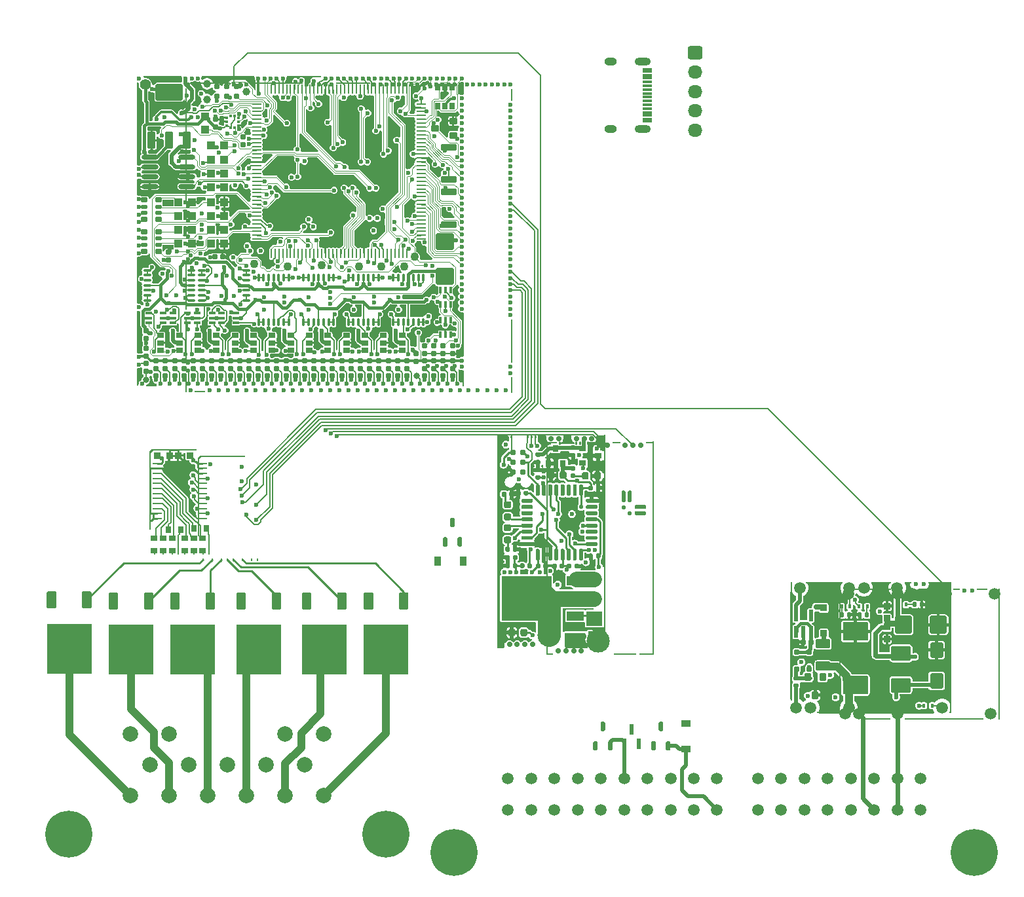
<source format=gtl>
G75*
G70*
%OFA0B0*%
%FSLAX25Y25*%
%IPPOS*%
%LPD*%
%AMOC8*
5,1,8,0,0,1.08239X$1,22.5*
%
%AMM1*
21,1,0.035430,0.030320,0.000000,0.000000,90.000000*
21,1,0.028350,0.037400,0.000000,0.000000,90.000000*
1,1,0.007090,0.015160,0.014170*
1,1,0.007090,0.015160,-0.014170*
1,1,0.007090,-0.015160,-0.014170*
1,1,0.007090,-0.015160,0.014170*
%
%AMM10*
21,1,0.025590,0.026380,0.000000,0.000000,90.000000*
21,1,0.020470,0.031500,0.000000,0.000000,90.000000*
1,1,0.005120,0.013190,0.010240*
1,1,0.005120,0.013190,-0.010240*
1,1,0.005120,-0.013190,-0.010240*
1,1,0.005120,-0.013190,0.010240*
%
%AMM100*
21,1,0.021650,0.052760,-0.000000,0.000000,0.000000*
21,1,0.017320,0.057090,-0.000000,0.000000,0.000000*
1,1,0.004330,0.008660,-0.026380*
1,1,0.004330,-0.008660,-0.026380*
1,1,0.004330,-0.008660,0.026380*
1,1,0.004330,0.008660,0.026380*
%
%AMM101*
21,1,0.035830,0.026770,-0.000000,0.000000,90.000000*
21,1,0.029130,0.033470,-0.000000,0.000000,90.000000*
1,1,0.006690,0.013390,0.014570*
1,1,0.006690,0.013390,-0.014570*
1,1,0.006690,-0.013390,-0.014570*
1,1,0.006690,-0.013390,0.014570*
%
%AMM102*
21,1,0.070870,0.036220,-0.000000,0.000000,180.000000*
21,1,0.061810,0.045280,-0.000000,0.000000,180.000000*
1,1,0.009060,-0.030910,0.018110*
1,1,0.009060,0.030910,0.018110*
1,1,0.009060,0.030910,-0.018110*
1,1,0.009060,-0.030910,-0.018110*
%
%AMM103*
21,1,0.033470,0.026770,-0.000000,0.000000,90.000000*
21,1,0.026770,0.033470,-0.000000,0.000000,90.000000*
1,1,0.006690,0.013390,0.013390*
1,1,0.006690,0.013390,-0.013390*
1,1,0.006690,-0.013390,-0.013390*
1,1,0.006690,-0.013390,0.013390*
%
%AMM104*
21,1,0.015750,0.016540,-0.000000,0.000000,0.000000*
21,1,0.012600,0.019680,-0.000000,0.000000,0.000000*
1,1,0.003150,0.006300,-0.008270*
1,1,0.003150,-0.006300,-0.008270*
1,1,0.003150,-0.006300,0.008270*
1,1,0.003150,0.006300,0.008270*
%
%AMM105*
21,1,0.023620,0.018900,-0.000000,0.000000,180.000000*
21,1,0.018900,0.023620,-0.000000,0.000000,180.000000*
1,1,0.004720,-0.009450,0.009450*
1,1,0.004720,0.009450,0.009450*
1,1,0.004720,0.009450,-0.009450*
1,1,0.004720,-0.009450,-0.009450*
%
%AMM106*
21,1,0.019680,0.019680,-0.000000,0.000000,90.000000*
21,1,0.015750,0.023620,-0.000000,0.000000,90.000000*
1,1,0.003940,0.009840,0.007870*
1,1,0.003940,0.009840,-0.007870*
1,1,0.003940,-0.009840,-0.007870*
1,1,0.003940,-0.009840,0.007870*
%
%AMM107*
21,1,0.019680,0.019680,-0.000000,0.000000,0.000000*
21,1,0.015750,0.023620,-0.000000,0.000000,0.000000*
1,1,0.003940,0.007870,-0.009840*
1,1,0.003940,-0.007870,-0.009840*
1,1,0.003940,-0.007870,0.009840*
1,1,0.003940,0.007870,0.009840*
%
%AMM11*
21,1,0.017720,0.027950,0.000000,0.000000,90.000000*
21,1,0.014170,0.031500,0.000000,0.000000,90.000000*
1,1,0.003540,0.013980,0.007090*
1,1,0.003540,0.013980,-0.007090*
1,1,0.003540,-0.013980,-0.007090*
1,1,0.003540,-0.013980,0.007090*
%
%AMM12*
21,1,0.031500,0.072440,0.000000,0.000000,90.000000*
21,1,0.025200,0.078740,0.000000,0.000000,90.000000*
1,1,0.006300,0.036220,0.012600*
1,1,0.006300,0.036220,-0.012600*
1,1,0.006300,-0.036220,-0.012600*
1,1,0.006300,-0.036220,0.012600*
%
%AMM13*
21,1,0.012600,0.028980,0.000000,0.000000,90.000000*
21,1,0.010080,0.031500,0.000000,0.000000,90.000000*
1,1,0.002520,0.014490,0.005040*
1,1,0.002520,0.014490,-0.005040*
1,1,0.002520,-0.014490,-0.005040*
1,1,0.002520,-0.014490,0.005040*
%
%AMM14*
21,1,0.012600,0.028980,0.000000,0.000000,180.000000*
21,1,0.010080,0.031500,0.000000,0.000000,180.000000*
1,1,0.002520,-0.005040,0.014490*
1,1,0.002520,0.005040,0.014490*
1,1,0.002520,0.005040,-0.014490*
1,1,0.002520,-0.005040,-0.014490*
%
%AMM15*
21,1,0.039370,0.035430,0.000000,0.000000,270.000000*
21,1,0.031500,0.043310,0.000000,0.000000,270.000000*
1,1,0.007870,-0.017720,-0.015750*
1,1,0.007870,-0.017720,0.015750*
1,1,0.007870,0.017720,0.015750*
1,1,0.007870,0.017720,-0.015750*
%
%AMM16*
21,1,0.027560,0.018900,0.000000,0.000000,90.000000*
21,1,0.022840,0.023620,0.000000,0.000000,90.000000*
1,1,0.004720,0.009450,0.011420*
1,1,0.004720,0.009450,-0.011420*
1,1,0.004720,-0.009450,-0.011420*
1,1,0.004720,-0.009450,0.011420*
%
%AMM2*
21,1,0.043310,0.075980,0.000000,0.000000,0.000000*
21,1,0.034650,0.084650,0.000000,0.000000,0.000000*
1,1,0.008660,0.017320,-0.037990*
1,1,0.008660,-0.017320,-0.037990*
1,1,0.008660,-0.017320,0.037990*
1,1,0.008660,0.017320,0.037990*
%
%AMM3*
21,1,0.043310,0.075990,0.000000,0.000000,0.000000*
21,1,0.034650,0.084650,0.000000,0.000000,0.000000*
1,1,0.008660,0.017320,-0.037990*
1,1,0.008660,-0.017320,-0.037990*
1,1,0.008660,-0.017320,0.037990*
1,1,0.008660,0.017320,0.037990*
%
%AMM4*
21,1,0.137800,0.067720,0.000000,0.000000,0.000000*
21,1,0.120870,0.084650,0.000000,0.000000,0.000000*
1,1,0.016930,0.060430,-0.033860*
1,1,0.016930,-0.060430,-0.033860*
1,1,0.016930,-0.060430,0.033860*
1,1,0.016930,0.060430,0.033860*
%
%AMM43*
21,1,0.027560,0.030710,0.000000,0.000000,0.000000*
21,1,0.022050,0.036220,0.000000,0.000000,0.000000*
1,1,0.005510,0.011020,-0.015350*
1,1,0.005510,-0.011020,-0.015350*
1,1,0.005510,-0.011020,0.015350*
1,1,0.005510,0.011020,0.015350*
%
%AMM5*
21,1,0.039370,0.035430,0.000000,0.000000,0.000000*
21,1,0.031500,0.043310,0.000000,0.000000,0.000000*
1,1,0.007870,0.015750,-0.017720*
1,1,0.007870,-0.015750,-0.017720*
1,1,0.007870,-0.015750,0.017720*
1,1,0.007870,0.015750,0.017720*
%
%AMM6*
21,1,0.023620,0.030710,0.000000,0.000000,180.000000*
21,1,0.018900,0.035430,0.000000,0.000000,180.000000*
1,1,0.004720,-0.009450,0.015350*
1,1,0.004720,0.009450,0.015350*
1,1,0.004720,0.009450,-0.015350*
1,1,0.004720,-0.009450,-0.015350*
%
%AMM64*
21,1,0.033470,0.026770,0.000000,0.000000,0.000000*
21,1,0.026770,0.033470,0.000000,0.000000,0.000000*
1,1,0.006690,0.013390,-0.013390*
1,1,0.006690,-0.013390,-0.013390*
1,1,0.006690,-0.013390,0.013390*
1,1,0.006690,0.013390,0.013390*
%
%AMM7*
21,1,0.027560,0.018900,0.000000,0.000000,180.000000*
21,1,0.022840,0.023620,0.000000,0.000000,180.000000*
1,1,0.004720,-0.011420,0.009450*
1,1,0.004720,0.011420,0.009450*
1,1,0.004720,0.011420,-0.009450*
1,1,0.004720,-0.011420,-0.009450*
%
%AMM8*
21,1,0.023620,0.030710,0.000000,0.000000,270.000000*
21,1,0.018900,0.035430,0.000000,0.000000,270.000000*
1,1,0.004720,-0.015350,-0.009450*
1,1,0.004720,-0.015350,0.009450*
1,1,0.004720,0.015350,0.009450*
1,1,0.004720,0.015350,-0.009450*
%
%AMM9*
21,1,0.086610,0.073230,0.000000,0.000000,90.000000*
21,1,0.069290,0.090550,0.000000,0.000000,90.000000*
1,1,0.017320,0.036610,0.034650*
1,1,0.017320,0.036610,-0.034650*
1,1,0.017320,-0.036610,-0.034650*
1,1,0.017320,-0.036610,0.034650*
%
%AMM91*
21,1,0.027560,0.030710,0.000000,0.000000,270.000000*
21,1,0.022050,0.036220,0.000000,0.000000,270.000000*
1,1,0.005510,-0.015350,-0.011020*
1,1,0.005510,-0.015350,0.011020*
1,1,0.005510,0.015350,0.011020*
1,1,0.005510,0.015350,-0.011020*
%
%AMM92*
21,1,0.015750,0.009840,0.000000,0.000000,45.000000*
1,1,0.009840,-0.005570,-0.005570*
1,1,0.009840,0.005570,0.005570*
%
%AMM95*
21,1,0.086610,0.073230,-0.000000,0.000000,0.000000*
21,1,0.069290,0.090550,-0.000000,0.000000,0.000000*
1,1,0.017320,0.034650,-0.036610*
1,1,0.017320,-0.034650,-0.036610*
1,1,0.017320,-0.034650,0.036610*
1,1,0.017320,0.034650,0.036610*
%
%AMM96*
21,1,0.094490,0.111020,-0.000000,0.000000,90.000000*
21,1,0.075590,0.129920,-0.000000,0.000000,90.000000*
1,1,0.018900,0.055510,0.037800*
1,1,0.018900,0.055510,-0.037800*
1,1,0.018900,-0.055510,-0.037800*
1,1,0.018900,-0.055510,0.037800*
%
%AMM97*
21,1,0.074800,0.083460,-0.000000,0.000000,90.000000*
21,1,0.059840,0.098430,-0.000000,0.000000,90.000000*
1,1,0.014960,0.041730,0.029920*
1,1,0.014960,0.041730,-0.029920*
1,1,0.014960,-0.041730,-0.029920*
1,1,0.014960,-0.041730,0.029920*
%
%AMM98*
21,1,0.078740,0.053540,-0.000000,0.000000,270.000000*
21,1,0.065350,0.066930,-0.000000,0.000000,270.000000*
1,1,0.013390,-0.026770,-0.032680*
1,1,0.013390,-0.026770,0.032680*
1,1,0.013390,0.026770,0.032680*
1,1,0.013390,0.026770,-0.032680*
%
%AMM99*
21,1,0.035430,0.030320,-0.000000,0.000000,180.000000*
21,1,0.028350,0.037400,-0.000000,0.000000,180.000000*
1,1,0.007090,-0.014170,0.015160*
1,1,0.007090,0.014170,0.015160*
1,1,0.007090,0.014170,-0.015160*
1,1,0.007090,-0.014170,-0.015160*
%
%ADD10R,0.22835X0.25197*%
%ADD100C,0.03900*%
%ADD101C,0.04331*%
%ADD102C,0.05512*%
%ADD11O,0.07283X0.06693*%
%ADD12R,0.04800X0.03600*%
%ADD13C,0.02362*%
%ADD14R,0.00787X0.09055*%
%ADD145M43*%
%ADD148O,0.04961X0.00984*%
%ADD15R,0.00787X0.42126*%
%ADD16R,0.00787X0.08268*%
%ADD17R,0.00787X0.23622*%
%ADD170C,0.00800*%
%ADD176M64*%
%ADD18R,0.00787X0.21260*%
%ADD19R,0.05512X0.00787*%
%ADD20R,0.19685X0.00787*%
%ADD21R,0.26772X0.00787*%
%ADD216R,0.03543X0.03150*%
%ADD218C,0.05118*%
%ADD219R,0.03150X0.03543*%
%ADD22R,0.17717X0.00787*%
%ADD23R,0.00787X0.06299*%
%ADD234M91*%
%ADD235M92*%
%ADD236O,0.00984X0.40158*%
%ADD24R,0.00787X0.22441*%
%ADD241M95*%
%ADD242M96*%
%ADD243M97*%
%ADD244M98*%
%ADD245M99*%
%ADD246M100*%
%ADD247M101*%
%ADD248M102*%
%ADD249M103*%
%ADD25R,0.00787X0.07874*%
%ADD250M104*%
%ADD251M105*%
%ADD252M106*%
%ADD253M107*%
%ADD254O,0.40158X0.00787*%
%ADD26C,0.02756*%
%ADD27C,0.11811*%
%ADD28R,0.11811X0.00984*%
%ADD280R,0.08661X0.04724*%
%ADD281R,0.25197X0.22835*%
%ADD282R,0.07874X0.07500*%
%ADD283O,0.07874X0.07500*%
%ADD29R,0.04331X0.00984*%
%ADD30R,0.03858X0.00984*%
%ADD31R,0.05709X0.00984*%
%ADD32R,0.00984X1.08661*%
%ADD33R,0.07677X0.00984*%
%ADD34R,0.03740X0.00984*%
%ADD35R,0.04528X0.01181*%
%ADD36O,0.08268X0.03937*%
%ADD37O,0.06299X0.03937*%
%ADD38R,0.02200X0.05200*%
%ADD39O,0.00984X0.40157*%
%ADD40O,0.22835X0.00984*%
%ADD41O,0.00787X0.01575*%
%ADD42C,0.05906*%
%ADD43O,0.12992X0.00787*%
%ADD44O,0.40157X0.00787*%
%ADD45O,0.01181X0.00787*%
%ADD46O,0.00787X0.66929*%
%ADD47O,0.00787X0.60630*%
%ADD48O,0.18898X0.00787*%
%ADD49O,0.10236X0.00787*%
%ADD50O,0.03937X0.00787*%
%ADD51O,0.05906X0.00787*%
%ADD52C,0.07874*%
%ADD53C,0.23917*%
%ADD54R,0.03600X0.04800*%
%ADD55C,0.00787*%
%ADD56C,0.03937*%
%ADD57C,0.00984*%
%ADD58C,0.01969*%
%ADD71C,0.01968*%
%ADD72O,0.00866X0.05118*%
%ADD73O,0.05118X0.00866*%
%ADD74M1*%
%ADD75M2*%
%ADD76M3*%
%ADD77M4*%
%ADD78M5*%
%ADD79M6*%
%ADD80M7*%
%ADD81M8*%
%ADD82M9*%
%ADD83C,0.03150*%
%ADD84M10*%
%ADD85M11*%
%ADD86M12*%
%ADD87O,0.01181X0.04331*%
%ADD88O,0.04331X0.01181*%
%ADD89M13*%
%ADD90O,0.08661X0.02362*%
%ADD91M14*%
%ADD92R,0.01476X0.01378*%
%ADD93R,0.01378X0.01476*%
%ADD94M15*%
%ADD95M16*%
%ADD96C,0.03100*%
%ADD97C,0.00492*%
%ADD98C,0.01181*%
%ADD99C,0.01575*%
X0000000Y0000000D02*
%LPD*%
G01*
G36*
G01*
X0204882Y0160964D02*
X0208662Y0160964D01*
G75*
G02*
X0209134Y0160492I0000000J-000472D01*
G01*
X0209134Y0152775D01*
G75*
G02*
X0208662Y0152303I-000472J0000000D01*
G01*
X0204882Y0152303D01*
G75*
G02*
X0204410Y0152775I0000000J0000472D01*
G01*
X0204410Y0160492D01*
G75*
G02*
X0204882Y0160964I0000472J0000000D01*
G01*
G37*
D10*
X0197796Y0131830D03*
G36*
G01*
X0186929Y0160964D02*
X0190709Y0160964D01*
G75*
G02*
X0191181Y0160492I0000000J-000472D01*
G01*
X0191181Y0152775D01*
G75*
G02*
X0190709Y0152303I-000472J0000000D01*
G01*
X0186929Y0152303D01*
G75*
G02*
X0186457Y0152775I0000000J0000472D01*
G01*
X0186457Y0160492D01*
G75*
G02*
X0186929Y0160964I0000472J0000000D01*
G01*
G37*
G36*
G01*
X0434695Y0080511D02*
X0433534Y0080511D01*
G75*
G02*
X0432953Y0081092I0000000J0000581D01*
G01*
X0432953Y0084695D01*
G75*
G02*
X0433534Y0085275I0000581J0000000D01*
G01*
X0434695Y0085275D01*
G75*
G02*
X0435276Y0084695I0000000J-000581D01*
G01*
X0435276Y0081092D01*
G75*
G02*
X0434695Y0080511I-000581J0000000D01*
G01*
G37*
G36*
G01*
X0442175Y0080511D02*
X0441014Y0080511D01*
G75*
G02*
X0440433Y0081092I0000000J0000581D01*
G01*
X0440433Y0084695D01*
G75*
G02*
X0441014Y0085275I0000581J0000000D01*
G01*
X0442175Y0085275D01*
G75*
G02*
X0442756Y0084695I0000000J-000581D01*
G01*
X0442756Y0081092D01*
G75*
G02*
X0442175Y0080511I-000581J0000000D01*
G01*
G37*
G36*
G01*
X0438435Y0090393D02*
X0437274Y0090393D01*
G75*
G02*
X0436693Y0090974I0000000J0000581D01*
G01*
X0436693Y0094576D01*
G75*
G02*
X0437274Y0095157I0000581J0000000D01*
G01*
X0438435Y0095157D01*
G75*
G02*
X0439016Y0094576I0000000J-000581D01*
G01*
X0439016Y0090974D01*
G75*
G02*
X0438435Y0090393I-000581J0000000D01*
G01*
G37*
G36*
G01*
X0482146Y0439114D02*
X0487461Y0439114D01*
G75*
G02*
X0488445Y0438130I0000000J-000984D01*
G01*
X0488445Y0433405D01*
G75*
G02*
X0487461Y0432421I-000984J0000000D01*
G01*
X0482146Y0432421D01*
G75*
G02*
X0481162Y0433405I0000000J0000984D01*
G01*
X0481162Y0438130D01*
G75*
G02*
X0482146Y0439114I0000984J0000000D01*
G01*
G37*
D11*
X0484803Y0425925D03*
X0484803Y0416082D03*
X0484803Y0406240D03*
X0484803Y0396397D03*
D12*
X0480177Y0081384D03*
X0480177Y0094284D03*
D13*
X0390807Y0409291D03*
X0390807Y0406141D03*
X0390807Y0402992D03*
X0390807Y0399842D03*
X0390807Y0396693D03*
X0390807Y0393543D03*
X0390807Y0390393D03*
X0390807Y0387244D03*
X0390807Y0384094D03*
X0390807Y0380945D03*
X0390807Y0377795D03*
X0390807Y0374645D03*
X0390807Y0371496D03*
X0390807Y0368346D03*
X0390807Y0365196D03*
X0390807Y0362047D03*
X0390807Y0358897D03*
X0390807Y0355748D03*
X0390807Y0352598D03*
X0390807Y0349448D03*
X0390807Y0346299D03*
X0390807Y0343149D03*
X0390807Y0340000D03*
X0390807Y0336850D03*
X0390807Y0333700D03*
X0390807Y0330551D03*
X0390807Y0327401D03*
X0390807Y0324252D03*
X0390807Y0321102D03*
X0390807Y0317952D03*
X0390807Y0314803D03*
X0390807Y0311653D03*
X0390807Y0308504D03*
X0390807Y0305354D03*
X0390807Y0302204D03*
X0390807Y0275826D03*
X0390807Y0272677D03*
D14*
X0225847Y0267362D03*
D15*
X0225847Y0396496D03*
D16*
X0225847Y0364212D03*
D17*
X0225847Y0316771D03*
D18*
X0225847Y0290393D03*
D19*
X0232933Y0263228D03*
D20*
X0238445Y0420315D03*
D21*
X0271910Y0420315D03*
D22*
X0310689Y0420315D03*
D23*
X0391595Y0414409D03*
D24*
X0391595Y0289015D03*
D25*
X0391595Y0266771D03*
D13*
X0390807Y0419527D03*
X0387658Y0419527D03*
X0384508Y0419527D03*
X0381358Y0419527D03*
X0378209Y0419527D03*
X0375059Y0419527D03*
X0371910Y0419527D03*
X0368760Y0419527D03*
X0365610Y0419527D03*
X0362461Y0419527D03*
X0359311Y0419527D03*
X0356162Y0419527D03*
X0353012Y0419527D03*
X0349862Y0419527D03*
X0346713Y0419527D03*
X0343563Y0419527D03*
X0340414Y0419527D03*
X0337264Y0419527D03*
X0334114Y0419527D03*
X0330965Y0419527D03*
X0327815Y0419527D03*
X0324666Y0419527D03*
X0321516Y0419527D03*
X0299862Y0419527D03*
X0296713Y0419527D03*
X0293563Y0419527D03*
X0290414Y0419527D03*
X0287264Y0419527D03*
X0256555Y0419527D03*
X0253406Y0419527D03*
X0250256Y0419527D03*
X0226634Y0419527D03*
X0388445Y0264015D03*
X0383721Y0264015D03*
X0378996Y0264015D03*
X0374272Y0264015D03*
X0369547Y0264015D03*
X0365217Y0264015D03*
X0360492Y0264015D03*
X0355768Y0264015D03*
X0351044Y0264015D03*
X0346319Y0264015D03*
X0341595Y0264015D03*
X0336870Y0264015D03*
X0332146Y0264015D03*
X0327422Y0264015D03*
X0322697Y0264015D03*
X0317973Y0264015D03*
X0313248Y0264015D03*
X0308524Y0264015D03*
X0303799Y0264015D03*
X0299075Y0264015D03*
X0294351Y0264015D03*
X0289626Y0264015D03*
X0284902Y0264015D03*
X0280177Y0264015D03*
X0275453Y0264015D03*
X0270729Y0264015D03*
X0266004Y0264015D03*
X0261280Y0264015D03*
X0256555Y0264015D03*
X0251831Y0264015D03*
X0247107Y0264015D03*
X0242382Y0264015D03*
X0237658Y0264015D03*
X0228209Y0264015D03*
X0226634Y0273858D03*
X0226634Y0277795D03*
X0226634Y0302992D03*
X0226634Y0330551D03*
X0226634Y0334488D03*
X0226634Y0338425D03*
X0226634Y0342362D03*
X0226634Y0346299D03*
X0226634Y0350236D03*
X0226634Y0354173D03*
X0226634Y0358110D03*
X0226634Y0370315D03*
X0226634Y0373464D03*
D26*
X0415118Y0131240D03*
X0426929Y0131240D03*
X0422992Y0131240D03*
X0419055Y0131240D03*
D27*
X0435394Y0136161D03*
D28*
X0449173Y0129763D03*
D29*
X0461772Y0237441D03*
D30*
X0444685Y0237441D03*
X0431693Y0237441D03*
D31*
X0411673Y0237441D03*
D32*
X0463445Y0183602D03*
X0409311Y0183602D03*
D33*
X0460099Y0129763D03*
D34*
X0410689Y0129763D03*
G36*
G01*
X0459410Y0200334D02*
X0454488Y0200334D01*
G75*
G02*
X0453996Y0200826I0000000J0000492D01*
G01*
X0453996Y0201811D01*
G75*
G02*
X0454488Y0202303I0000492J0000000D01*
G01*
X0459410Y0202303D01*
G75*
G02*
X0459902Y0201811I0000000J-000492D01*
G01*
X0459902Y0200826D01*
G75*
G02*
X0459410Y0200334I-000492J0000000D01*
G01*
G37*
G36*
G01*
X0448878Y0206929D02*
X0447894Y0206929D01*
G75*
G02*
X0447402Y0207421I0000000J0000492D01*
G01*
X0447402Y0212342D01*
G75*
G02*
X0447894Y0212834I0000492J0000000D01*
G01*
X0448878Y0212834D01*
G75*
G02*
X0449370Y0212342I0000000J-000492D01*
G01*
X0449370Y0207421D01*
G75*
G02*
X0448878Y0206929I-000492J0000000D01*
G01*
G37*
G36*
G01*
X0459410Y0203484D02*
X0454488Y0203484D01*
G75*
G02*
X0453996Y0203976I0000000J0000492D01*
G01*
X0453996Y0204960D01*
G75*
G02*
X0454488Y0205452I0000492J0000000D01*
G01*
X0459410Y0205452D01*
G75*
G02*
X0459902Y0204960I0000000J-000492D01*
G01*
X0459902Y0203976D01*
G75*
G02*
X0459410Y0203484I-000492J0000000D01*
G01*
G37*
G36*
G01*
X0449370Y0204763D02*
X0449370Y0203779D01*
G75*
G02*
X0448878Y0203287I-000492J0000000D01*
G01*
X0447894Y0203287D01*
G75*
G02*
X0447402Y0203779I0000000J0000492D01*
G01*
X0447402Y0204763D01*
G75*
G02*
X0447894Y0205256I0000492J0000000D01*
G01*
X0448878Y0205256D01*
G75*
G02*
X0449370Y0204763I0000000J-000492D01*
G01*
G37*
G36*
G01*
X0452028Y0200334D02*
X0451044Y0200334D01*
G75*
G02*
X0450551Y0200826I0000000J0000492D01*
G01*
X0450551Y0201811D01*
G75*
G02*
X0451044Y0202303I0000492J0000000D01*
G01*
X0452028Y0202303D01*
G75*
G02*
X0452520Y0201811I0000000J-000492D01*
G01*
X0452520Y0200826D01*
G75*
G02*
X0452028Y0200334I-000492J0000000D01*
G01*
G37*
G36*
G01*
X0452028Y0206929D02*
X0451044Y0206929D01*
G75*
G02*
X0450551Y0207421I0000000J0000492D01*
G01*
X0450551Y0212342D01*
G75*
G02*
X0451044Y0212834I0000492J0000000D01*
G01*
X0452028Y0212834D01*
G75*
G02*
X0452520Y0212342I0000000J-000492D01*
G01*
X0452520Y0207421D01*
G75*
G02*
X0452028Y0206929I-000492J0000000D01*
G01*
G37*
D26*
X0453110Y0235930D03*
X0449173Y0235930D03*
X0436197Y0235930D03*
X0440197Y0235930D03*
G36*
G01*
X0428307Y0237933D02*
X0428307Y0237933D01*
G75*
G02*
X0428799Y0237441I0000000J-000492D01*
G01*
X0428799Y0236456D01*
G75*
G02*
X0428307Y0235964I-000492J0000000D01*
G01*
X0428307Y0235964D01*
G75*
G02*
X0427815Y0236456I0000000J0000492D01*
G01*
X0427815Y0237441D01*
G75*
G02*
X0428307Y0237933I0000492J0000000D01*
G01*
G37*
G36*
G01*
X0426339Y0237933D02*
X0426339Y0237933D01*
G75*
G02*
X0426831Y0237441I0000000J-000492D01*
G01*
X0426831Y0236456D01*
G75*
G02*
X0426339Y0235964I-000492J0000000D01*
G01*
X0426339Y0235964D01*
G75*
G02*
X0425847Y0236456I0000000J0000492D01*
G01*
X0425847Y0237441D01*
G75*
G02*
X0426339Y0237933I0000492J0000000D01*
G01*
G37*
G36*
G01*
X0424370Y0237933D02*
X0424370Y0237933D01*
G75*
G02*
X0424862Y0237441I0000000J-000492D01*
G01*
X0424862Y0236456D01*
G75*
G02*
X0424370Y0235964I-000492J0000000D01*
G01*
X0424370Y0235964D01*
G75*
G02*
X0423878Y0236456I0000000J0000492D01*
G01*
X0423878Y0237441D01*
G75*
G02*
X0424370Y0237933I0000492J0000000D01*
G01*
G37*
G36*
G01*
X0416103Y0237933D02*
X0416103Y0237933D01*
G75*
G02*
X0416595Y0237441I0000000J-000492D01*
G01*
X0416595Y0236456D01*
G75*
G02*
X0416103Y0235964I-000492J0000000D01*
G01*
X0416103Y0235964D01*
G75*
G02*
X0415610Y0236456I0000000J0000492D01*
G01*
X0415610Y0237441D01*
G75*
G02*
X0416103Y0237933I0000492J0000000D01*
G01*
G37*
X0457047Y0235930D03*
G36*
G01*
X0173386Y0161555D02*
X0177166Y0161555D01*
G75*
G02*
X0177638Y0161082I0000000J-000472D01*
G01*
X0177638Y0153366D01*
G75*
G02*
X0177166Y0152893I-000472J0000000D01*
G01*
X0173386Y0152893D01*
G75*
G02*
X0172914Y0153366I0000000J0000472D01*
G01*
X0172914Y0161082D01*
G75*
G02*
X0173386Y0161555I0000472J0000000D01*
G01*
G37*
D10*
X0166299Y0132421D03*
G36*
G01*
X0155433Y0161555D02*
X0159213Y0161555D01*
G75*
G02*
X0159685Y0161082I0000000J-000472D01*
G01*
X0159685Y0153366D01*
G75*
G02*
X0159213Y0152893I-000472J0000000D01*
G01*
X0155433Y0152893D01*
G75*
G02*
X0154961Y0153366I0000000J0000472D01*
G01*
X0154961Y0161082D01*
G75*
G02*
X0155433Y0161555I0000472J0000000D01*
G01*
G37*
D35*
X0460473Y0427303D03*
X0460473Y0424153D03*
X0460473Y0419035D03*
X0460473Y0415098D03*
X0460473Y0413130D03*
X0460473Y0409193D03*
X0460473Y0404074D03*
X0460473Y0400925D03*
X0460473Y0402106D03*
X0460473Y0405256D03*
X0460473Y0407224D03*
X0460473Y0411161D03*
X0460473Y0417067D03*
X0460473Y0421004D03*
X0460473Y0422972D03*
X0460473Y0426122D03*
D36*
X0458248Y0431122D03*
D37*
X0441792Y0431122D03*
D36*
X0458248Y0397106D03*
D37*
X0441792Y0397106D03*
D38*
X0448681Y0083897D03*
X0456201Y0083897D03*
X0452441Y0091297D03*
D39*
X0232165Y0209736D03*
G36*
G01*
X0231851Y0228910D02*
X0231851Y0228910D01*
G75*
G02*
X0231851Y0229606I0000348J0000348D01*
G01*
X0232964Y0230720D01*
G75*
G02*
X0233660Y0230720I0000348J-000348D01*
G01*
X0233660Y0230720D01*
G75*
G02*
X0233660Y0230024I-000348J-000348D01*
G01*
X0232547Y0228910D01*
G75*
G02*
X0231851Y0228910I-000348J0000348D01*
G01*
G37*
D40*
X0244419Y0230406D03*
D41*
X0262185Y0177750D03*
X0259193Y0177750D03*
X0254567Y0177750D03*
X0249941Y0177750D03*
X0246634Y0177750D03*
X0243681Y0177750D03*
X0239055Y0177750D03*
X0234429Y0177750D03*
D13*
X0254271Y0217512D03*
X0261496Y0215839D03*
X0253425Y0213673D03*
X0254271Y0210229D03*
X0254567Y0206882D03*
X0261496Y0205603D03*
X0256338Y0200485D03*
X0261496Y0197925D03*
X0238169Y0226173D03*
X0254212Y0224992D03*
G36*
G01*
X0303110Y0160964D02*
X0306890Y0160964D01*
G75*
G02*
X0307362Y0160492I0000000J-000472D01*
G01*
X0307362Y0152775D01*
G75*
G02*
X0306890Y0152303I-000472J0000000D01*
G01*
X0303110Y0152303D01*
G75*
G02*
X0302638Y0152775I0000000J0000472D01*
G01*
X0302638Y0160492D01*
G75*
G02*
X0303110Y0160964I0000472J0000000D01*
G01*
G37*
D10*
X0296024Y0131830D03*
G36*
G01*
X0285158Y0160964D02*
X0288937Y0160964D01*
G75*
G02*
X0289410Y0160492I0000000J-000472D01*
G01*
X0289410Y0152775D01*
G75*
G02*
X0288937Y0152303I-000472J0000000D01*
G01*
X0285158Y0152303D01*
G75*
G02*
X0284685Y0152775I0000000J0000472D01*
G01*
X0284685Y0160492D01*
G75*
G02*
X0285158Y0160964I0000472J0000000D01*
G01*
G37*
G36*
G01*
X0334705Y0160964D02*
X0338484Y0160964D01*
G75*
G02*
X0338957Y0160492I0000000J-000472D01*
G01*
X0338957Y0152775D01*
G75*
G02*
X0338484Y0152303I-000472J0000000D01*
G01*
X0334705Y0152303D01*
G75*
G02*
X0334233Y0152775I0000000J0000472D01*
G01*
X0334233Y0160492D01*
G75*
G02*
X0334705Y0160964I0000472J0000000D01*
G01*
G37*
X0327618Y0131830D03*
G36*
G01*
X0316752Y0160964D02*
X0320532Y0160964D01*
G75*
G02*
X0321004Y0160492I0000000J-000472D01*
G01*
X0321004Y0152775D01*
G75*
G02*
X0320532Y0152303I-000472J0000000D01*
G01*
X0316752Y0152303D01*
G75*
G02*
X0316280Y0152775I0000000J0000472D01*
G01*
X0316280Y0160492D01*
G75*
G02*
X0316752Y0160964I0000472J0000000D01*
G01*
G37*
G36*
G01*
X0269843Y0160964D02*
X0273622Y0160964D01*
G75*
G02*
X0274095Y0160492I0000000J-000472D01*
G01*
X0274095Y0152775D01*
G75*
G02*
X0273622Y0152303I-000472J0000000D01*
G01*
X0269843Y0152303D01*
G75*
G02*
X0269370Y0152775I0000000J0000472D01*
G01*
X0269370Y0160492D01*
G75*
G02*
X0269843Y0160964I0000472J0000000D01*
G01*
G37*
X0262756Y0131830D03*
G36*
G01*
X0251890Y0160964D02*
X0255670Y0160964D01*
G75*
G02*
X0256142Y0160492I0000000J-000472D01*
G01*
X0256142Y0152775D01*
G75*
G02*
X0255670Y0152303I-000472J0000000D01*
G01*
X0251890Y0152303D01*
G75*
G02*
X0251418Y0152775I0000000J0000472D01*
G01*
X0251418Y0160492D01*
G75*
G02*
X0251890Y0160964I0000472J0000000D01*
G01*
G37*
D42*
X0562756Y0160177D03*
X0587953Y0160177D03*
X0595433Y0160177D03*
X0612362Y0160177D03*
D13*
X0621811Y0161948D03*
X0625748Y0161948D03*
D43*
X0577914Y0096594D03*
D44*
X0611378Y0096594D03*
D45*
X0639331Y0096594D03*
D46*
X0639528Y0129665D03*
D47*
X0558425Y0132815D03*
D42*
X0636969Y0160177D03*
D45*
X0558622Y0162736D03*
D48*
X0575158Y0162736D03*
D49*
X0604095Y0162736D03*
D50*
X0617874Y0162736D03*
D51*
X0630866Y0162736D03*
D42*
X0560984Y0099153D03*
X0568268Y0099153D03*
X0587756Y0099153D03*
X0635197Y0099153D03*
G36*
G01*
X0236280Y0160964D02*
X0240059Y0160964D01*
G75*
G02*
X0240532Y0160492I0000000J-000472D01*
G01*
X0240532Y0152775D01*
G75*
G02*
X0240059Y0152303I-000472J0000000D01*
G01*
X0236280Y0152303D01*
G75*
G02*
X0235807Y0152775I0000000J0000472D01*
G01*
X0235807Y0160492D01*
G75*
G02*
X0236280Y0160964I0000472J0000000D01*
G01*
G37*
D10*
X0229193Y0131830D03*
G36*
G01*
X0218327Y0160964D02*
X0222107Y0160964D01*
G75*
G02*
X0222579Y0160492I0000000J-000472D01*
G01*
X0222579Y0152775D01*
G75*
G02*
X0222107Y0152303I-000472J0000000D01*
G01*
X0218327Y0152303D01*
G75*
G02*
X0217855Y0152775I0000000J0000472D01*
G01*
X0217855Y0160492D01*
G75*
G02*
X0218327Y0160964I0000472J0000000D01*
G01*
G37*
G36*
G01*
X0358219Y0184350D02*
X0357057Y0184350D01*
G75*
G02*
X0356477Y0184931I0000000J0000581D01*
G01*
X0356477Y0188533D01*
G75*
G02*
X0357057Y0189114I0000581J0000000D01*
G01*
X0358219Y0189114D01*
G75*
G02*
X0358799Y0188533I0000000J-000581D01*
G01*
X0358799Y0184931D01*
G75*
G02*
X0358219Y0184350I-000581J0000000D01*
G01*
G37*
G36*
G01*
X0365699Y0184350D02*
X0364538Y0184350D01*
G75*
G02*
X0363957Y0184931I0000000J0000581D01*
G01*
X0363957Y0188533D01*
G75*
G02*
X0364538Y0189114I0000581J0000000D01*
G01*
X0365699Y0189114D01*
G75*
G02*
X0366280Y0188533I0000000J-000581D01*
G01*
X0366280Y0184931D01*
G75*
G02*
X0365699Y0184350I-000581J0000000D01*
G01*
G37*
G36*
G01*
X0361959Y0194232D02*
X0360797Y0194232D01*
G75*
G02*
X0360217Y0194813I0000000J0000581D01*
G01*
X0360217Y0198415D01*
G75*
G02*
X0360797Y0198996I0000581J0000000D01*
G01*
X0361959Y0198996D01*
G75*
G02*
X0362540Y0198415I0000000J-000581D01*
G01*
X0362540Y0194813D01*
G75*
G02*
X0361959Y0194232I-000581J0000000D01*
G01*
G37*
D42*
X0389626Y0066179D03*
X0401437Y0066179D03*
X0413248Y0066179D03*
X0425061Y0066179D03*
X0436870Y0066179D03*
X0448681Y0066179D03*
X0460492Y0066179D03*
X0472305Y0066179D03*
X0484116Y0066179D03*
X0495927Y0066179D03*
X0389626Y0050431D03*
X0401437Y0050431D03*
X0413248Y0050431D03*
X0425061Y0050431D03*
X0436870Y0050431D03*
X0448681Y0050431D03*
X0460492Y0050431D03*
X0472305Y0050431D03*
X0484116Y0050431D03*
X0495927Y0050431D03*
X0516792Y0066179D03*
X0528605Y0066179D03*
X0540414Y0066179D03*
X0552225Y0066179D03*
X0564038Y0066179D03*
X0575849Y0066179D03*
X0587660Y0066179D03*
X0599471Y0066179D03*
X0516792Y0050431D03*
X0528605Y0050431D03*
X0540414Y0050431D03*
X0575849Y0050431D03*
X0587660Y0050431D03*
X0599471Y0050431D03*
D52*
X0197500Y0057519D03*
X0217185Y0057519D03*
X0236870Y0057519D03*
X0256555Y0057519D03*
X0276240Y0057519D03*
X0295925Y0057519D03*
X0207343Y0073267D03*
X0227028Y0073267D03*
X0246713Y0073267D03*
X0197500Y0089015D03*
X0217185Y0089015D03*
X0276240Y0089015D03*
X0295925Y0089015D03*
X0266398Y0073267D03*
X0286083Y0073267D03*
D42*
X0552227Y0050431D03*
X0564038Y0050431D03*
D53*
X0166004Y0037834D03*
X0327421Y0037834D03*
X0362264Y0028779D03*
X0626831Y0028779D03*
D54*
X0353944Y0176909D03*
X0366844Y0176909D03*
G36*
G01*
X0464223Y0080511D02*
X0463061Y0080511D01*
G75*
G02*
X0462481Y0081092I0000000J0000581D01*
G01*
X0462481Y0084695D01*
G75*
G02*
X0463061Y0085275I0000581J0000000D01*
G01*
X0464223Y0085275D01*
G75*
G02*
X0464803Y0084695I0000000J-000581D01*
G01*
X0464803Y0081092D01*
G75*
G02*
X0464223Y0080511I-000581J0000000D01*
G01*
G37*
G36*
G01*
X0471703Y0080511D02*
X0470542Y0080511D01*
G75*
G02*
X0469961Y0081092I0000000J0000581D01*
G01*
X0469961Y0084695D01*
G75*
G02*
X0470542Y0085275I0000581J0000000D01*
G01*
X0471703Y0085275D01*
G75*
G02*
X0472284Y0084695I0000000J-000581D01*
G01*
X0472284Y0081092D01*
G75*
G02*
X0471703Y0080511I-000581J0000000D01*
G01*
G37*
G36*
G01*
X0467963Y0090393D02*
X0466801Y0090393D01*
G75*
G02*
X0466221Y0090974I0000000J0000581D01*
G01*
X0466221Y0094576D01*
G75*
G02*
X0466801Y0095157I0000581J0000000D01*
G01*
X0467963Y0095157D01*
G75*
G02*
X0468544Y0094576I0000000J-000581D01*
G01*
X0468544Y0090974D01*
G75*
G02*
X0467963Y0090393I-000581J0000000D01*
G01*
G37*
D13*
X0296793Y0243641D03*
X0299388Y0241857D03*
X0302378Y0240492D03*
D55*
X0444611Y0244429D02*
X0453110Y0235930D01*
X0297580Y0244429D02*
X0444611Y0244429D01*
X0296793Y0243641D02*
X0297580Y0244429D01*
X0250256Y0428976D02*
X0257047Y0435767D01*
X0521656Y0254665D02*
X0612461Y0163861D01*
X0406260Y0424350D02*
X0406260Y0257027D01*
X0406260Y0257027D02*
X0408622Y0254665D01*
X0250256Y0419527D02*
X0250256Y0428976D01*
X0408622Y0254665D02*
X0521656Y0254665D01*
X0257047Y0435767D02*
X0394843Y0435767D01*
X0612461Y0163861D02*
X0612461Y0159685D01*
X0394843Y0435767D02*
X0406260Y0424350D01*
D56*
X0166299Y0132421D02*
X0166299Y0088720D01*
X0166299Y0088720D02*
X0197500Y0057519D01*
D57*
X0232604Y0175925D02*
X0234429Y0177750D01*
X0193977Y0175925D02*
X0232604Y0175925D01*
X0175276Y0157224D02*
X0193977Y0175925D01*
X0206772Y0156634D02*
X0205670Y0156634D01*
X0233588Y0172283D02*
X0239055Y0177750D01*
X0206772Y0156634D02*
X0222421Y0172283D01*
X0222421Y0172283D02*
X0233588Y0172283D01*
D56*
X0217185Y0074252D02*
X0217185Y0057519D01*
X0209508Y0089803D02*
X0209508Y0081929D01*
X0197796Y0101515D02*
X0209508Y0089803D01*
X0209508Y0081929D02*
X0217185Y0074252D01*
X0197796Y0131830D02*
X0197796Y0101515D01*
D57*
X0238170Y0172238D02*
X0238170Y0156634D01*
D55*
X0238170Y0156634D02*
X0239331Y0157795D01*
D57*
X0243681Y0177750D02*
X0238170Y0172238D01*
X0229193Y0131830D02*
X0236870Y0124153D01*
D56*
X0236870Y0124153D02*
X0236870Y0057519D01*
D57*
X0262756Y0131830D02*
X0256555Y0125630D01*
D56*
X0256555Y0125630D02*
X0256555Y0057519D01*
D57*
X0252396Y0171988D02*
X0246634Y0177750D01*
X0271733Y0156634D02*
X0271733Y0159271D01*
X0271733Y0159271D02*
X0259016Y0171988D01*
X0259016Y0171988D02*
X0252396Y0171988D01*
X0305000Y0156634D02*
X0287677Y0173956D01*
X0253734Y0173956D02*
X0249941Y0177750D01*
X0287677Y0173956D02*
X0253734Y0173956D01*
D56*
X0276240Y0073858D02*
X0276240Y0057519D01*
X0284311Y0081929D02*
X0276240Y0073858D01*
X0284311Y0089311D02*
X0284311Y0081929D01*
X0294154Y0099153D02*
X0284311Y0089311D01*
X0294154Y0129960D02*
X0294154Y0099153D01*
X0296024Y0131830D02*
X0294154Y0129960D01*
D57*
X0336595Y0156634D02*
X0336595Y0161338D01*
X0336595Y0161338D02*
X0322152Y0175781D01*
X0256535Y0175781D02*
X0254567Y0177750D01*
X0322152Y0175781D02*
X0256535Y0175781D01*
D56*
X0327618Y0131830D02*
X0327618Y0089212D01*
X0327618Y0089212D02*
X0295925Y0057519D01*
D58*
X0447697Y0085866D02*
X0442776Y0085866D01*
X0442776Y0085866D02*
X0441595Y0084685D01*
X0448681Y0083897D02*
X0448681Y0066179D01*
X0448681Y0084882D02*
X0447697Y0085866D01*
X0448681Y0083897D02*
X0448681Y0084882D01*
X0441595Y0084685D02*
X0441595Y0082893D01*
X0475276Y0082893D02*
X0471122Y0082893D01*
X0480177Y0081384D02*
X0476785Y0081384D01*
X0478209Y0060275D02*
X0481162Y0057323D01*
X0481162Y0057323D02*
X0489036Y0057323D01*
X0476785Y0081384D02*
X0475276Y0082893D01*
X0489036Y0057323D02*
X0495927Y0050431D01*
X0478209Y0071102D02*
X0478209Y0060275D01*
X0480177Y0073071D02*
X0480177Y0081384D01*
X0478209Y0071102D02*
X0480177Y0073071D01*
D55*
X0401536Y0315677D02*
X0397686Y0319527D01*
X0396166Y0319527D02*
X0391441Y0324252D01*
X0293650Y0249153D02*
X0392075Y0249153D01*
X0266755Y0210862D02*
X0266755Y0222258D01*
X0397686Y0319527D02*
X0396166Y0319527D01*
X0392075Y0249153D02*
X0401536Y0258614D01*
X0391441Y0324252D02*
X0390807Y0324252D01*
X0401536Y0258614D02*
X0401536Y0315677D01*
X0266755Y0222258D02*
X0293650Y0249153D01*
X0261496Y0205603D02*
X0266755Y0210862D01*
X0391035Y0252567D02*
X0398386Y0259918D01*
X0398386Y0259918D02*
X0398386Y0314372D01*
X0292610Y0252567D02*
X0391035Y0252567D01*
X0394117Y0316378D02*
X0392542Y0317952D01*
X0397464Y0315295D02*
X0396381Y0316378D01*
X0398386Y0314372D02*
X0397464Y0315295D01*
X0396381Y0316378D02*
X0394117Y0316378D01*
X0392542Y0317952D02*
X0390807Y0317952D01*
X0258208Y0218166D02*
X0292610Y0252567D01*
X0254271Y0210229D02*
X0258208Y0214166D01*
X0258208Y0214166D02*
X0258208Y0218166D01*
X0392478Y0355748D02*
X0390807Y0355748D01*
X0294302Y0247578D02*
X0392728Y0247578D01*
X0392728Y0247578D02*
X0403110Y0257961D01*
X0268330Y0221606D02*
X0294302Y0247578D01*
X0261496Y0197925D02*
X0268330Y0204759D01*
X0268330Y0204759D02*
X0268330Y0221606D01*
X0403110Y0345115D02*
X0392478Y0355748D01*
X0403110Y0257961D02*
X0403110Y0345115D01*
X0265180Y0215825D02*
X0265180Y0222910D01*
X0391423Y0250728D02*
X0399961Y0259266D01*
X0399961Y0259266D02*
X0399961Y0315025D01*
X0254567Y0206882D02*
X0256237Y0206882D01*
X0394769Y0317952D02*
X0391620Y0321102D01*
X0399961Y0315025D02*
X0399038Y0315947D01*
X0397033Y0317952D02*
X0394769Y0317952D01*
X0292998Y0250728D02*
X0391423Y0250728D01*
X0399038Y0315947D02*
X0397033Y0317952D01*
X0391620Y0321102D02*
X0390807Y0321102D01*
X0256237Y0206882D02*
X0265180Y0215825D01*
X0265180Y0222910D02*
X0292998Y0250728D01*
X0294955Y0246004D02*
X0393380Y0246004D01*
X0263858Y0196947D02*
X0263858Y0198061D01*
X0263858Y0198061D02*
X0269904Y0204107D01*
X0391555Y0358897D02*
X0390807Y0358897D01*
X0269904Y0220953D02*
X0294955Y0246004D01*
X0256338Y0200485D02*
X0256338Y0199742D01*
X0393380Y0246004D02*
X0404685Y0257309D01*
X0269904Y0204107D02*
X0269904Y0220953D01*
X0404685Y0345767D02*
X0391555Y0358897D01*
X0404685Y0257309D02*
X0404685Y0345767D01*
X0256338Y0199742D02*
X0260517Y0195563D01*
X0262474Y0195563D02*
X0263858Y0196947D01*
X0260517Y0195563D02*
X0262474Y0195563D01*
X0253425Y0213673D02*
X0253773Y0213673D01*
X0396811Y0260571D02*
X0396811Y0313720D01*
X0291958Y0254142D02*
X0390383Y0254142D01*
X0253773Y0213673D02*
X0256634Y0216534D01*
X0396811Y0313720D02*
X0395729Y0314803D01*
X0256634Y0218818D02*
X0291958Y0254142D01*
X0390383Y0254142D02*
X0396811Y0260571D01*
X0395729Y0314803D02*
X0390807Y0314803D01*
X0256634Y0216534D02*
X0256634Y0218818D01*
D13*
X0570040Y0097382D02*
X0568268Y0099153D01*
X0575849Y0050431D02*
X0570040Y0056240D01*
X0570040Y0056240D02*
X0570040Y0097382D01*
X0587660Y0066179D02*
X0587660Y0050431D01*
X0587756Y0066275D02*
X0587660Y0066179D01*
X0587756Y0099153D02*
X0587756Y0066275D01*
D55*
X0440197Y0235947D02*
X0440197Y0235930D01*
X0299388Y0241857D02*
X0300385Y0242854D01*
X0433290Y0242854D02*
X0440197Y0235947D01*
X0300385Y0242854D02*
X0433290Y0242854D01*
X0302378Y0240492D02*
X0303166Y0241279D01*
X0303166Y0241279D02*
X0432638Y0241279D01*
X0436197Y0237720D02*
X0436197Y0235930D01*
X0432638Y0241279D02*
X0436197Y0237720D01*
X0200689Y0266043D02*
G01*
G75*
G36*
X0283882Y0423130D02*
X0283469Y0422958D01*
X0282970Y0422460D01*
X0282714Y0422409D01*
X0282589Y0422534D01*
X0281937Y0422804D01*
X0281233Y0422804D01*
X0280582Y0422534D01*
X0280083Y0422036D01*
X0279813Y0421384D01*
X0279813Y0420844D01*
X0279650Y0420629D01*
X0279442Y0420447D01*
X0279137Y0420256D01*
X0278937Y0420295D01*
X0278538Y0420216D01*
X0278199Y0419990D01*
X0277706Y0419990D01*
X0277368Y0420216D01*
X0276968Y0420295D01*
X0276943Y0420290D01*
X0276298Y0420798D01*
X0276228Y0421360D01*
X0276600Y0421732D01*
X0276870Y0422384D01*
X0276870Y0423088D01*
X0276853Y0423130D01*
X0277379Y0423917D01*
X0283726Y0423917D01*
X0283882Y0423130D01*
D02*
G37*
G36*
X0349235Y0421291D02*
X0349292Y0421234D01*
X0349397Y0421191D01*
X0349397Y0420310D01*
X0349201Y0420229D01*
X0348702Y0419731D01*
X0348687Y0419694D01*
X0348057Y0419224D01*
X0347753Y0419341D01*
X0347399Y0419488D01*
X0346694Y0419488D01*
X0346042Y0419218D01*
X0345544Y0418720D01*
X0345274Y0418069D01*
X0345274Y0417428D01*
X0343334Y0415488D01*
X0343184Y0415550D01*
X0342479Y0415550D01*
X0341828Y0415281D01*
X0341329Y0414782D01*
X0341060Y0414131D01*
X0341060Y0413426D01*
X0341329Y0412775D01*
X0341828Y0412277D01*
X0342479Y0412007D01*
X0343184Y0412007D01*
X0343717Y0412142D01*
X0344062Y0411438D01*
X0343697Y0410787D01*
X0343248Y0410787D01*
X0342849Y0410708D01*
X0342510Y0410482D01*
X0342284Y0410143D01*
X0342204Y0409744D01*
X0342284Y0409344D01*
X0342510Y0409006D01*
X0342510Y0408513D01*
X0342346Y0408267D01*
X0345374Y0408267D01*
X0345374Y0407283D01*
X0342346Y0407283D01*
X0342510Y0407037D01*
X0342510Y0406545D01*
X0342284Y0406206D01*
X0342204Y0405807D01*
X0342270Y0405479D01*
X0342252Y0405359D01*
X0341815Y0404691D01*
X0339689Y0404691D01*
X0339362Y0405479D01*
X0339745Y0405862D01*
X0339930Y0406138D01*
X0339995Y0406465D01*
X0339995Y0414408D01*
X0340016Y0414514D01*
X0340016Y0418979D01*
X0343807Y0418979D01*
X0344133Y0419044D01*
X0344410Y0419229D01*
X0346335Y0421154D01*
X0346793Y0420964D01*
X0347498Y0420964D01*
X0348149Y0421234D01*
X0348206Y0421291D01*
X0348720Y0421678D01*
X0349235Y0421291D01*
D02*
G37*
G36*
X0290442Y0423133D02*
X0289791Y0422863D01*
X0289292Y0422365D01*
X0289023Y0421714D01*
X0289023Y0421050D01*
X0289011Y0420976D01*
X0289000Y0420943D01*
X0288490Y0420238D01*
X0288380Y0420216D01*
X0288042Y0419990D01*
X0287549Y0419990D01*
X0287210Y0420216D01*
X0286811Y0420295D01*
X0286757Y0420285D01*
X0286172Y0420931D01*
X0286244Y0421104D01*
X0286244Y0421809D01*
X0285974Y0422460D01*
X0285476Y0422958D01*
X0285062Y0423130D01*
X0285219Y0423917D01*
X0290434Y0423917D01*
X0290442Y0423133D01*
D02*
G37*
G36*
X0223738Y0423130D02*
X0223720Y0423088D01*
X0223720Y0422384D01*
X0223962Y0421801D01*
X0223962Y0421165D01*
X0223268Y0420500D01*
X0211181Y0420500D01*
X0210621Y0420389D01*
X0210145Y0420071D01*
X0209827Y0419596D01*
X0209154Y0419278D01*
X0208366Y0419624D01*
X0208366Y0420027D01*
X0208138Y0420878D01*
X0207698Y0421641D01*
X0207074Y0422264D01*
X0206311Y0422705D01*
X0205460Y0422933D01*
X0204579Y0422933D01*
X0204429Y0422893D01*
X0204415Y0422896D01*
X0204325Y0423130D01*
X0204865Y0423917D01*
X0223212Y0423917D01*
X0223738Y0423130D01*
D02*
G37*
G36*
X0260746Y0423130D02*
X0260728Y0423088D01*
X0260728Y0422384D01*
X0260998Y0421732D01*
X0261296Y0421435D01*
X0261296Y0416657D01*
X0261264Y0416583D01*
X0261258Y0416579D01*
X0260470Y0417008D01*
X0260470Y0417301D01*
X0260405Y0417628D01*
X0260221Y0417904D01*
X0256410Y0421715D01*
X0256133Y0421900D01*
X0255807Y0421965D01*
X0249065Y0421965D01*
X0248739Y0421900D01*
X0248462Y0421715D01*
X0247222Y0420476D01*
X0246863Y0420624D01*
X0246011Y0420624D01*
X0245225Y0420299D01*
X0244622Y0419697D01*
X0244331Y0418992D01*
X0243937Y0418949D01*
X0243543Y0418992D01*
X0243252Y0419697D01*
X0242650Y0420299D01*
X0241929Y0420597D01*
X0241929Y0418484D01*
X0240945Y0418484D01*
X0240945Y0420597D01*
X0240225Y0420299D01*
X0240159Y0420233D01*
X0239774Y0420300D01*
X0239331Y0420519D01*
X0239171Y0421116D01*
X0238785Y0421786D01*
X0238239Y0422332D01*
X0237570Y0422718D01*
X0236823Y0422918D01*
X0236051Y0422918D01*
X0235304Y0422718D01*
X0234635Y0422332D01*
X0234223Y0421920D01*
X0233556Y0422366D01*
X0233563Y0422384D01*
X0233563Y0423088D01*
X0233546Y0423130D01*
X0234072Y0423917D01*
X0260219Y0423917D01*
X0260746Y0423130D01*
D02*
G37*
G36*
X0357872Y0415803D02*
X0358324Y0415803D01*
X0358647Y0415867D01*
X0358771Y0415950D01*
X0358781Y0415956D01*
X0359292Y0415796D01*
X0359568Y0415608D01*
X0359568Y0414793D01*
X0356870Y0412096D01*
X0355872Y0412096D01*
X0355191Y0412615D01*
X0355191Y0415608D01*
X0355467Y0415796D01*
X0355978Y0415956D01*
X0355988Y0415950D01*
X0356112Y0415867D01*
X0356435Y0415803D01*
X0356887Y0415803D01*
X0356887Y0418182D01*
X0357872Y0418182D01*
X0357872Y0415803D01*
D02*
G37*
G36*
X0365691Y0420964D02*
X0366396Y0420964D01*
X0366437Y0420981D01*
X0367224Y0420455D01*
X0367224Y0414780D01*
X0366437Y0414254D01*
X0366396Y0414271D01*
X0365691Y0414271D01*
X0365592Y0414231D01*
X0365491Y0414232D01*
X0364740Y0414565D01*
X0364555Y0414842D01*
X0364190Y0415208D01*
X0364190Y0419676D01*
X0365540Y0421027D01*
X0365691Y0420964D01*
D02*
G37*
G36*
X0297146Y0414097D02*
X0297392Y0414262D01*
X0297884Y0414262D01*
X0298223Y0414036D01*
X0298419Y0413996D01*
X0298841Y0413574D01*
X0298841Y0402628D01*
X0298286Y0402067D01*
X0297581Y0402067D01*
X0296930Y0401797D01*
X0296431Y0401299D01*
X0296162Y0400647D01*
X0296162Y0399943D01*
X0296431Y0399291D01*
X0296930Y0398793D01*
X0297581Y0398523D01*
X0298286Y0398523D01*
X0298937Y0398793D01*
X0299049Y0398905D01*
X0299836Y0398579D01*
X0299836Y0388867D01*
X0299686Y0388805D01*
X0299187Y0388306D01*
X0298917Y0387655D01*
X0298917Y0386950D01*
X0299187Y0386299D01*
X0299686Y0385801D01*
X0300337Y0385531D01*
X0301041Y0385531D01*
X0301693Y0385801D01*
X0302191Y0386299D01*
X0302461Y0386950D01*
X0302461Y0387550D01*
X0303060Y0387550D01*
X0303711Y0387819D01*
X0304209Y0388318D01*
X0304357Y0388673D01*
X0304513Y0388704D01*
X0305164Y0388435D01*
X0305869Y0388435D01*
X0306521Y0388704D01*
X0307019Y0389203D01*
X0307289Y0389854D01*
X0307289Y0390559D01*
X0307019Y0391210D01*
X0306521Y0391708D01*
X0305869Y0391978D01*
X0305458Y0391978D01*
X0303511Y0393925D01*
X0303511Y0411991D01*
X0303665Y0412104D01*
X0304599Y0411906D01*
X0305097Y0411408D01*
X0305748Y0411138D01*
X0306453Y0411138D01*
X0307104Y0411408D01*
X0307602Y0411906D01*
X0307872Y0412558D01*
X0307872Y0413262D01*
X0307857Y0413300D01*
X0308435Y0413962D01*
X0308465Y0413956D01*
X0308864Y0414036D01*
X0309203Y0414262D01*
X0309695Y0414262D01*
X0310034Y0414035D01*
X0310433Y0413956D01*
X0310832Y0414035D01*
X0311171Y0414262D01*
X0311664Y0414262D01*
X0312002Y0414036D01*
X0312402Y0413956D01*
X0312583Y0413215D01*
X0312853Y0412564D01*
X0313351Y0412065D01*
X0314003Y0411796D01*
X0314707Y0411796D01*
X0315359Y0412065D01*
X0315857Y0412564D01*
X0316127Y0413215D01*
X0316339Y0413956D01*
X0316738Y0414036D01*
X0317077Y0414262D01*
X0317569Y0414262D01*
X0317908Y0414036D01*
X0318307Y0413956D01*
X0318706Y0414036D01*
X0319045Y0414262D01*
X0319538Y0414262D01*
X0319876Y0414036D01*
X0320276Y0413956D01*
X0320604Y0414021D01*
X0320723Y0414004D01*
X0321391Y0413567D01*
X0321391Y0397488D01*
X0321339Y0397466D01*
X0320841Y0396968D01*
X0320571Y0396317D01*
X0320571Y0395612D01*
X0320841Y0394961D01*
X0321339Y0394462D01*
X0321990Y0394193D01*
X0322695Y0394193D01*
X0323346Y0394462D01*
X0323844Y0394961D01*
X0324114Y0395612D01*
X0324114Y0395969D01*
X0324630Y0396213D01*
X0325328Y0395734D01*
X0325328Y0385677D01*
X0325276Y0385655D01*
X0324778Y0385157D01*
X0324508Y0384506D01*
X0324508Y0383801D01*
X0324778Y0383150D01*
X0325276Y0382651D01*
X0325927Y0382382D01*
X0326632Y0382382D01*
X0327283Y0382651D01*
X0327782Y0383150D01*
X0328051Y0383801D01*
X0328051Y0383988D01*
X0328211Y0384094D01*
X0328915Y0384094D01*
X0329567Y0384364D01*
X0330065Y0384862D01*
X0330335Y0385514D01*
X0330335Y0386218D01*
X0330065Y0386869D01*
X0329567Y0387368D01*
X0328915Y0387638D01*
X0328560Y0387638D01*
X0328560Y0403265D01*
X0329287Y0403566D01*
X0334826Y0398027D01*
X0334826Y0393005D01*
X0334039Y0392679D01*
X0333976Y0392742D01*
X0333325Y0393012D01*
X0332620Y0393012D01*
X0331969Y0392742D01*
X0331470Y0392243D01*
X0331201Y0391592D01*
X0331201Y0390888D01*
X0331470Y0390236D01*
X0331969Y0389738D01*
X0332620Y0389468D01*
X0333325Y0389468D01*
X0333842Y0388868D01*
X0333842Y0364830D01*
X0327336Y0358324D01*
X0327133Y0358046D01*
X0326337Y0357987D01*
X0326264Y0358018D01*
X0325559Y0358018D01*
X0324908Y0357748D01*
X0324409Y0357250D01*
X0324140Y0356599D01*
X0324140Y0355894D01*
X0324409Y0355243D01*
X0324908Y0354744D01*
X0325559Y0354475D01*
X0326264Y0354475D01*
X0326299Y0354489D01*
X0327087Y0353963D01*
X0327087Y0351804D01*
X0327014Y0351695D01*
X0326949Y0351369D01*
X0326949Y0348148D01*
X0327014Y0347822D01*
X0327087Y0347713D01*
X0327087Y0344959D01*
X0322883Y0340755D01*
X0321154Y0340755D01*
X0320827Y0340690D01*
X0320551Y0340505D01*
X0319426Y0339381D01*
X0319241Y0339104D01*
X0319177Y0338778D01*
X0319177Y0337188D01*
X0319177Y0337187D01*
X0318997Y0336946D01*
X0318551Y0336585D01*
X0318307Y0336634D01*
X0317908Y0336555D01*
X0317569Y0336328D01*
X0317077Y0336328D01*
X0316831Y0336493D01*
X0316831Y0333464D01*
X0315846Y0333464D01*
X0315846Y0336493D01*
X0315601Y0336328D01*
X0315108Y0336328D01*
X0314770Y0336555D01*
X0314370Y0336634D01*
X0313971Y0336555D01*
X0313632Y0336328D01*
X0313140Y0336328D01*
X0312801Y0336555D01*
X0312731Y0336568D01*
X0311385Y0337915D01*
X0311385Y0345259D01*
X0316768Y0350643D01*
X0317128Y0350653D01*
X0317666Y0350532D01*
X0317691Y0350473D01*
X0318189Y0349974D01*
X0318840Y0349705D01*
X0319545Y0349705D01*
X0320197Y0349974D01*
X0320695Y0350473D01*
X0320735Y0350570D01*
X0321588Y0350570D01*
X0321628Y0350473D01*
X0322126Y0349974D01*
X0322778Y0349705D01*
X0323482Y0349705D01*
X0324133Y0349974D01*
X0324632Y0350473D01*
X0324902Y0351124D01*
X0324902Y0351829D01*
X0324632Y0352480D01*
X0324133Y0352978D01*
X0323482Y0353248D01*
X0322778Y0353248D01*
X0322126Y0352978D01*
X0321628Y0352480D01*
X0321588Y0352382D01*
X0320735Y0352382D01*
X0320695Y0352480D01*
X0320197Y0352978D01*
X0319545Y0353248D01*
X0318840Y0353248D01*
X0318189Y0352978D01*
X0317881Y0352669D01*
X0317093Y0352937D01*
X0317093Y0358768D01*
X0317028Y0359094D01*
X0316843Y0359371D01*
X0313721Y0362493D01*
X0313683Y0362578D01*
X0313743Y0363544D01*
X0313904Y0363705D01*
X0314173Y0364356D01*
X0314173Y0365061D01*
X0313904Y0365712D01*
X0313405Y0366211D01*
X0312754Y0366480D01*
X0312696Y0366480D01*
X0312394Y0366588D01*
X0312394Y0367293D01*
X0312124Y0367944D01*
X0311626Y0368443D01*
X0310975Y0368712D01*
X0310270Y0368712D01*
X0309619Y0368443D01*
X0309121Y0367944D01*
X0308851Y0367293D01*
X0308760Y0367247D01*
X0308611Y0367255D01*
X0307847Y0367596D01*
X0307703Y0367944D01*
X0307204Y0368443D01*
X0306553Y0368712D01*
X0305848Y0368712D01*
X0305197Y0368443D01*
X0304699Y0367944D01*
X0304429Y0367293D01*
X0304429Y0366588D01*
X0304699Y0365937D01*
X0305197Y0365439D01*
X0305643Y0365254D01*
X0305643Y0364336D01*
X0305708Y0364009D01*
X0305893Y0363733D01*
X0312434Y0357191D01*
X0312434Y0355131D01*
X0312347Y0355031D01*
X0311647Y0354669D01*
X0311278Y0354822D01*
X0310573Y0354822D01*
X0309922Y0354553D01*
X0309423Y0354054D01*
X0309154Y0353403D01*
X0309154Y0352698D01*
X0309423Y0352047D01*
X0309808Y0351663D01*
X0305991Y0347846D01*
X0305806Y0347569D01*
X0305741Y0347243D01*
X0305741Y0338010D01*
X0304325Y0336594D01*
X0304128Y0336555D01*
X0303790Y0336328D01*
X0303297Y0336328D01*
X0302958Y0336555D01*
X0302559Y0336634D01*
X0302160Y0336555D01*
X0301821Y0336328D01*
X0301329Y0336328D01*
X0300990Y0336555D01*
X0300591Y0336634D01*
X0300191Y0336555D01*
X0299853Y0336328D01*
X0299360Y0336328D01*
X0299022Y0336555D01*
X0298622Y0336634D01*
X0298223Y0336555D01*
X0297884Y0336328D01*
X0297392Y0336328D01*
X0297146Y0336493D01*
X0297146Y0333464D01*
X0296161Y0333464D01*
X0296161Y0336493D01*
X0295916Y0336328D01*
X0295423Y0336328D01*
X0295085Y0336555D01*
X0294685Y0336634D01*
X0294286Y0336555D01*
X0294264Y0336540D01*
X0293477Y0336934D01*
X0293477Y0339153D01*
X0293469Y0339192D01*
X0293529Y0339252D01*
X0293799Y0339903D01*
X0293799Y0340608D01*
X0293529Y0341259D01*
X0293467Y0341322D01*
X0293793Y0342109D01*
X0298152Y0342109D01*
X0298479Y0342174D01*
X0298756Y0342359D01*
X0298902Y0342506D01*
X0299053Y0342444D01*
X0299758Y0342444D01*
X0300409Y0342713D01*
X0300907Y0343212D01*
X0301177Y0343863D01*
X0301177Y0344568D01*
X0300907Y0345219D01*
X0300409Y0345717D01*
X0299758Y0345987D01*
X0299053Y0345987D01*
X0298402Y0345717D01*
X0297903Y0345219D01*
X0297634Y0344568D01*
X0297634Y0343863D01*
X0297602Y0343815D01*
X0285421Y0343815D01*
X0285120Y0344543D01*
X0285892Y0345316D01*
X0285958Y0345414D01*
X0285999Y0345414D01*
X0286651Y0345684D01*
X0287149Y0346182D01*
X0287419Y0346833D01*
X0287419Y0347538D01*
X0287149Y0348189D01*
X0286651Y0348688D01*
X0285999Y0348957D01*
X0285294Y0348957D01*
X0284643Y0348688D01*
X0284145Y0348189D01*
X0283875Y0347538D01*
X0283875Y0346833D01*
X0284145Y0346182D01*
X0284246Y0346081D01*
X0282964Y0344800D01*
X0268992Y0344800D01*
X0268620Y0345269D01*
X0268758Y0345768D01*
X0269409Y0346037D01*
X0269907Y0346536D01*
X0270177Y0347187D01*
X0270177Y0347892D01*
X0269907Y0348543D01*
X0269409Y0349041D01*
X0268758Y0349311D01*
X0268053Y0349311D01*
X0267402Y0349041D01*
X0267205Y0348844D01*
X0267102Y0348844D01*
X0264815Y0351131D01*
X0264577Y0351919D01*
X0264803Y0352258D01*
X0264882Y0352657D01*
X0264803Y0353057D01*
X0264577Y0353395D01*
X0264577Y0353888D01*
X0264803Y0354226D01*
X0264882Y0354626D01*
X0264803Y0355025D01*
X0264577Y0355364D01*
X0264577Y0355856D01*
X0264803Y0356195D01*
X0264970Y0356578D01*
X0265621Y0356578D01*
X0266838Y0356578D01*
X0267165Y0356643D01*
X0267441Y0356828D01*
X0271834Y0361220D01*
X0272301Y0361220D01*
X0272952Y0361490D01*
X0273451Y0361988D01*
X0273721Y0362639D01*
X0273721Y0363344D01*
X0273451Y0363995D01*
X0272952Y0364494D01*
X0272301Y0364764D01*
X0271596Y0364764D01*
X0271200Y0365452D01*
X0271121Y0365644D01*
X0270622Y0366142D01*
X0269985Y0366407D01*
X0270177Y0366872D01*
X0270177Y0367576D01*
X0270734Y0368291D01*
X0271794Y0368291D01*
X0275239Y0364845D01*
X0275516Y0364660D01*
X0275842Y0364595D01*
X0299741Y0364595D01*
X0300079Y0364258D01*
X0300730Y0363988D01*
X0301435Y0363988D01*
X0302086Y0364258D01*
X0302585Y0364756D01*
X0302854Y0365407D01*
X0302854Y0366112D01*
X0302585Y0366763D01*
X0302086Y0367261D01*
X0301435Y0367531D01*
X0300730Y0367531D01*
X0300079Y0367261D01*
X0299581Y0366763D01*
X0299389Y0366301D01*
X0278965Y0366301D01*
X0278409Y0367015D01*
X0278409Y0367720D01*
X0278139Y0368371D01*
X0277641Y0368870D01*
X0276990Y0369139D01*
X0276285Y0369139D01*
X0276134Y0369077D01*
X0272266Y0372945D01*
X0271989Y0373130D01*
X0271662Y0373195D01*
X0265271Y0373195D01*
X0264834Y0373863D01*
X0264817Y0373983D01*
X0264882Y0374311D01*
X0264803Y0374710D01*
X0264577Y0375049D01*
X0264577Y0375541D01*
X0264803Y0375880D01*
X0264842Y0376076D01*
X0272017Y0383251D01*
X0280334Y0383251D01*
X0280871Y0382714D01*
X0281077Y0382401D01*
X0280807Y0381750D01*
X0280807Y0381045D01*
X0281077Y0380394D01*
X0281575Y0379895D01*
X0281726Y0379833D01*
X0281726Y0374300D01*
X0281575Y0374238D01*
X0281077Y0373739D01*
X0280292Y0373903D01*
X0279782Y0374114D01*
X0279077Y0374114D01*
X0278426Y0373844D01*
X0277927Y0373346D01*
X0277657Y0372695D01*
X0277657Y0371990D01*
X0277927Y0371339D01*
X0278426Y0370840D01*
X0279077Y0370571D01*
X0279782Y0370571D01*
X0280433Y0370840D01*
X0280931Y0371339D01*
X0281716Y0371176D01*
X0282226Y0370964D01*
X0282931Y0370964D01*
X0283582Y0371234D01*
X0284081Y0371732D01*
X0284350Y0372384D01*
X0284350Y0373088D01*
X0284081Y0373739D01*
X0283582Y0374238D01*
X0283432Y0374300D01*
X0283432Y0379186D01*
X0283805Y0379478D01*
X0284624Y0379511D01*
X0285122Y0379012D01*
X0285773Y0378743D01*
X0286478Y0378743D01*
X0287129Y0379012D01*
X0287628Y0379511D01*
X0287897Y0380162D01*
X0287897Y0380867D01*
X0287628Y0381518D01*
X0287469Y0381676D01*
X0287795Y0382464D01*
X0292342Y0382464D01*
X0300852Y0373954D01*
X0301128Y0373769D01*
X0301455Y0373704D01*
X0311113Y0373704D01*
X0317484Y0367333D01*
X0317421Y0367183D01*
X0317421Y0366478D01*
X0317691Y0365827D01*
X0318189Y0365329D01*
X0318840Y0365059D01*
X0319545Y0365059D01*
X0320197Y0365329D01*
X0320253Y0365385D01*
X0320768Y0365772D01*
X0321282Y0365385D01*
X0321339Y0365329D01*
X0321990Y0365059D01*
X0322695Y0365059D01*
X0323346Y0365329D01*
X0323844Y0365827D01*
X0324114Y0366478D01*
X0324114Y0367183D01*
X0323844Y0367834D01*
X0323346Y0368332D01*
X0322695Y0368602D01*
X0321990Y0368602D01*
X0321840Y0368540D01*
X0314235Y0376144D01*
X0313958Y0376329D01*
X0313632Y0376394D01*
X0308862Y0376394D01*
X0308336Y0377181D01*
X0308366Y0377256D01*
X0308366Y0377960D01*
X0308096Y0378612D01*
X0307598Y0379110D01*
X0306947Y0379380D01*
X0306242Y0379380D01*
X0305987Y0379274D01*
X0304885Y0380376D01*
X0304608Y0380561D01*
X0304282Y0380626D01*
X0302090Y0380626D01*
X0286815Y0395901D01*
X0286815Y0406943D01*
X0287603Y0407099D01*
X0287767Y0406703D01*
X0288265Y0406205D01*
X0288916Y0405935D01*
X0289621Y0405935D01*
X0290272Y0406205D01*
X0290771Y0406703D01*
X0291040Y0407354D01*
X0291040Y0408059D01*
X0290771Y0408710D01*
X0290272Y0409209D01*
X0290122Y0409271D01*
X0290122Y0410511D01*
X0290909Y0410837D01*
X0291499Y0410247D01*
X0291437Y0410096D01*
X0291437Y0409391D01*
X0291707Y0408740D01*
X0292205Y0408242D01*
X0292856Y0407972D01*
X0293561Y0407972D01*
X0294212Y0408242D01*
X0294711Y0408740D01*
X0294980Y0409391D01*
X0294980Y0410096D01*
X0294711Y0410747D01*
X0294212Y0411246D01*
X0293561Y0411515D01*
X0292856Y0411515D01*
X0292706Y0411453D01*
X0291601Y0412558D01*
X0291601Y0413567D01*
X0292269Y0414004D01*
X0292388Y0414021D01*
X0292717Y0413956D01*
X0293116Y0414036D01*
X0293455Y0414262D01*
X0293947Y0414262D01*
X0294286Y0414036D01*
X0294685Y0413956D01*
X0295085Y0414036D01*
X0295423Y0414262D01*
X0295916Y0414262D01*
X0296161Y0414097D01*
X0296161Y0417126D01*
X0297146Y0417126D01*
X0297146Y0414097D01*
D02*
G37*
G36*
X0230731Y0421291D02*
X0230788Y0421234D01*
X0231439Y0420964D01*
X0232144Y0420964D01*
X0232795Y0421234D01*
X0232915Y0421206D01*
X0233503Y0420370D01*
X0233503Y0419598D01*
X0233703Y0418851D01*
X0234089Y0418182D01*
X0234635Y0417636D01*
X0235304Y0417250D01*
X0236051Y0417050D01*
X0236823Y0417050D01*
X0237570Y0417250D01*
X0238239Y0417636D01*
X0238554Y0417951D01*
X0238606Y0417958D01*
X0239357Y0417798D01*
X0239422Y0417754D01*
X0239622Y0417271D01*
X0240225Y0416669D01*
X0240929Y0416378D01*
X0240972Y0415984D01*
X0240929Y0415590D01*
X0240225Y0415299D01*
X0239622Y0414696D01*
X0239422Y0414213D01*
X0239357Y0414170D01*
X0238606Y0414010D01*
X0238554Y0414017D01*
X0238239Y0414332D01*
X0237570Y0414718D01*
X0236823Y0414918D01*
X0236051Y0414918D01*
X0235906Y0414879D01*
X0235355Y0415302D01*
X0235085Y0415953D01*
X0234587Y0416451D01*
X0233936Y0416721D01*
X0233231Y0416721D01*
X0232580Y0416451D01*
X0232082Y0415953D01*
X0231812Y0415302D01*
X0231812Y0414597D01*
X0232082Y0413946D01*
X0232580Y0413447D01*
X0232990Y0413277D01*
X0233231Y0413178D01*
X0233508Y0412390D01*
X0233503Y0412370D01*
X0233503Y0411598D01*
X0233683Y0410925D01*
X0233680Y0410804D01*
X0233294Y0409984D01*
X0233014Y0409868D01*
X0232515Y0409369D01*
X0232246Y0408718D01*
X0232246Y0408397D01*
X0231458Y0408145D01*
X0231138Y0408464D01*
X0230487Y0408734D01*
X0229782Y0408734D01*
X0229388Y0408571D01*
X0228722Y0408901D01*
X0228600Y0409032D01*
X0228600Y0409667D01*
X0229970Y0411037D01*
X0229970Y0411037D01*
X0230318Y0411558D01*
X0230440Y0412173D01*
X0230440Y0412173D01*
X0230440Y0416753D01*
X0230440Y0416753D01*
X0230318Y0417368D01*
X0229970Y0417889D01*
X0227648Y0420211D01*
X0227690Y0420360D01*
X0228289Y0420964D01*
X0228994Y0420964D01*
X0229645Y0421234D01*
X0229702Y0421291D01*
X0230217Y0421678D01*
X0230731Y0421291D01*
D02*
G37*
G36*
X0272632Y0414036D02*
X0272699Y0414022D01*
X0273207Y0413292D01*
X0273229Y0413193D01*
X0273229Y0412541D01*
X0273499Y0411890D01*
X0273997Y0411392D01*
X0274649Y0411122D01*
X0275353Y0411122D01*
X0276005Y0411392D01*
X0276378Y0411765D01*
X0276850Y0411293D01*
X0277501Y0411023D01*
X0278206Y0411023D01*
X0278857Y0411293D01*
X0279356Y0411791D01*
X0279625Y0412443D01*
X0279625Y0413147D01*
X0280092Y0413867D01*
X0280481Y0414025D01*
X0280569Y0414023D01*
X0280905Y0413956D01*
X0280918Y0413958D01*
X0280966Y0413926D01*
X0281114Y0413897D01*
X0281774Y0413237D01*
X0281774Y0388181D01*
X0281378Y0388017D01*
X0280880Y0387519D01*
X0280610Y0386868D01*
X0280610Y0386163D01*
X0280462Y0385941D01*
X0265030Y0385941D01*
X0264882Y0386122D01*
X0264803Y0386521D01*
X0264577Y0386860D01*
X0264577Y0387352D01*
X0264803Y0387691D01*
X0264882Y0388090D01*
X0264803Y0388490D01*
X0264577Y0388828D01*
X0264577Y0389321D01*
X0264803Y0389659D01*
X0264882Y0390059D01*
X0264803Y0390458D01*
X0264577Y0390797D01*
X0264577Y0391289D01*
X0264803Y0391628D01*
X0264836Y0391794D01*
X0264904Y0391830D01*
X0265608Y0391830D01*
X0266259Y0392100D01*
X0266758Y0392599D01*
X0267028Y0393250D01*
X0267028Y0393954D01*
X0266758Y0394606D01*
X0266377Y0394987D01*
X0266842Y0395452D01*
X0267111Y0396103D01*
X0267111Y0396808D01*
X0266842Y0397459D01*
X0266662Y0397638D01*
X0266989Y0398425D01*
X0267450Y0398425D01*
X0267776Y0398490D01*
X0268053Y0398675D01*
X0269817Y0400439D01*
X0270002Y0400716D01*
X0270067Y0401043D01*
X0270067Y0403920D01*
X0270794Y0404222D01*
X0275295Y0399721D01*
X0275295Y0399549D01*
X0275565Y0398898D01*
X0276063Y0398399D01*
X0276715Y0398130D01*
X0277419Y0398130D01*
X0278070Y0398399D01*
X0278569Y0398898D01*
X0278839Y0399549D01*
X0278839Y0400254D01*
X0278569Y0400905D01*
X0278070Y0401403D01*
X0277419Y0401673D01*
X0276715Y0401673D01*
X0276063Y0401403D01*
X0276044Y0401384D01*
X0271201Y0406228D01*
X0271715Y0406743D01*
X0271900Y0407020D01*
X0271965Y0407346D01*
X0271965Y0410567D01*
X0271900Y0410893D01*
X0271715Y0411170D01*
X0269736Y0413149D01*
X0269887Y0413939D01*
X0270532Y0414123D01*
X0270664Y0414035D01*
X0271063Y0413956D01*
X0271462Y0414035D01*
X0271801Y0414262D01*
X0272294Y0414262D01*
X0272632Y0414036D01*
D02*
G37*
G36*
X0336024Y0413956D02*
X0336352Y0414021D01*
X0336471Y0414004D01*
X0337139Y0413567D01*
X0337139Y0409587D01*
X0335363Y0407811D01*
X0335213Y0407874D01*
X0334508Y0407874D01*
X0333857Y0407604D01*
X0333358Y0407106D01*
X0333089Y0406454D01*
X0333089Y0405750D01*
X0333358Y0405099D01*
X0333857Y0404600D01*
X0334508Y0404330D01*
X0335213Y0404330D01*
X0335766Y0403707D01*
X0335801Y0403622D01*
X0336300Y0403124D01*
X0336951Y0402854D01*
X0337656Y0402854D01*
X0338216Y0403086D01*
X0338270Y0403050D01*
X0338597Y0402985D01*
X0341815Y0402985D01*
X0342252Y0402317D01*
X0342270Y0402198D01*
X0342204Y0401870D01*
X0342284Y0401470D01*
X0342510Y0401132D01*
X0342510Y0400639D01*
X0342284Y0400301D01*
X0342204Y0399901D01*
X0342284Y0399502D01*
X0342510Y0399163D01*
X0342510Y0398671D01*
X0342284Y0398332D01*
X0342204Y0397933D01*
X0342284Y0397533D01*
X0342510Y0397195D01*
X0342510Y0396702D01*
X0342284Y0396364D01*
X0342204Y0395964D01*
X0342284Y0395565D01*
X0342510Y0395226D01*
X0342510Y0394734D01*
X0342284Y0394395D01*
X0342204Y0393996D01*
X0342284Y0393596D01*
X0342510Y0393258D01*
X0342510Y0392765D01*
X0342284Y0392427D01*
X0342204Y0392027D01*
X0342284Y0391628D01*
X0342510Y0391289D01*
X0342510Y0390797D01*
X0342284Y0390458D01*
X0342204Y0390059D01*
X0342284Y0389659D01*
X0342510Y0389321D01*
X0342510Y0388828D01*
X0342284Y0388490D01*
X0342204Y0388090D01*
X0342284Y0387691D01*
X0342510Y0387352D01*
X0342510Y0386860D01*
X0342284Y0386521D01*
X0341802Y0386018D01*
X0341441Y0385925D01*
X0341008Y0385925D01*
X0340357Y0385655D01*
X0339859Y0385157D01*
X0339589Y0384506D01*
X0339589Y0383801D01*
X0339859Y0383150D01*
X0340357Y0382651D01*
X0341008Y0382382D01*
X0341441Y0382382D01*
X0341802Y0382288D01*
X0342284Y0381785D01*
X0342510Y0381447D01*
X0342510Y0380954D01*
X0342284Y0380616D01*
X0342204Y0380216D01*
X0342271Y0379882D01*
X0342273Y0379790D01*
X0341962Y0379040D01*
X0341940Y0379022D01*
X0341684Y0378851D01*
X0340194Y0377361D01*
X0340009Y0377085D01*
X0339995Y0377012D01*
X0339332Y0376516D01*
X0339230Y0376476D01*
X0338526Y0376476D01*
X0338304Y0376384D01*
X0337516Y0376877D01*
X0337516Y0398788D01*
X0337451Y0399115D01*
X0337267Y0399392D01*
X0331463Y0405195D01*
X0331463Y0410148D01*
X0331614Y0410210D01*
X0332112Y0410709D01*
X0333014Y0411122D01*
X0333719Y0411122D01*
X0334370Y0411392D01*
X0334868Y0411890D01*
X0335138Y0412541D01*
X0335138Y0413246D01*
X0335042Y0413478D01*
X0335493Y0413910D01*
X0335666Y0414027D01*
X0336024Y0413956D01*
D02*
G37*
G36*
X0207559Y0415919D02*
X0208211Y0415649D01*
X0208915Y0415649D01*
X0208929Y0415655D01*
X0209716Y0415129D01*
X0209716Y0412264D01*
X0209827Y0411703D01*
X0210145Y0411228D01*
X0210621Y0410910D01*
X0211181Y0410798D01*
X0223268Y0410798D01*
X0223828Y0410910D01*
X0224304Y0411228D01*
X0224621Y0411703D01*
X0225261Y0411806D01*
X0225517Y0410956D01*
X0225511Y0410947D01*
X0225389Y0410332D01*
X0225389Y0410332D01*
X0225389Y0407974D01*
X0224139Y0406725D01*
X0223985Y0406725D01*
X0223766Y0406815D01*
X0223061Y0406815D01*
X0222410Y0406545D01*
X0221912Y0406047D01*
X0221642Y0405396D01*
X0221642Y0405098D01*
X0220855Y0404771D01*
X0219165Y0406462D01*
X0218774Y0406723D01*
X0218313Y0406814D01*
X0218313Y0406814D01*
X0213287Y0406814D01*
X0212827Y0406723D01*
X0212436Y0406462D01*
X0212436Y0406461D01*
X0210060Y0404085D01*
X0209799Y0403694D01*
X0209791Y0403657D01*
X0209681Y0403612D01*
X0209183Y0403114D01*
X0208913Y0402462D01*
X0208913Y0401758D01*
X0208353Y0401054D01*
X0207212Y0401054D01*
X0207212Y0410531D01*
X0207105Y0411069D01*
X0206801Y0411525D01*
X0206425Y0411901D01*
X0206425Y0416025D01*
X0206505Y0416075D01*
X0207212Y0416266D01*
X0207559Y0415919D01*
D02*
G37*
G36*
X0354985Y0405620D02*
X0355262Y0405435D01*
X0355588Y0405370D01*
X0362468Y0405370D01*
X0362795Y0405435D01*
X0363071Y0405620D01*
X0363484Y0406033D01*
X0363890Y0405937D01*
X0364313Y0405748D01*
X0364541Y0405197D01*
X0364598Y0405140D01*
X0364985Y0404626D01*
X0364598Y0404111D01*
X0364541Y0404054D01*
X0364401Y0403716D01*
X0363673Y0403375D01*
X0363484Y0403366D01*
X0363235Y0403416D01*
X0362211Y0403416D01*
X0362211Y0401035D01*
X0362211Y0398654D01*
X0363235Y0398654D01*
X0363604Y0398728D01*
X0363651Y0398759D01*
X0364468Y0398611D01*
X0364743Y0398005D01*
X0364598Y0397812D01*
X0364541Y0397755D01*
X0364272Y0397104D01*
X0364272Y0396399D01*
X0364293Y0396349D01*
X0363657Y0395826D01*
X0363604Y0395862D01*
X0363235Y0395935D01*
X0360203Y0395935D01*
X0359835Y0395862D01*
X0359522Y0395653D01*
X0359313Y0395341D01*
X0359240Y0394972D01*
X0359240Y0392842D01*
X0358453Y0392516D01*
X0354946Y0396022D01*
X0354946Y0398712D01*
X0354873Y0399081D01*
X0354759Y0399251D01*
X0354826Y0399885D01*
X0354919Y0400170D01*
X0354922Y0400171D01*
X0355421Y0400669D01*
X0355690Y0401320D01*
X0355690Y0402025D01*
X0355421Y0402677D01*
X0354922Y0403175D01*
X0354271Y0403445D01*
X0353566Y0403445D01*
X0353557Y0403451D01*
X0353557Y0406127D01*
X0354345Y0406260D01*
X0354985Y0405620D01*
D02*
G37*
G36*
X0267225Y0406819D02*
X0267225Y0403697D01*
X0267007Y0402969D01*
X0266303Y0402969D01*
X0265821Y0402770D01*
X0265090Y0402947D01*
X0264908Y0403027D01*
X0264766Y0403383D01*
X0264803Y0403439D01*
X0264882Y0403838D01*
X0264803Y0404238D01*
X0264577Y0404576D01*
X0264577Y0405069D01*
X0264803Y0405407D01*
X0264842Y0405604D01*
X0265613Y0406375D01*
X0265798Y0406652D01*
X0265831Y0406816D01*
X0266270Y0407132D01*
X0266487Y0407215D01*
X0267225Y0406819D01*
D02*
G37*
G36*
X0244504Y0403642D02*
X0245177Y0403207D01*
X0245177Y0403149D01*
X0246506Y0403149D01*
X0246506Y0402165D01*
X0245177Y0402165D01*
X0245177Y0401181D01*
X0246506Y0401181D01*
X0246506Y0400197D01*
X0245177Y0400197D01*
X0245177Y0398860D01*
X0245071Y0398754D01*
X0244212Y0398647D01*
X0243561Y0398917D01*
X0242856Y0398917D01*
X0242820Y0398937D01*
X0242767Y0399200D01*
X0242594Y0399460D01*
X0242584Y0399482D01*
X0242584Y0400320D01*
X0242594Y0400343D01*
X0242767Y0400602D01*
X0242831Y0400925D01*
X0242831Y0401378D01*
X0240846Y0401378D01*
X0240846Y0402362D01*
X0242831Y0402362D01*
X0242831Y0402815D01*
X0242830Y0402819D01*
X0243265Y0403506D01*
X0243401Y0403606D01*
X0244133Y0403606D01*
X0244390Y0403657D01*
X0244504Y0403642D01*
D02*
G37*
G36*
X0257253Y0402002D02*
X0257204Y0401073D01*
X0257070Y0400939D01*
X0256800Y0400288D01*
X0256800Y0399583D01*
X0256238Y0398884D01*
X0256162Y0398869D01*
X0255885Y0398684D01*
X0254614Y0397413D01*
X0254000Y0397602D01*
X0253839Y0397720D01*
X0253839Y0398228D01*
X0252510Y0398228D01*
X0252510Y0399212D01*
X0253839Y0399212D01*
X0253839Y0400381D01*
X0254059Y0400528D01*
X0255006Y0401476D01*
X0255678Y0401476D01*
X0256329Y0401746D01*
X0256828Y0402244D01*
X0257253Y0402002D01*
D02*
G37*
G36*
X0213028Y0397517D02*
X0212684Y0397173D01*
X0212499Y0396896D01*
X0212434Y0396570D01*
X0212434Y0395114D01*
X0212382Y0395093D01*
X0211884Y0394594D01*
X0211733Y0394229D01*
X0210945Y0394386D01*
X0210945Y0395039D01*
X0210866Y0395438D01*
X0210640Y0395777D01*
X0210301Y0396003D01*
X0209902Y0396083D01*
X0208661Y0396083D01*
X0208661Y0391732D01*
X0210945Y0391732D01*
X0210945Y0392796D01*
X0211733Y0392952D01*
X0211884Y0392587D01*
X0212382Y0392089D01*
X0213033Y0391819D01*
X0213738Y0391819D01*
X0214448Y0391261D01*
X0214448Y0388384D01*
X0210471Y0384407D01*
X0207012Y0384407D01*
X0206398Y0384982D01*
X0206398Y0385647D01*
X0206400Y0385690D01*
X0206956Y0386397D01*
X0207677Y0386397D01*
X0207677Y0391240D01*
X0207677Y0396083D01*
X0206437Y0396083D01*
X0206031Y0396805D01*
X0206031Y0397886D01*
X0206389Y0398245D01*
X0212727Y0398245D01*
X0213028Y0397517D01*
D02*
G37*
G36*
X0257900Y0397145D02*
X0258162Y0397093D01*
X0258378Y0396805D01*
X0258589Y0396424D01*
X0258608Y0396292D01*
X0258543Y0395964D01*
X0258622Y0395565D01*
X0258849Y0395226D01*
X0258849Y0394734D01*
X0258622Y0394395D01*
X0258223Y0393913D01*
X0257779Y0393799D01*
X0257423Y0393799D01*
X0256645Y0394082D01*
X0256462Y0394356D01*
X0256189Y0394538D01*
X0255866Y0394603D01*
X0255520Y0394603D01*
X0255219Y0395330D01*
X0255672Y0395783D01*
X0255856Y0396060D01*
X0255902Y0396287D01*
X0256842Y0397227D01*
X0257776Y0397227D01*
X0257900Y0397145D01*
D02*
G37*
G36*
X0292970Y0385941D02*
X0292644Y0385154D01*
X0284555Y0385154D01*
X0284062Y0385941D01*
X0284154Y0386163D01*
X0284154Y0386868D01*
X0283884Y0387519D01*
X0283480Y0387923D01*
X0283480Y0394391D01*
X0284146Y0394638D01*
X0284268Y0394644D01*
X0292970Y0385941D01*
D02*
G37*
G36*
X0224148Y0386476D02*
X0224547Y0386397D01*
X0227980Y0386397D01*
X0227980Y0385783D01*
X0228224Y0385194D01*
X0228109Y0384871D01*
X0227861Y0384407D01*
X0223130Y0384407D01*
X0222439Y0384269D01*
X0221979Y0383962D01*
X0221477Y0384573D01*
X0223410Y0386506D01*
X0224103Y0386506D01*
X0224148Y0386476D01*
D02*
G37*
G36*
X0269861Y0383508D02*
X0265890Y0379537D01*
X0264892Y0379652D01*
X0264848Y0379724D01*
X0261713Y0379724D01*
X0258605Y0379724D01*
X0258537Y0379361D01*
X0257989Y0378847D01*
X0257284Y0378847D01*
X0256633Y0378577D01*
X0256134Y0378079D01*
X0255865Y0377427D01*
X0255865Y0376723D01*
X0255956Y0376502D01*
X0255845Y0376270D01*
X0255399Y0375790D01*
X0254912Y0375790D01*
X0254521Y0375628D01*
X0254454Y0375677D01*
X0253996Y0376264D01*
X0254183Y0376714D01*
X0254183Y0377419D01*
X0253913Y0378070D01*
X0253495Y0378489D01*
X0257039Y0382032D01*
X0258362Y0382032D01*
X0258849Y0381376D01*
X0258849Y0380954D01*
X0258684Y0380708D01*
X0261713Y0380708D01*
X0264741Y0380708D01*
X0264577Y0380954D01*
X0264577Y0381447D01*
X0264803Y0381785D01*
X0264882Y0382185D01*
X0264803Y0382584D01*
X0264577Y0382923D01*
X0264577Y0383415D01*
X0264803Y0383754D01*
X0264842Y0383950D01*
X0265127Y0384235D01*
X0269560Y0384235D01*
X0269861Y0383508D01*
D02*
G37*
G36*
X0201710Y0420191D02*
X0201714Y0420177D01*
X0201673Y0420027D01*
X0201673Y0419146D01*
X0201901Y0418295D01*
X0202342Y0417532D01*
X0202965Y0416908D01*
X0203615Y0416533D01*
X0203615Y0411319D01*
X0203722Y0410781D01*
X0204026Y0410325D01*
X0204402Y0409949D01*
X0204402Y0400231D01*
X0203633Y0399462D01*
X0203328Y0399006D01*
X0203221Y0398468D01*
X0203221Y0386435D01*
X0203124Y0386338D01*
X0202854Y0385687D01*
X0202854Y0384982D01*
X0203124Y0384331D01*
X0203088Y0383966D01*
X0202955Y0383877D01*
X0202564Y0383291D01*
X0202426Y0382600D01*
X0202564Y0381909D01*
X0202955Y0381323D01*
X0203542Y0380931D01*
X0204233Y0380794D01*
X0210532Y0380794D01*
X0211223Y0380931D01*
X0211809Y0381323D01*
X0212201Y0381909D01*
X0212264Y0382225D01*
X0216435Y0386397D01*
X0217730Y0386397D01*
X0218032Y0385669D01*
X0217270Y0384908D01*
X0216922Y0384387D01*
X0216800Y0383773D01*
X0216800Y0383772D01*
X0216800Y0380576D01*
X0216634Y0380175D01*
X0216634Y0379470D01*
X0216904Y0378819D01*
X0217402Y0378321D01*
X0217803Y0378155D01*
X0219417Y0376540D01*
X0219417Y0376540D01*
X0219938Y0376192D01*
X0220553Y0376070D01*
X0220553Y0376070D01*
X0222232Y0376070D01*
X0222439Y0375931D01*
X0223130Y0375794D01*
X0229430Y0375794D01*
X0230121Y0375931D01*
X0230707Y0376323D01*
X0230864Y0376558D01*
X0231805Y0376731D01*
X0232493Y0376042D01*
X0232770Y0375858D01*
X0233097Y0375793D01*
X0233147Y0375793D01*
X0233473Y0375005D01*
X0233283Y0374816D01*
X0233014Y0374165D01*
X0233014Y0373460D01*
X0233185Y0373048D01*
X0232876Y0372410D01*
X0232724Y0372260D01*
X0232324Y0372260D01*
X0231998Y0372195D01*
X0231952Y0372165D01*
X0231246Y0372583D01*
X0231235Y0372596D01*
X0231236Y0372600D01*
X0231098Y0373291D01*
X0230707Y0373877D01*
X0230121Y0374269D01*
X0229430Y0374407D01*
X0226772Y0374407D01*
X0226772Y0372600D01*
X0226772Y0370794D01*
X0229430Y0370794D01*
X0229519Y0370812D01*
X0229714Y0370677D01*
X0230120Y0370128D01*
X0230107Y0370064D01*
X0230097Y0370033D01*
X0229430Y0369407D01*
X0223130Y0369407D01*
X0222439Y0369269D01*
X0221853Y0368877D01*
X0221462Y0368292D01*
X0221324Y0367600D01*
X0221462Y0366909D01*
X0221853Y0366323D01*
X0222439Y0365931D01*
X0223130Y0365794D01*
X0229430Y0365794D01*
X0230121Y0365931D01*
X0230707Y0366323D01*
X0231098Y0366909D01*
X0231180Y0367318D01*
X0231508Y0367519D01*
X0231888Y0367676D01*
X0231995Y0367689D01*
X0232522Y0367471D01*
X0233226Y0367471D01*
X0233603Y0366775D01*
X0233833Y0366221D01*
X0234331Y0365722D01*
X0234982Y0365453D01*
X0235640Y0365453D01*
X0236096Y0364834D01*
X0235956Y0364380D01*
X0235761Y0364091D01*
X0210376Y0364091D01*
X0210049Y0364026D01*
X0209772Y0363841D01*
X0207812Y0361881D01*
X0207627Y0361604D01*
X0207595Y0361443D01*
X0206808Y0361521D01*
X0206808Y0361850D01*
X0206742Y0362180D01*
X0206555Y0362460D01*
X0206275Y0362647D01*
X0205945Y0362713D01*
X0203307Y0362713D01*
X0203035Y0362659D01*
X0202874Y0362820D01*
X0202223Y0363090D01*
X0201518Y0363090D01*
X0201476Y0363073D01*
X0200689Y0363599D01*
X0200689Y0371243D01*
X0201476Y0371769D01*
X0201518Y0371752D01*
X0202223Y0371752D01*
X0202572Y0371896D01*
X0202955Y0371323D01*
X0203542Y0370931D01*
X0204233Y0370794D01*
X0210532Y0370794D01*
X0211223Y0370931D01*
X0211809Y0371323D01*
X0212201Y0371909D01*
X0212338Y0372600D01*
X0212201Y0373291D01*
X0211809Y0373877D01*
X0211223Y0374269D01*
X0210532Y0374407D01*
X0204233Y0374407D01*
X0203542Y0374269D01*
X0203470Y0374291D01*
X0203372Y0374527D01*
X0203315Y0374584D01*
X0202928Y0375098D01*
X0203315Y0375613D01*
X0203372Y0375669D01*
X0203472Y0375910D01*
X0203542Y0375931D01*
X0204233Y0375794D01*
X0210532Y0375794D01*
X0211223Y0375931D01*
X0211809Y0376323D01*
X0212201Y0376909D01*
X0212338Y0377600D01*
X0212201Y0378292D01*
X0211809Y0378878D01*
X0211223Y0379269D01*
X0210532Y0379407D01*
X0204233Y0379407D01*
X0203541Y0379269D01*
X0202955Y0378878D01*
X0202570Y0378301D01*
X0202223Y0378445D01*
X0201518Y0378445D01*
X0201476Y0378427D01*
X0200689Y0378954D01*
X0200689Y0419741D01*
X0201476Y0420281D01*
X0201710Y0420191D01*
D02*
G37*
G36*
X0351245Y0381171D02*
X0351591Y0380488D01*
X0351093Y0379990D01*
X0350823Y0379339D01*
X0350823Y0378634D01*
X0351093Y0377983D01*
X0351591Y0377484D01*
X0352242Y0377214D01*
X0352947Y0377214D01*
X0353598Y0377484D01*
X0354012Y0377898D01*
X0354502Y0377909D01*
X0354889Y0377838D01*
X0354931Y0377736D01*
X0355430Y0377238D01*
X0356081Y0376968D01*
X0356786Y0376968D01*
X0356937Y0376241D01*
X0356378Y0376010D01*
X0355880Y0375511D01*
X0355610Y0374860D01*
X0355610Y0374155D01*
X0355631Y0374105D01*
X0355375Y0373274D01*
X0355076Y0373074D01*
X0354875Y0372774D01*
X0354849Y0372642D01*
X0354090Y0372288D01*
X0349817Y0376560D01*
X0349817Y0378752D01*
X0349753Y0379078D01*
X0349568Y0379355D01*
X0348503Y0380419D01*
X0348464Y0380616D01*
X0348238Y0380954D01*
X0348238Y0381447D01*
X0348402Y0381693D01*
X0345374Y0381693D01*
X0345374Y0382677D01*
X0348509Y0382677D01*
X0348554Y0382749D01*
X0349551Y0382864D01*
X0351245Y0381171D01*
D02*
G37*
G36*
X0254823Y0368364D02*
X0254823Y0368364D01*
X0254823Y0367659D01*
X0255093Y0367008D01*
X0255591Y0366510D01*
X0256242Y0366240D01*
X0256947Y0366240D01*
X0257598Y0366510D01*
X0257793Y0366705D01*
X0258271Y0366534D01*
X0258559Y0366357D01*
X0258622Y0366037D01*
X0258849Y0365699D01*
X0258849Y0365206D01*
X0258622Y0364868D01*
X0258543Y0364468D01*
X0258622Y0364069D01*
X0258849Y0363730D01*
X0258849Y0363238D01*
X0258622Y0362899D01*
X0258543Y0362500D01*
X0258622Y0362100D01*
X0258849Y0361762D01*
X0258849Y0361269D01*
X0258622Y0360931D01*
X0258543Y0360531D01*
X0258622Y0360132D01*
X0258629Y0360122D01*
X0258533Y0359967D01*
X0257535Y0359852D01*
X0252463Y0364924D01*
X0252187Y0365109D01*
X0251860Y0365173D01*
X0247984Y0365173D01*
X0247756Y0365453D01*
X0247756Y0368371D01*
X0248473Y0368934D01*
X0248636Y0368920D01*
X0248917Y0368561D01*
X0248917Y0367856D01*
X0249187Y0367205D01*
X0249685Y0366706D01*
X0250337Y0366437D01*
X0251041Y0366437D01*
X0251693Y0366706D01*
X0252191Y0367205D01*
X0252461Y0367856D01*
X0252461Y0368561D01*
X0253018Y0369272D01*
X0253915Y0369272D01*
X0254823Y0368364D01*
D02*
G37*
G36*
X0235500Y0362276D02*
X0235922Y0361598D01*
X0235906Y0361515D01*
X0235906Y0360597D01*
X0234506Y0360597D01*
X0234179Y0360532D01*
X0233902Y0360347D01*
X0232008Y0358452D01*
X0231220Y0358778D01*
X0231220Y0359252D01*
X0228642Y0359252D01*
X0228642Y0360236D01*
X0231220Y0360236D01*
X0231220Y0361515D01*
X0231204Y0361598D01*
X0231626Y0362276D01*
X0231766Y0362385D01*
X0235360Y0362385D01*
X0235500Y0362276D01*
D02*
G37*
G36*
X0219370Y0357972D02*
X0219142Y0357693D01*
X0213893Y0357693D01*
X0213893Y0358090D01*
X0213834Y0358390D01*
X0213644Y0359183D01*
X0213799Y0359428D01*
X0213829Y0359473D01*
X0213895Y0359803D01*
X0213895Y0361066D01*
X0219370Y0361066D01*
X0219370Y0357972D01*
D02*
G37*
G36*
X0242807Y0363533D02*
X0243134Y0363468D01*
X0251507Y0363468D01*
X0258364Y0356611D01*
X0258089Y0355913D01*
X0258052Y0355877D01*
X0257955Y0355823D01*
X0252437Y0355823D01*
X0252111Y0355758D01*
X0251834Y0355573D01*
X0248483Y0352222D01*
X0247756Y0352523D01*
X0247756Y0354429D01*
X0247679Y0354813D01*
X0247462Y0355138D01*
X0247136Y0355356D01*
X0246752Y0355432D01*
X0245669Y0355432D01*
X0245669Y0352657D01*
X0244685Y0352657D01*
X0244685Y0355432D01*
X0244082Y0355432D01*
X0243584Y0356212D01*
X0243678Y0356439D01*
X0243678Y0356969D01*
X0244685Y0356969D01*
X0244685Y0359252D01*
X0242599Y0359252D01*
X0242599Y0358790D01*
X0242259Y0358563D01*
X0241554Y0358563D01*
X0241063Y0358891D01*
X0241063Y0361515D01*
X0240986Y0361899D01*
X0240769Y0362225D01*
X0240670Y0362991D01*
X0241138Y0363566D01*
X0242757Y0363566D01*
X0242807Y0363533D01*
D02*
G37*
G36*
X0340495Y0361456D02*
X0340596Y0361427D01*
X0341025Y0360998D01*
X0341676Y0360729D01*
X0342042Y0360729D01*
X0342204Y0360531D01*
X0342284Y0360132D01*
X0342510Y0359793D01*
X0342510Y0359301D01*
X0342284Y0358962D01*
X0342204Y0358563D01*
X0342284Y0358163D01*
X0342510Y0357825D01*
X0342510Y0357332D01*
X0342284Y0356994D01*
X0342204Y0356594D01*
X0342284Y0356195D01*
X0342510Y0355856D01*
X0342510Y0355364D01*
X0342284Y0355025D01*
X0342204Y0354626D01*
X0342043Y0354429D01*
X0341882Y0354429D01*
X0341231Y0354159D01*
X0340732Y0353661D01*
X0340463Y0353010D01*
X0340463Y0352305D01*
X0340186Y0351911D01*
X0339383Y0351705D01*
X0338731Y0351975D01*
X0338027Y0351975D01*
X0337376Y0351705D01*
X0336646Y0352089D01*
X0336646Y0358330D01*
X0339678Y0361363D01*
X0339710Y0361410D01*
X0340197Y0361462D01*
X0340495Y0361456D01*
D02*
G37*
G36*
X0358169Y0356651D02*
X0358169Y0355946D01*
X0358439Y0355295D01*
X0358937Y0354797D01*
X0359589Y0354527D01*
X0360293Y0354527D01*
X0360467Y0354599D01*
X0361254Y0354078D01*
X0361254Y0353879D01*
X0361319Y0353553D01*
X0361504Y0353276D01*
X0362560Y0352220D01*
X0362259Y0351492D01*
X0356997Y0351492D01*
X0355824Y0352666D01*
X0355824Y0356660D01*
X0356017Y0357117D01*
X0356397Y0357308D01*
X0356483Y0357365D01*
X0357613Y0357365D01*
X0358169Y0356651D01*
D02*
G37*
G36*
X0226449Y0355200D02*
X0226357Y0355138D01*
X0226140Y0354813D01*
X0226063Y0354429D01*
X0226063Y0353149D01*
X0228642Y0353149D01*
X0228642Y0352165D01*
X0226063Y0352165D01*
X0226063Y0350885D01*
X0225835Y0350607D01*
X0224756Y0350607D01*
X0224527Y0350885D01*
X0224527Y0354429D01*
X0224451Y0354813D01*
X0224233Y0355138D01*
X0224141Y0355200D01*
X0224380Y0355987D01*
X0226210Y0355987D01*
X0226449Y0355200D01*
D02*
G37*
G36*
X0256398Y0353403D02*
X0256398Y0352698D01*
X0256667Y0352047D01*
X0257166Y0351549D01*
X0257817Y0351279D01*
X0257875Y0351279D01*
X0258543Y0350689D01*
X0258622Y0350289D01*
X0258849Y0349951D01*
X0258849Y0349458D01*
X0258622Y0349120D01*
X0258543Y0348720D01*
X0258596Y0348452D01*
X0258137Y0347824D01*
X0257424Y0347873D01*
X0257309Y0348149D01*
X0256811Y0348647D01*
X0256160Y0348917D01*
X0255455Y0348917D01*
X0254804Y0348647D01*
X0254305Y0348149D01*
X0254036Y0347498D01*
X0254036Y0346793D01*
X0254189Y0346424D01*
X0253827Y0345724D01*
X0253727Y0345636D01*
X0249337Y0345636D01*
X0249011Y0345571D01*
X0248734Y0345386D01*
X0248483Y0345136D01*
X0247756Y0345437D01*
X0247756Y0346303D01*
X0248204Y0346603D01*
X0248908Y0346603D01*
X0249560Y0346873D01*
X0250058Y0347371D01*
X0250328Y0348022D01*
X0250328Y0348727D01*
X0250058Y0349378D01*
X0249612Y0349824D01*
X0249555Y0349914D01*
X0249448Y0350775D01*
X0252791Y0354117D01*
X0255841Y0354117D01*
X0256398Y0353403D01*
D02*
G37*
G36*
X0242985Y0348113D02*
X0242893Y0348052D01*
X0242675Y0347726D01*
X0242599Y0347342D01*
X0242599Y0346063D01*
X0245177Y0346063D01*
X0245177Y0345079D01*
X0242599Y0345079D01*
X0242599Y0343799D01*
X0242606Y0343762D01*
X0242152Y0343067D01*
X0241831Y0343011D01*
X0241510Y0343067D01*
X0241055Y0343762D01*
X0241063Y0343799D01*
X0241063Y0347342D01*
X0240986Y0347726D01*
X0240769Y0348052D01*
X0240677Y0348113D01*
X0240916Y0348901D01*
X0242746Y0348901D01*
X0242985Y0348113D01*
D02*
G37*
G36*
X0226063Y0347342D02*
X0226063Y0346063D01*
X0228642Y0346063D01*
X0228642Y0345079D01*
X0226063Y0345079D01*
X0226063Y0343799D01*
X0226140Y0343415D01*
X0226357Y0343089D01*
X0226449Y0343028D01*
X0226210Y0342240D01*
X0224380Y0342240D01*
X0224141Y0343028D01*
X0224233Y0343089D01*
X0224451Y0343415D01*
X0224527Y0343799D01*
X0224527Y0347342D01*
X0224756Y0347621D01*
X0225835Y0347621D01*
X0226063Y0347342D01*
D02*
G37*
G36*
X0258591Y0343262D02*
X0258608Y0343143D01*
X0258543Y0342815D01*
X0258622Y0342415D01*
X0258849Y0342077D01*
X0258849Y0341584D01*
X0258622Y0341246D01*
X0258543Y0340846D01*
X0258622Y0340447D01*
X0258849Y0340108D01*
X0259187Y0339882D01*
X0259587Y0339803D01*
X0263839Y0339803D01*
X0264238Y0339882D01*
X0264404Y0339993D01*
X0267283Y0339993D01*
X0267610Y0340058D01*
X0267887Y0340243D01*
X0268041Y0340398D01*
X0268065Y0340403D01*
X0268341Y0340587D01*
X0269863Y0342109D01*
X0274796Y0342109D01*
X0275209Y0341322D01*
X0274967Y0340972D01*
X0274951Y0340970D01*
X0274300Y0341240D01*
X0273595Y0341240D01*
X0272944Y0340970D01*
X0272446Y0340472D01*
X0272176Y0339821D01*
X0272176Y0339116D01*
X0272273Y0338881D01*
X0271788Y0338094D01*
X0270312Y0338094D01*
X0269986Y0338029D01*
X0269709Y0337844D01*
X0268563Y0336698D01*
X0268378Y0336421D01*
X0268360Y0336331D01*
X0268357Y0336328D01*
X0268130Y0335990D01*
X0268051Y0335590D01*
X0268051Y0331338D01*
X0268130Y0330939D01*
X0268357Y0330600D01*
X0268695Y0330374D01*
X0269094Y0330295D01*
X0269494Y0330374D01*
X0269832Y0330600D01*
X0269960Y0330600D01*
X0270571Y0330018D01*
X0270571Y0329313D01*
X0270841Y0328662D01*
X0271329Y0328173D01*
X0270971Y0327814D01*
X0270862Y0327552D01*
X0270630Y0327135D01*
X0270163Y0326949D01*
X0269756Y0326949D01*
X0269429Y0326884D01*
X0269153Y0326699D01*
X0268060Y0325607D01*
X0267176Y0325607D01*
X0265901Y0326882D01*
X0265624Y0327067D01*
X0265298Y0327132D01*
X0264428Y0327132D01*
X0264288Y0327272D01*
X0264288Y0329450D01*
X0264223Y0329777D01*
X0264038Y0330054D01*
X0262337Y0331754D01*
X0262061Y0331939D01*
X0261734Y0332004D01*
X0259198Y0332004D01*
X0258658Y0332792D01*
X0258743Y0333011D01*
X0259394Y0333281D01*
X0259892Y0333779D01*
X0260162Y0334430D01*
X0260162Y0335135D01*
X0259892Y0335786D01*
X0259394Y0336285D01*
X0259309Y0336320D01*
X0258735Y0336993D01*
X0258735Y0337697D01*
X0258465Y0338349D01*
X0257967Y0338847D01*
X0257316Y0339117D01*
X0256611Y0339117D01*
X0255960Y0338847D01*
X0255462Y0338349D01*
X0255192Y0337697D01*
X0255192Y0336993D01*
X0255462Y0336341D01*
X0255960Y0335843D01*
X0256045Y0335808D01*
X0256619Y0335135D01*
X0256619Y0334430D01*
X0256322Y0333987D01*
X0253648Y0333987D01*
X0253322Y0333922D01*
X0253045Y0333737D01*
X0251698Y0332390D01*
X0251148Y0332499D01*
X0250650Y0332998D01*
X0249999Y0333268D01*
X0249294Y0333268D01*
X0248643Y0332998D01*
X0248144Y0332499D01*
X0247875Y0331848D01*
X0247875Y0331143D01*
X0248144Y0330492D01*
X0248643Y0329994D01*
X0249294Y0329724D01*
X0249999Y0329724D01*
X0250722Y0329172D01*
X0250738Y0329095D01*
X0250922Y0328818D01*
X0251686Y0328055D01*
X0251963Y0327543D01*
X0251663Y0327003D01*
X0251549Y0326889D01*
X0251504Y0326780D01*
X0250616Y0326693D01*
X0250598Y0326719D01*
X0247190Y0330127D01*
X0246734Y0330432D01*
X0246178Y0330649D01*
X0246178Y0331299D01*
X0244390Y0331299D01*
X0244390Y0331791D01*
X0243898Y0331791D01*
X0243898Y0333776D01*
X0243445Y0333776D01*
X0243122Y0333712D01*
X0242863Y0333538D01*
X0242840Y0333529D01*
X0242002Y0333529D01*
X0241980Y0333538D01*
X0241720Y0333712D01*
X0241398Y0333776D01*
X0239508Y0333776D01*
X0239185Y0333712D01*
X0238912Y0333529D01*
X0238729Y0333255D01*
X0238721Y0333251D01*
X0238443Y0333366D01*
X0237738Y0333366D01*
X0237087Y0333096D01*
X0236589Y0332598D01*
X0236539Y0332478D01*
X0235631Y0332149D01*
X0235237Y0332227D01*
X0234936Y0332592D01*
X0234723Y0333043D01*
X0234744Y0333094D01*
X0234744Y0333799D01*
X0235301Y0334513D01*
X0235563Y0334513D01*
X0235890Y0334578D01*
X0236167Y0334763D01*
X0237112Y0335709D01*
X0240059Y0335709D01*
X0240443Y0335785D01*
X0240769Y0336003D01*
X0240986Y0336328D01*
X0241063Y0336712D01*
X0241063Y0340256D01*
X0241055Y0340292D01*
X0241510Y0340988D01*
X0241831Y0341044D01*
X0242152Y0340988D01*
X0242606Y0340292D01*
X0242599Y0340256D01*
X0242599Y0338976D01*
X0247756Y0338976D01*
X0247756Y0340256D01*
X0247679Y0340640D01*
X0247462Y0340965D01*
X0247588Y0341828D01*
X0249690Y0343930D01*
X0258154Y0343930D01*
X0258591Y0343262D01*
D02*
G37*
G36*
X0232294Y0340132D02*
X0232945Y0339862D01*
X0233650Y0339862D01*
X0234137Y0340064D01*
X0234688Y0339828D01*
X0234925Y0339641D01*
X0234925Y0338047D01*
X0234081Y0337203D01*
X0231455Y0337203D01*
X0231220Y0337397D01*
X0231220Y0337992D01*
X0228642Y0337992D01*
X0228642Y0338976D01*
X0231220Y0338976D01*
X0231220Y0340119D01*
X0231583Y0340343D01*
X0231986Y0340440D01*
X0232294Y0340132D01*
D02*
G37*
G36*
X0219370Y0336712D02*
X0219447Y0336328D01*
X0219627Y0336059D01*
X0219565Y0335823D01*
X0219443Y0335694D01*
X0219433Y0335690D01*
X0218568Y0335694D01*
X0218295Y0335877D01*
X0217973Y0335941D01*
X0217323Y0335941D01*
X0217323Y0334153D01*
X0216339Y0334153D01*
X0216339Y0335941D01*
X0215689Y0335941D01*
X0215366Y0335877D01*
X0215093Y0335694D01*
X0214910Y0335421D01*
X0214846Y0335098D01*
X0214846Y0334897D01*
X0214059Y0334476D01*
X0213895Y0334585D01*
X0213895Y0335669D01*
X0213829Y0335999D01*
X0213799Y0336044D01*
X0213644Y0336289D01*
X0213834Y0337082D01*
X0213893Y0337382D01*
X0213893Y0338016D01*
X0219370Y0338016D01*
X0219370Y0336712D01*
D02*
G37*
G36*
X0207562Y0333378D02*
X0207562Y0332066D01*
X0207627Y0331740D01*
X0207812Y0331463D01*
X0212579Y0326696D01*
X0212856Y0326511D01*
X0213182Y0326446D01*
X0214953Y0326446D01*
X0215329Y0325708D01*
X0215202Y0325402D01*
X0214879Y0325044D01*
X0214272Y0324999D01*
X0214033Y0325098D01*
X0213329Y0325098D01*
X0212678Y0324828D01*
X0212179Y0324330D01*
X0211909Y0323679D01*
X0211909Y0322974D01*
X0212179Y0322323D01*
X0212678Y0321825D01*
X0213329Y0321555D01*
X0213533Y0321555D01*
X0213860Y0320767D01*
X0211795Y0318703D01*
X0211609Y0318424D01*
X0208794Y0318424D01*
X0208582Y0318835D01*
X0208486Y0319212D01*
X0208691Y0319519D01*
X0208783Y0319980D01*
X0208691Y0320441D01*
X0208439Y0320819D01*
X0208430Y0320832D01*
X0208430Y0321687D01*
X0208439Y0321701D01*
X0208691Y0322078D01*
X0208783Y0322539D01*
X0208691Y0323000D01*
X0208439Y0323378D01*
X0208430Y0323391D01*
X0208430Y0324054D01*
X0208774Y0324726D01*
X0209425Y0324996D01*
X0209924Y0325494D01*
X0210193Y0326145D01*
X0210193Y0326850D01*
X0209924Y0327501D01*
X0209425Y0328000D01*
X0208774Y0328269D01*
X0208069Y0328269D01*
X0207418Y0328000D01*
X0206920Y0327501D01*
X0206650Y0326850D01*
X0206650Y0326302D01*
X0204429Y0326302D01*
X0203968Y0326211D01*
X0203578Y0325950D01*
X0203317Y0325559D01*
X0203225Y0325098D01*
X0203317Y0324637D01*
X0203569Y0324260D01*
X0203578Y0324246D01*
X0203578Y0323391D01*
X0203569Y0323378D01*
X0203317Y0323000D01*
X0203225Y0322539D01*
X0203146Y0322443D01*
X0202797Y0322443D01*
X0202146Y0322173D01*
X0201648Y0321675D01*
X0201476Y0321262D01*
X0200689Y0321418D01*
X0200689Y0331479D01*
X0201476Y0332005D01*
X0201518Y0331988D01*
X0202223Y0331988D01*
X0202874Y0332258D01*
X0203372Y0332756D01*
X0203373Y0332759D01*
X0205945Y0332759D01*
X0206275Y0332824D01*
X0206555Y0333012D01*
X0206742Y0333291D01*
X0206775Y0333456D01*
X0207562Y0333378D01*
D02*
G37*
G36*
X0343248Y0339803D02*
X0345255Y0339803D01*
X0345374Y0339624D01*
X0345374Y0338919D01*
X0345644Y0338268D01*
X0346142Y0337770D01*
X0346793Y0337500D01*
X0347498Y0337500D01*
X0348212Y0336943D01*
X0348212Y0334411D01*
X0348277Y0334085D01*
X0348462Y0333808D01*
X0351201Y0331069D01*
X0351194Y0330945D01*
X0350947Y0330282D01*
X0345248Y0330282D01*
X0345094Y0330387D01*
X0344662Y0330975D01*
X0344784Y0331428D01*
X0344784Y0332154D01*
X0344596Y0332855D01*
X0344233Y0333483D01*
X0343720Y0333996D01*
X0343091Y0334359D01*
X0342881Y0334416D01*
X0342881Y0336490D01*
X0342816Y0336816D01*
X0342631Y0337093D01*
X0342088Y0337636D01*
X0342194Y0338497D01*
X0342251Y0338587D01*
X0342697Y0339033D01*
X0342967Y0339684D01*
X0343138Y0339824D01*
X0343248Y0339803D01*
D02*
G37*
G36*
X0333472Y0327535D02*
X0334154Y0327180D01*
X0334154Y0326704D01*
X0334341Y0326003D01*
X0334704Y0325375D01*
X0335217Y0324861D01*
X0335259Y0324837D01*
X0335420Y0323898D01*
X0335147Y0323587D01*
X0334612Y0323587D01*
X0334598Y0323596D01*
X0334221Y0323849D01*
X0333760Y0323940D01*
X0333299Y0323849D01*
X0332921Y0323596D01*
X0332908Y0323587D01*
X0332053Y0323587D01*
X0332039Y0323596D01*
X0331662Y0323849D01*
X0331201Y0323940D01*
X0330713Y0324646D01*
X0330690Y0324831D01*
X0333405Y0327545D01*
X0333472Y0327535D01*
D02*
G37*
G36*
X0352288Y0317927D02*
X0352389Y0317855D01*
X0352670Y0317434D01*
X0353152Y0317112D01*
X0353353Y0317072D01*
X0353775Y0316896D01*
X0353982Y0316508D01*
X0353982Y0313610D01*
X0354038Y0313330D01*
X0354196Y0313093D01*
X0354197Y0313081D01*
X0353920Y0312804D01*
X0353372Y0312322D01*
X0352874Y0312821D01*
X0352222Y0313090D01*
X0351518Y0313090D01*
X0350867Y0312821D01*
X0350368Y0312322D01*
X0350098Y0311671D01*
X0350098Y0311591D01*
X0349311Y0311265D01*
X0349134Y0311443D01*
X0348482Y0311712D01*
X0347778Y0311712D01*
X0347126Y0311443D01*
X0346628Y0310944D01*
X0346412Y0310423D01*
X0346252Y0310263D01*
X0336289Y0310263D01*
X0335728Y0310966D01*
X0335728Y0311671D01*
X0335698Y0311745D01*
X0336224Y0312533D01*
X0345628Y0312533D01*
X0345954Y0312597D01*
X0346231Y0312782D01*
X0351515Y0318067D01*
X0352288Y0317927D01*
D02*
G37*
G36*
X0201648Y0319668D02*
X0202146Y0319170D01*
X0202797Y0318900D01*
X0203122Y0318900D01*
X0203280Y0318682D01*
X0203471Y0318113D01*
X0203317Y0317882D01*
X0203225Y0317421D01*
X0203317Y0316960D01*
X0203569Y0316582D01*
X0203578Y0316569D01*
X0203578Y0315714D01*
X0203569Y0315700D01*
X0203317Y0315323D01*
X0203225Y0314862D01*
X0203317Y0314401D01*
X0203569Y0314023D01*
X0203578Y0314010D01*
X0203578Y0313155D01*
X0203569Y0313141D01*
X0203317Y0312764D01*
X0203225Y0312303D01*
X0203317Y0311842D01*
X0203569Y0311464D01*
X0203578Y0311451D01*
X0203578Y0310595D01*
X0203569Y0310582D01*
X0203317Y0310205D01*
X0203225Y0309744D01*
X0203317Y0309283D01*
X0203578Y0308892D01*
X0203968Y0308631D01*
X0204235Y0308133D01*
X0204232Y0308128D01*
X0204232Y0307502D01*
X0204143Y0307401D01*
X0203930Y0307347D01*
X0203248Y0307328D01*
X0202874Y0307702D01*
X0202223Y0307972D01*
X0201518Y0307972D01*
X0201476Y0307955D01*
X0200689Y0308481D01*
X0200689Y0319925D01*
X0201476Y0320082D01*
X0201648Y0319668D01*
D02*
G37*
G36*
X0309109Y0307865D02*
X0309565Y0307560D01*
X0310103Y0307453D01*
X0310310Y0307453D01*
X0310467Y0306666D01*
X0310119Y0306521D01*
X0309620Y0306023D01*
X0309350Y0305372D01*
X0309350Y0304667D01*
X0309620Y0304016D01*
X0310119Y0303518D01*
X0310770Y0303248D01*
X0311474Y0303248D01*
X0312126Y0303518D01*
X0312624Y0304016D01*
X0312894Y0304667D01*
X0312894Y0305372D01*
X0312624Y0306023D01*
X0312126Y0306521D01*
X0311777Y0306666D01*
X0311934Y0307453D01*
X0315040Y0307453D01*
X0315040Y0301510D01*
X0314629Y0301298D01*
X0314252Y0301202D01*
X0313945Y0301407D01*
X0313484Y0301499D01*
X0313024Y0301408D01*
X0312693Y0301187D01*
X0312644Y0301155D01*
X0312205Y0301150D01*
X0311765Y0301155D01*
X0311717Y0301187D01*
X0311386Y0301408D01*
X0310925Y0301499D01*
X0310464Y0301407D01*
X0310157Y0301202D01*
X0309646Y0301332D01*
X0309354Y0301487D01*
X0309293Y0301793D01*
X0309076Y0302118D01*
X0309154Y0302305D01*
X0309154Y0303010D01*
X0308884Y0303661D01*
X0308385Y0304159D01*
X0307734Y0304429D01*
X0307030Y0304429D01*
X0306378Y0304159D01*
X0305880Y0303661D01*
X0305610Y0303010D01*
X0305610Y0302305D01*
X0305880Y0301654D01*
X0306378Y0301155D01*
X0306575Y0301074D01*
X0307036Y0300858D01*
X0307162Y0300295D01*
X0307162Y0297145D01*
X0307254Y0296684D01*
X0307515Y0296294D01*
X0307905Y0296033D01*
X0308366Y0295941D01*
X0308827Y0296033D01*
X0309205Y0296285D01*
X0309218Y0296294D01*
X0310074Y0296294D01*
X0310087Y0296285D01*
X0310464Y0296033D01*
X0310925Y0295941D01*
X0311386Y0296033D01*
X0311708Y0296248D01*
X0311897Y0296209D01*
X0312340Y0295561D01*
X0312342Y0295506D01*
X0312032Y0295196D01*
X0311762Y0294545D01*
X0311762Y0293840D01*
X0311928Y0293439D01*
X0311928Y0289440D01*
X0311928Y0289440D01*
X0312050Y0288826D01*
X0312398Y0288305D01*
X0312398Y0288305D01*
X0313551Y0287152D01*
X0313551Y0287152D01*
X0314072Y0286804D01*
X0314516Y0286715D01*
X0314699Y0286364D01*
X0314699Y0286000D01*
X0314075Y0285514D01*
X0314034Y0285531D01*
X0313329Y0285531D01*
X0312678Y0285261D01*
X0312621Y0285205D01*
X0312106Y0284818D01*
X0311592Y0285205D01*
X0311535Y0285261D01*
X0310884Y0285531D01*
X0310179Y0285531D01*
X0310137Y0285514D01*
X0309514Y0286000D01*
X0309514Y0286532D01*
X0309614Y0286699D01*
X0309696Y0286823D01*
X0309760Y0287145D01*
X0309760Y0287598D01*
X0307382Y0287598D01*
X0307382Y0288582D01*
X0309760Y0288582D01*
X0309760Y0289035D01*
X0309696Y0289358D01*
X0309613Y0289481D01*
X0309514Y0289649D01*
X0309514Y0290272D01*
X0309613Y0290439D01*
X0309696Y0290563D01*
X0309760Y0290886D01*
X0309760Y0292775D01*
X0309696Y0293098D01*
X0309514Y0293371D01*
X0309240Y0293554D01*
X0308917Y0293618D01*
X0305847Y0293618D01*
X0305524Y0293554D01*
X0305250Y0293371D01*
X0305068Y0293098D01*
X0305004Y0292775D01*
X0305004Y0291462D01*
X0303228Y0289686D01*
X0303010Y0289360D01*
X0302934Y0288976D01*
X0302934Y0284835D01*
X0302146Y0284414D01*
X0302086Y0284454D01*
X0302086Y0289271D01*
X0302010Y0289655D01*
X0301792Y0289981D01*
X0300312Y0291462D01*
X0300312Y0292775D01*
X0300247Y0293098D01*
X0300065Y0293371D01*
X0299791Y0293554D01*
X0299469Y0293618D01*
X0298937Y0293618D01*
X0298937Y0294783D01*
X0298860Y0295167D01*
X0298788Y0295275D01*
X0298788Y0295333D01*
X0298935Y0296011D01*
X0299045Y0296204D01*
X0299165Y0296285D01*
X0299178Y0296294D01*
X0300034Y0296294D01*
X0300047Y0296285D01*
X0300425Y0296033D01*
X0300886Y0295941D01*
X0301347Y0296033D01*
X0301737Y0296294D01*
X0301999Y0296684D01*
X0302090Y0297145D01*
X0302090Y0300295D01*
X0301999Y0300756D01*
X0302068Y0300985D01*
X0302480Y0301155D01*
X0302978Y0301654D01*
X0303248Y0302305D01*
X0303248Y0303010D01*
X0303037Y0303518D01*
X0303024Y0303795D01*
X0303263Y0304490D01*
X0303456Y0304618D01*
X0307007Y0308169D01*
X0307144Y0308169D01*
X0307665Y0308385D01*
X0308589Y0308385D01*
X0309109Y0307865D01*
D02*
G37*
G36*
X0329928Y0307865D02*
X0330384Y0307560D01*
X0330922Y0307453D01*
X0333145Y0307453D01*
X0333302Y0306666D01*
X0332953Y0306521D01*
X0332455Y0306023D01*
X0332185Y0305372D01*
X0332185Y0304667D01*
X0332455Y0304016D01*
X0332953Y0303518D01*
X0333604Y0303248D01*
X0334309Y0303248D01*
X0334960Y0303518D01*
X0335459Y0304016D01*
X0335728Y0304667D01*
X0335728Y0305372D01*
X0335459Y0306023D01*
X0334960Y0306521D01*
X0334612Y0306666D01*
X0334769Y0307453D01*
X0337875Y0307453D01*
X0337875Y0301510D01*
X0337464Y0301298D01*
X0337087Y0301202D01*
X0336780Y0301407D01*
X0336319Y0301499D01*
X0335858Y0301407D01*
X0335527Y0301186D01*
X0335479Y0301155D01*
X0335039Y0301150D01*
X0334600Y0301155D01*
X0334552Y0301186D01*
X0334221Y0301407D01*
X0333760Y0301499D01*
X0333299Y0301407D01*
X0332992Y0301202D01*
X0332480Y0301332D01*
X0332189Y0301487D01*
X0332128Y0301793D01*
X0331911Y0302118D01*
X0331988Y0302305D01*
X0331988Y0303010D01*
X0331718Y0303661D01*
X0331220Y0304159D01*
X0330569Y0304429D01*
X0329864Y0304429D01*
X0329213Y0304159D01*
X0328715Y0303661D01*
X0328445Y0303010D01*
X0328445Y0302305D01*
X0328715Y0301654D01*
X0329213Y0301155D01*
X0329410Y0301074D01*
X0329870Y0300858D01*
X0329997Y0300295D01*
X0329997Y0297145D01*
X0330088Y0296684D01*
X0330349Y0296294D01*
X0330688Y0296068D01*
X0330749Y0295995D01*
X0330929Y0295196D01*
X0330660Y0294545D01*
X0330660Y0293840D01*
X0330826Y0293439D01*
X0330826Y0289440D01*
X0330826Y0289440D01*
X0330948Y0288826D01*
X0331296Y0288305D01*
X0332449Y0287152D01*
X0332449Y0287152D01*
X0332970Y0286804D01*
X0333413Y0286715D01*
X0333597Y0286364D01*
X0333597Y0286000D01*
X0332973Y0285514D01*
X0332931Y0285531D01*
X0332226Y0285531D01*
X0331575Y0285261D01*
X0331518Y0285205D01*
X0331004Y0284818D01*
X0330490Y0285205D01*
X0330433Y0285261D01*
X0329782Y0285531D01*
X0329077Y0285531D01*
X0329035Y0285514D01*
X0328411Y0286000D01*
X0328411Y0286532D01*
X0328511Y0286699D01*
X0328594Y0286823D01*
X0328658Y0287145D01*
X0328658Y0287598D01*
X0326280Y0287598D01*
X0326280Y0288582D01*
X0328658Y0288582D01*
X0328658Y0289035D01*
X0328594Y0289358D01*
X0328511Y0289481D01*
X0328411Y0289649D01*
X0328411Y0290272D01*
X0328511Y0290439D01*
X0328594Y0290563D01*
X0328658Y0290886D01*
X0328658Y0292775D01*
X0328594Y0293098D01*
X0328411Y0293371D01*
X0328138Y0293554D01*
X0327815Y0293618D01*
X0324744Y0293618D01*
X0324422Y0293554D01*
X0324148Y0293371D01*
X0323965Y0293098D01*
X0323901Y0292775D01*
X0323901Y0291462D01*
X0322125Y0289686D01*
X0321908Y0289360D01*
X0321831Y0288976D01*
X0321831Y0284835D01*
X0321044Y0284414D01*
X0320984Y0284454D01*
X0320984Y0289271D01*
X0320908Y0289655D01*
X0320690Y0289981D01*
X0319209Y0291462D01*
X0319209Y0292775D01*
X0319145Y0293098D01*
X0319606Y0293675D01*
X0320104Y0294173D01*
X0320374Y0294825D01*
X0320374Y0295356D01*
X0320393Y0295395D01*
X0320807Y0295809D01*
X0321046Y0295964D01*
X0321161Y0295941D01*
X0321622Y0296033D01*
X0322000Y0296285D01*
X0322013Y0296294D01*
X0322869Y0296294D01*
X0322882Y0296285D01*
X0323260Y0296033D01*
X0323720Y0295941D01*
X0324181Y0296033D01*
X0324572Y0296294D01*
X0324833Y0296684D01*
X0324925Y0297145D01*
X0324925Y0300295D01*
X0324833Y0300756D01*
X0324903Y0300985D01*
X0325315Y0301155D01*
X0325813Y0301654D01*
X0326083Y0302305D01*
X0326083Y0303010D01*
X0325813Y0303661D01*
X0325564Y0303910D01*
X0325722Y0304466D01*
X0325873Y0304714D01*
X0326325Y0304804D01*
X0326781Y0305109D01*
X0329733Y0308060D01*
X0329928Y0307865D01*
D02*
G37*
G36*
X0350867Y0309817D02*
X0351518Y0309547D01*
X0352165Y0309309D01*
X0352165Y0308604D01*
X0352435Y0307953D01*
X0352933Y0307455D01*
X0353585Y0307185D01*
X0353982Y0307185D01*
X0353982Y0306130D01*
X0354038Y0305850D01*
X0354196Y0305613D01*
X0354364Y0305501D01*
X0354364Y0303999D01*
X0354429Y0303672D01*
X0354613Y0303395D01*
X0355338Y0302671D01*
X0355012Y0301884D01*
X0354713Y0301884D01*
X0354433Y0301828D01*
X0354196Y0301670D01*
X0354038Y0301433D01*
X0353982Y0301153D01*
X0353982Y0300353D01*
X0353896Y0300295D01*
X0353191Y0300295D01*
X0352540Y0300025D01*
X0352041Y0299527D01*
X0351772Y0298876D01*
X0351772Y0298171D01*
X0352041Y0297520D01*
X0352540Y0297021D01*
X0353191Y0296752D01*
X0353896Y0296752D01*
X0354547Y0297021D01*
X0354999Y0297473D01*
X0355776Y0297382D01*
X0356004Y0296793D01*
X0356274Y0296142D01*
X0356772Y0295644D01*
X0357423Y0295374D01*
X0358128Y0295374D01*
X0358779Y0295644D01*
X0359278Y0296142D01*
X0359547Y0296793D01*
X0359824Y0297508D01*
X0360275Y0297525D01*
X0360666Y0297525D01*
X0360873Y0297026D01*
X0361372Y0296527D01*
X0362023Y0296258D01*
X0362728Y0296258D01*
X0363442Y0295701D01*
X0363442Y0294620D01*
X0362654Y0294112D01*
X0362459Y0294193D01*
X0361754Y0294193D01*
X0361440Y0294063D01*
X0361355Y0294190D01*
X0361118Y0294348D01*
X0360839Y0294404D01*
X0359831Y0294404D01*
X0359615Y0294361D01*
X0359551Y0294348D01*
X0359055Y0294253D01*
X0358559Y0294348D01*
X0358495Y0294361D01*
X0358280Y0294404D01*
X0358268Y0294404D01*
X0358268Y0292224D01*
X0357284Y0292224D01*
X0357284Y0294404D01*
X0357272Y0294404D01*
X0357056Y0294361D01*
X0356992Y0294348D01*
X0356496Y0294253D01*
X0356000Y0294348D01*
X0355936Y0294361D01*
X0355721Y0294404D01*
X0354713Y0294404D01*
X0354433Y0294348D01*
X0354196Y0294190D01*
X0354038Y0293952D01*
X0353982Y0293673D01*
X0353982Y0292880D01*
X0351870Y0292880D01*
X0351544Y0292815D01*
X0351267Y0292631D01*
X0349617Y0290981D01*
X0349467Y0291043D01*
X0348762Y0291043D01*
X0348111Y0290773D01*
X0347612Y0290275D01*
X0347343Y0289624D01*
X0347343Y0288919D01*
X0346931Y0288303D01*
X0346004Y0288303D01*
X0345681Y0288239D01*
X0345637Y0288209D01*
X0344907Y0288506D01*
X0344849Y0288558D01*
X0344849Y0291644D01*
X0345000Y0291707D01*
X0345498Y0292205D01*
X0345768Y0292856D01*
X0345768Y0293561D01*
X0345498Y0294212D01*
X0345000Y0294710D01*
X0344348Y0294980D01*
X0343644Y0294980D01*
X0342993Y0294710D01*
X0342494Y0294212D01*
X0342224Y0293561D01*
X0342224Y0292856D01*
X0342494Y0292205D01*
X0342993Y0291707D01*
X0343143Y0291644D01*
X0343143Y0286263D01*
X0342356Y0285937D01*
X0342244Y0286049D01*
X0341593Y0286319D01*
X0340888Y0286319D01*
X0340669Y0286228D01*
X0339882Y0286723D01*
X0339882Y0289271D01*
X0339805Y0289655D01*
X0339588Y0289981D01*
X0338107Y0291462D01*
X0338107Y0292284D01*
X0338124Y0292781D01*
X0338837Y0293012D01*
X0339488Y0293281D01*
X0339986Y0293780D01*
X0340256Y0294431D01*
X0340256Y0295016D01*
X0341223Y0295984D01*
X0341437Y0295941D01*
X0341898Y0296033D01*
X0342229Y0296254D01*
X0342277Y0296286D01*
X0342717Y0296291D01*
X0343156Y0296286D01*
X0343205Y0296254D01*
X0343535Y0296033D01*
X0343996Y0295941D01*
X0344457Y0296033D01*
X0344835Y0296285D01*
X0344848Y0296294D01*
X0345703Y0296294D01*
X0345717Y0296285D01*
X0346094Y0296033D01*
X0346555Y0295941D01*
X0347016Y0296033D01*
X0347407Y0296294D01*
X0347668Y0296684D01*
X0348166Y0296951D01*
X0348171Y0296949D01*
X0348876Y0296949D01*
X0349527Y0297218D01*
X0350026Y0297717D01*
X0350295Y0298368D01*
X0350295Y0299073D01*
X0350026Y0299724D01*
X0350503Y0300360D01*
X0350646Y0300503D01*
X0350916Y0301154D01*
X0350916Y0301859D01*
X0350646Y0302510D01*
X0350148Y0303008D01*
X0349497Y0303278D01*
X0348792Y0303278D01*
X0348141Y0303008D01*
X0347642Y0302510D01*
X0347456Y0302060D01*
X0347296Y0301823D01*
X0346585Y0301493D01*
X0346555Y0301499D01*
X0346094Y0301407D01*
X0345717Y0301155D01*
X0345703Y0301146D01*
X0344848Y0301146D01*
X0344835Y0301155D01*
X0344457Y0301407D01*
X0343996Y0301499D01*
X0343535Y0301407D01*
X0343205Y0301187D01*
X0343156Y0301155D01*
X0342717Y0301150D01*
X0342277Y0301155D01*
X0342229Y0301187D01*
X0341898Y0301407D01*
X0341437Y0301499D01*
X0340976Y0301407D01*
X0340669Y0301202D01*
X0340293Y0301298D01*
X0339881Y0301510D01*
X0339881Y0307453D01*
X0346834Y0307453D01*
X0347372Y0307560D01*
X0347828Y0307865D01*
X0348132Y0308169D01*
X0348482Y0308169D01*
X0349134Y0308439D01*
X0349632Y0308937D01*
X0349902Y0309588D01*
X0349902Y0309668D01*
X0350689Y0309994D01*
X0350867Y0309817D01*
D02*
G37*
G36*
X0222286Y0297664D02*
X0222286Y0293618D01*
X0221544Y0293618D01*
X0220817Y0293840D01*
X0220817Y0294545D01*
X0220547Y0295196D01*
X0220049Y0295694D01*
X0219398Y0295964D01*
X0218693Y0295964D01*
X0218042Y0295694D01*
X0217543Y0295196D01*
X0217274Y0294545D01*
X0217274Y0293840D01*
X0217440Y0293439D01*
X0217440Y0289440D01*
X0217440Y0289440D01*
X0217562Y0288826D01*
X0217910Y0288305D01*
X0219063Y0287152D01*
X0219063Y0287152D01*
X0219584Y0286804D01*
X0219716Y0286609D01*
X0219897Y0285948D01*
X0219782Y0285767D01*
X0219077Y0285767D01*
X0218426Y0285498D01*
X0218381Y0285453D01*
X0217588Y0285261D01*
X0217286Y0285387D01*
X0216937Y0285531D01*
X0216232Y0285531D01*
X0216044Y0285453D01*
X0215270Y0285605D01*
X0215082Y0285813D01*
X0215025Y0285909D01*
X0215025Y0286532D01*
X0215125Y0286699D01*
X0215208Y0286823D01*
X0215272Y0287145D01*
X0215272Y0287598D01*
X0212894Y0287598D01*
X0212894Y0288582D01*
X0215272Y0288582D01*
X0215272Y0289035D01*
X0215208Y0289358D01*
X0215125Y0289481D01*
X0215025Y0289649D01*
X0215025Y0290272D01*
X0215125Y0290439D01*
X0215208Y0290563D01*
X0215272Y0290886D01*
X0215272Y0292775D01*
X0215208Y0293098D01*
X0215025Y0293371D01*
X0214752Y0293554D01*
X0214429Y0293618D01*
X0212241Y0293618D01*
X0212142Y0294380D01*
X0212777Y0294643D01*
X0213275Y0295142D01*
X0213545Y0295793D01*
X0213545Y0296498D01*
X0214233Y0296895D01*
X0215721Y0296895D01*
X0216000Y0296951D01*
X0216181Y0297072D01*
X0216275Y0297109D01*
X0216992Y0297109D01*
X0217087Y0297072D01*
X0217268Y0296951D01*
X0217547Y0296895D01*
X0220445Y0296895D01*
X0220724Y0296951D01*
X0220961Y0297109D01*
X0221120Y0297346D01*
X0221175Y0297626D01*
X0221175Y0297803D01*
X0221499Y0298052D01*
X0222286Y0297664D01*
D02*
G37*
G36*
X0272095Y0296285D02*
X0272472Y0296033D01*
X0272933Y0295941D01*
X0273394Y0296033D01*
X0273772Y0296285D01*
X0273785Y0296294D01*
X0273845Y0296294D01*
X0274499Y0295506D01*
X0274489Y0295448D01*
X0274236Y0295196D01*
X0273967Y0294545D01*
X0273967Y0293840D01*
X0274133Y0293439D01*
X0274133Y0289440D01*
X0274133Y0289440D01*
X0274255Y0288826D01*
X0274603Y0288305D01*
X0275756Y0287152D01*
X0275756Y0287152D01*
X0276277Y0286804D01*
X0276419Y0286618D01*
X0276376Y0286406D01*
X0275976Y0285830D01*
X0275324Y0285561D01*
X0274826Y0285062D01*
X0274556Y0284411D01*
X0274556Y0283706D01*
X0274826Y0283055D01*
X0275324Y0282557D01*
X0275976Y0282287D01*
X0276680Y0282287D01*
X0277332Y0282557D01*
X0277364Y0282589D01*
X0277500Y0282562D01*
X0280397Y0282562D01*
X0280414Y0282537D01*
X0280414Y0281832D01*
X0280505Y0281610D01*
X0280407Y0281300D01*
X0280053Y0280783D01*
X0279933Y0280759D01*
X0279660Y0280576D01*
X0279477Y0280303D01*
X0279465Y0280239D01*
X0278606Y0280239D01*
X0278594Y0280303D01*
X0278411Y0280576D01*
X0278138Y0280759D01*
X0277815Y0280823D01*
X0275532Y0280823D01*
X0275209Y0280759D01*
X0274936Y0280576D01*
X0274753Y0280303D01*
X0274740Y0280239D01*
X0273882Y0280239D01*
X0273869Y0280303D01*
X0273687Y0280576D01*
X0273413Y0280759D01*
X0273091Y0280823D01*
X0270807Y0280823D01*
X0270485Y0280759D01*
X0270211Y0280576D01*
X0270028Y0280303D01*
X0270016Y0280239D01*
X0269158Y0280239D01*
X0269145Y0280303D01*
X0268962Y0280576D01*
X0268689Y0280759D01*
X0268559Y0281587D01*
X0268567Y0281606D01*
X0268567Y0282311D01*
X0268735Y0282562D01*
X0271122Y0282562D01*
X0271241Y0282586D01*
X0271554Y0282456D01*
X0272259Y0282456D01*
X0272910Y0282726D01*
X0273409Y0283224D01*
X0273678Y0283875D01*
X0273678Y0284580D01*
X0273409Y0285231D01*
X0272910Y0285730D01*
X0272259Y0285999D01*
X0272226Y0285999D01*
X0272187Y0286041D01*
X0271877Y0286787D01*
X0271901Y0286823D01*
X0271965Y0287145D01*
X0271965Y0287598D01*
X0269587Y0287598D01*
X0269587Y0288582D01*
X0271965Y0288582D01*
X0271965Y0289035D01*
X0271901Y0289358D01*
X0271818Y0289481D01*
X0271718Y0289649D01*
X0271718Y0290272D01*
X0271818Y0290439D01*
X0271901Y0290563D01*
X0271965Y0290886D01*
X0271965Y0292775D01*
X0271901Y0293098D01*
X0271718Y0293371D01*
X0271445Y0293554D01*
X0271122Y0293618D01*
X0269713Y0293618D01*
X0269328Y0294347D01*
X0269598Y0294998D01*
X0269598Y0295354D01*
X0269609Y0295378D01*
X0270231Y0295919D01*
X0270325Y0295951D01*
X0270374Y0295941D01*
X0270835Y0296033D01*
X0271213Y0296285D01*
X0271226Y0296294D01*
X0272081Y0296294D01*
X0272095Y0296285D01*
D02*
G37*
G36*
X0238167Y0306000D02*
X0238287Y0305583D01*
X0238148Y0305374D01*
X0238071Y0304990D01*
X0238071Y0304482D01*
X0237626Y0304482D01*
X0237347Y0304427D01*
X0237110Y0304268D01*
X0236951Y0304031D01*
X0236895Y0303752D01*
X0236895Y0302744D01*
X0236951Y0302464D01*
X0237110Y0302225D01*
X0237110Y0301711D01*
X0236951Y0301472D01*
X0236895Y0301193D01*
X0236895Y0300185D01*
X0236951Y0299905D01*
X0237110Y0299666D01*
X0237110Y0299152D01*
X0236951Y0298913D01*
X0236895Y0298634D01*
X0236895Y0297626D01*
X0236951Y0297346D01*
X0237110Y0297109D01*
X0237347Y0296951D01*
X0237626Y0296895D01*
X0238363Y0296895D01*
X0238526Y0296692D01*
X0238469Y0296511D01*
X0237942Y0295964D01*
X0237591Y0295964D01*
X0236939Y0295694D01*
X0236441Y0295196D01*
X0236171Y0294545D01*
X0236171Y0293840D01*
X0236337Y0293439D01*
X0236337Y0289440D01*
X0236337Y0289440D01*
X0236459Y0288826D01*
X0236808Y0288305D01*
X0237961Y0287152D01*
X0237961Y0287152D01*
X0238482Y0286804D01*
X0238557Y0286620D01*
X0238211Y0285833D01*
X0237560Y0285563D01*
X0237062Y0285065D01*
X0236824Y0284490D01*
X0236430Y0284450D01*
X0236036Y0284490D01*
X0235798Y0285065D01*
X0235300Y0285563D01*
X0234649Y0285833D01*
X0234268Y0285833D01*
X0234052Y0286281D01*
X0233972Y0286614D01*
X0234023Y0286699D01*
X0234106Y0286823D01*
X0234170Y0287145D01*
X0234170Y0287598D01*
X0231791Y0287598D01*
X0231791Y0288582D01*
X0234170Y0288582D01*
X0234170Y0289035D01*
X0234106Y0289358D01*
X0234023Y0289481D01*
X0233923Y0289649D01*
X0233923Y0290272D01*
X0234023Y0290439D01*
X0234106Y0290563D01*
X0234170Y0290886D01*
X0234170Y0292775D01*
X0234106Y0293098D01*
X0233923Y0293371D01*
X0233649Y0293554D01*
X0233612Y0293561D01*
X0233182Y0294166D01*
X0233118Y0294406D01*
X0233169Y0294529D01*
X0233169Y0295234D01*
X0232900Y0295885D01*
X0232677Y0296108D01*
X0232789Y0296895D01*
X0233043Y0296895D01*
X0233323Y0296951D01*
X0233560Y0297109D01*
X0233718Y0297346D01*
X0233774Y0297626D01*
X0233774Y0298634D01*
X0233718Y0298913D01*
X0234061Y0299668D01*
X0234077Y0299685D01*
X0234154Y0299685D01*
X0234538Y0299761D01*
X0234863Y0299979D01*
X0235686Y0300801D01*
X0235903Y0301127D01*
X0235980Y0301511D01*
X0235980Y0306370D01*
X0237923Y0306370D01*
X0238167Y0306000D01*
D02*
G37*
G36*
X0292300Y0296298D02*
X0292418Y0296253D01*
X0292748Y0296033D01*
X0292839Y0296015D01*
X0293134Y0295196D01*
X0292864Y0294545D01*
X0292864Y0293840D01*
X0293030Y0293439D01*
X0293030Y0289440D01*
X0293030Y0289440D01*
X0293152Y0288826D01*
X0293501Y0288305D01*
X0294654Y0287152D01*
X0294654Y0287152D01*
X0295175Y0286804D01*
X0295424Y0286754D01*
X0295449Y0286707D01*
X0295648Y0285980D01*
X0295171Y0285531D01*
X0294628Y0285531D01*
X0293977Y0285261D01*
X0293478Y0284763D01*
X0293358Y0284472D01*
X0293165Y0284387D01*
X0292481Y0284319D01*
X0292145Y0284655D01*
X0291494Y0284925D01*
X0290863Y0284925D01*
X0290863Y0285295D01*
X0290799Y0285618D01*
X0290716Y0285741D01*
X0290616Y0285909D01*
X0290616Y0286532D01*
X0290716Y0286699D01*
X0290799Y0286823D01*
X0290863Y0287145D01*
X0290863Y0287598D01*
X0288484Y0287598D01*
X0288484Y0288582D01*
X0290863Y0288582D01*
X0290863Y0289035D01*
X0290799Y0289358D01*
X0290716Y0289481D01*
X0290616Y0289649D01*
X0290616Y0290272D01*
X0290716Y0290439D01*
X0290799Y0290563D01*
X0290863Y0290886D01*
X0290863Y0292775D01*
X0290799Y0293098D01*
X0290616Y0293371D01*
X0290551Y0294025D01*
X0290820Y0294676D01*
X0290820Y0295381D01*
X0290820Y0295381D01*
X0291284Y0295844D01*
X0291501Y0296170D01*
X0291929Y0296322D01*
X0292300Y0296298D01*
D02*
G37*
G36*
X0248482Y0302004D02*
X0248564Y0302004D01*
X0248720Y0301865D01*
X0249105Y0301217D01*
X0249100Y0301193D01*
X0249100Y0300185D01*
X0249156Y0299905D01*
X0249314Y0299666D01*
X0249314Y0299152D01*
X0249156Y0298913D01*
X0249100Y0298634D01*
X0249100Y0297626D01*
X0249156Y0297346D01*
X0249314Y0297109D01*
X0249551Y0296951D01*
X0249831Y0296895D01*
X0252728Y0296895D01*
X0253008Y0296951D01*
X0253245Y0297109D01*
X0253256Y0297126D01*
X0258748Y0297126D01*
X0258904Y0296749D01*
X0259403Y0296251D01*
X0260054Y0295981D01*
X0260759Y0295981D01*
X0261410Y0296251D01*
X0261488Y0296329D01*
X0261845Y0296294D01*
X0262236Y0296033D01*
X0262697Y0295941D01*
X0263158Y0296033D01*
X0263535Y0296285D01*
X0263549Y0296294D01*
X0264404Y0296294D01*
X0264417Y0296285D01*
X0264795Y0296033D01*
X0265256Y0295941D01*
X0265327Y0295955D01*
X0265428Y0295920D01*
X0266032Y0295403D01*
X0266055Y0295358D01*
X0266055Y0294998D01*
X0266324Y0294347D01*
X0266823Y0293848D01*
X0266846Y0293839D01*
X0267273Y0293098D01*
X0267208Y0292775D01*
X0267208Y0291462D01*
X0265432Y0289686D01*
X0265215Y0289360D01*
X0265138Y0288976D01*
X0265138Y0284112D01*
X0265085Y0284051D01*
X0264351Y0283788D01*
X0264291Y0283860D01*
X0264291Y0289271D01*
X0264215Y0289655D01*
X0263997Y0289981D01*
X0262516Y0291462D01*
X0262516Y0292775D01*
X0262452Y0293098D01*
X0262269Y0293371D01*
X0261996Y0293554D01*
X0261673Y0293618D01*
X0259340Y0293618D01*
X0258612Y0293840D01*
X0258612Y0294545D01*
X0258342Y0295196D01*
X0257844Y0295694D01*
X0257193Y0295964D01*
X0256488Y0295964D01*
X0255837Y0295694D01*
X0255339Y0295196D01*
X0255069Y0294545D01*
X0255069Y0293840D01*
X0255235Y0293439D01*
X0255235Y0289440D01*
X0255235Y0289440D01*
X0255357Y0288826D01*
X0255705Y0288305D01*
X0256858Y0287152D01*
X0256858Y0287152D01*
X0257379Y0286804D01*
X0257780Y0285965D01*
X0257727Y0285796D01*
X0256974Y0285520D01*
X0256434Y0285744D01*
X0255729Y0285744D01*
X0255078Y0285474D01*
X0254612Y0285009D01*
X0254232Y0285389D01*
X0253581Y0285659D01*
X0252976Y0285659D01*
X0252946Y0285704D01*
X0252823Y0286535D01*
X0252921Y0286699D01*
X0253003Y0286823D01*
X0253067Y0287145D01*
X0253067Y0287598D01*
X0250689Y0287598D01*
X0250689Y0288582D01*
X0253067Y0288582D01*
X0253067Y0289035D01*
X0253003Y0289358D01*
X0252921Y0289481D01*
X0252821Y0289649D01*
X0252821Y0290272D01*
X0252921Y0290439D01*
X0253003Y0290563D01*
X0253067Y0290886D01*
X0253067Y0292775D01*
X0253003Y0293098D01*
X0252821Y0293371D01*
X0252547Y0293554D01*
X0252224Y0293618D01*
X0249154Y0293618D01*
X0248831Y0293554D01*
X0248558Y0293371D01*
X0248375Y0293098D01*
X0248311Y0292775D01*
X0248311Y0291462D01*
X0246534Y0289686D01*
X0246317Y0289360D01*
X0246241Y0288976D01*
X0246241Y0284835D01*
X0245453Y0284414D01*
X0245393Y0284454D01*
X0245393Y0289271D01*
X0245317Y0289655D01*
X0245099Y0289981D01*
X0243619Y0291462D01*
X0243619Y0292723D01*
X0243738Y0292828D01*
X0244357Y0293098D01*
X0244567Y0292888D01*
X0245219Y0292618D01*
X0245923Y0292618D01*
X0246575Y0292888D01*
X0247073Y0293386D01*
X0247343Y0294037D01*
X0247343Y0294742D01*
X0247073Y0295393D01*
X0246575Y0295891D01*
X0245923Y0296161D01*
X0245594Y0296161D01*
X0245519Y0296928D01*
X0245528Y0296951D01*
X0245765Y0297109D01*
X0245923Y0297346D01*
X0245979Y0297626D01*
X0245979Y0297806D01*
X0247068Y0298895D01*
X0247285Y0299221D01*
X0247362Y0299605D01*
X0247362Y0301715D01*
X0248149Y0302142D01*
X0248482Y0302004D01*
D02*
G37*
G36*
X0201518Y0304429D02*
X0201771Y0304429D01*
X0202248Y0304369D01*
X0202532Y0303705D01*
X0202532Y0301214D01*
X0202461Y0301041D01*
X0202461Y0300336D01*
X0202532Y0300164D01*
X0202532Y0297044D01*
X0202639Y0296506D01*
X0202944Y0296050D01*
X0203418Y0295576D01*
X0203418Y0294586D01*
X0203429Y0294532D01*
X0203429Y0293248D01*
X0203493Y0292925D01*
X0203666Y0292665D01*
X0203676Y0292643D01*
X0203676Y0291805D01*
X0203666Y0291783D01*
X0203493Y0291523D01*
X0203429Y0291201D01*
X0203429Y0289311D01*
X0203493Y0288988D01*
X0203676Y0288715D01*
X0203769Y0288652D01*
X0203642Y0288344D01*
X0203642Y0287639D01*
X0203677Y0287554D01*
X0203903Y0286978D01*
X0203676Y0286679D01*
X0203493Y0286405D01*
X0203429Y0286082D01*
X0203429Y0284193D01*
X0203493Y0283870D01*
X0203666Y0283610D01*
X0203676Y0283588D01*
X0203676Y0282793D01*
X0202976Y0282537D01*
X0202711Y0282573D01*
X0202223Y0282775D01*
X0201518Y0282775D01*
X0201476Y0282758D01*
X0200689Y0283284D01*
X0200689Y0303920D01*
X0201476Y0304446D01*
X0201518Y0304429D01*
D02*
G37*
G36*
X0364272Y0317659D02*
X0364272Y0317659D01*
X0364541Y0317008D01*
X0364598Y0316951D01*
X0364985Y0316437D01*
X0364598Y0315922D01*
X0364541Y0315866D01*
X0364272Y0315214D01*
X0364272Y0314510D01*
X0364541Y0313858D01*
X0364598Y0313801D01*
X0364985Y0313287D01*
X0364598Y0312773D01*
X0364541Y0312716D01*
X0364272Y0312065D01*
X0364272Y0311360D01*
X0364541Y0310709D01*
X0364598Y0310652D01*
X0364985Y0310137D01*
X0364598Y0309623D01*
X0364541Y0309566D01*
X0364272Y0308915D01*
X0364272Y0308210D01*
X0364541Y0307559D01*
X0364598Y0307502D01*
X0364985Y0306988D01*
X0364598Y0306474D01*
X0364541Y0306417D01*
X0364272Y0305765D01*
X0364272Y0305061D01*
X0364541Y0304409D01*
X0365040Y0303911D01*
X0365691Y0303641D01*
X0366396Y0303641D01*
X0366437Y0303658D01*
X0367224Y0303132D01*
X0367224Y0281316D01*
X0366437Y0280790D01*
X0366396Y0280807D01*
X0365691Y0280807D01*
X0365040Y0280537D01*
X0364742Y0280239D01*
X0363705Y0280239D01*
X0363057Y0280946D01*
X0363057Y0281038D01*
X0363239Y0281311D01*
X0363304Y0281634D01*
X0363304Y0282086D01*
X0361319Y0282086D01*
X0361319Y0283071D01*
X0363304Y0283071D01*
X0363304Y0283523D01*
X0363239Y0283846D01*
X0363066Y0284106D01*
X0363057Y0284128D01*
X0363057Y0284167D01*
X0363669Y0284697D01*
X0363784Y0284744D01*
X0364427Y0284744D01*
X0365078Y0285014D01*
X0365577Y0285512D01*
X0365846Y0286163D01*
X0365846Y0286868D01*
X0365694Y0287235D01*
X0365882Y0287423D01*
X0366067Y0287699D01*
X0366132Y0288026D01*
X0366132Y0299327D01*
X0366067Y0299653D01*
X0365882Y0299930D01*
X0361154Y0304659D01*
X0361139Y0304981D01*
X0361212Y0305517D01*
X0361355Y0305613D01*
X0361514Y0305850D01*
X0361569Y0306130D01*
X0361569Y0309027D01*
X0361524Y0309255D01*
X0361929Y0309423D01*
X0362427Y0309921D01*
X0362697Y0310573D01*
X0362697Y0311277D01*
X0362427Y0311929D01*
X0361929Y0312427D01*
X0361816Y0312474D01*
X0361744Y0312570D01*
X0361514Y0313330D01*
X0361569Y0313610D01*
X0361569Y0315614D01*
X0361809Y0315775D01*
X0363251Y0317216D01*
X0363436Y0317493D01*
X0363484Y0317737D01*
X0364272Y0317659D01*
D02*
G37*
G36*
X0202995Y0275571D02*
X0203673Y0275075D01*
X0203675Y0275071D01*
X0203666Y0275051D01*
X0203493Y0274791D01*
X0203429Y0274468D01*
X0203429Y0272579D01*
X0203493Y0272256D01*
X0203676Y0271982D01*
X0203949Y0271800D01*
X0203978Y0271794D01*
X0204105Y0271328D01*
X0204123Y0270964D01*
X0203578Y0270419D01*
X0203248Y0269623D01*
X0203248Y0268996D01*
X0203092Y0268996D01*
X0202441Y0268726D01*
X0201943Y0268228D01*
X0201673Y0267577D01*
X0201673Y0267273D01*
X0200998Y0266686D01*
X0200946Y0266671D01*
X0200689Y0266749D01*
X0200689Y0274786D01*
X0201476Y0275312D01*
X0201518Y0275295D01*
X0202223Y0275295D01*
X0202874Y0275565D01*
X0202888Y0275579D01*
X0202995Y0275571D01*
D02*
G37*
G36*
X0365040Y0274384D02*
X0365691Y0274114D01*
X0366396Y0274114D01*
X0366437Y0274131D01*
X0367224Y0273605D01*
X0367224Y0268012D01*
X0365273Y0268012D01*
X0365183Y0268228D01*
X0364685Y0268726D01*
X0364586Y0268767D01*
X0364586Y0273031D01*
X0364510Y0273415D01*
X0364368Y0273628D01*
X0364327Y0274008D01*
X0364351Y0274191D01*
X0364563Y0274584D01*
X0364799Y0274625D01*
X0365040Y0274384D01*
D02*
G37*
G36*
X0207425Y0271358D02*
X0208130Y0271358D01*
X0208547Y0271080D01*
X0208547Y0270216D01*
X0208611Y0269894D01*
X0208792Y0269623D01*
X0208760Y0269545D01*
X0208760Y0268840D01*
X0209030Y0268189D01*
X0209528Y0267691D01*
X0210179Y0267421D01*
X0210884Y0267421D01*
X0210925Y0267393D01*
X0210925Y0266043D01*
X0206358Y0266043D01*
X0206123Y0266228D01*
X0205841Y0266830D01*
X0205978Y0267083D01*
X0206640Y0267357D01*
X0207249Y0267966D01*
X0207579Y0268762D01*
X0207579Y0269623D01*
X0207249Y0270419D01*
X0206977Y0270692D01*
X0207423Y0271359D01*
X0207425Y0271358D01*
D02*
G37*
%LPC*%
G36*
X0315249Y0408945D02*
X0314544Y0408945D01*
X0313893Y0408675D01*
X0313395Y0408177D01*
X0313125Y0407526D01*
X0313125Y0406821D01*
X0313395Y0406170D01*
X0313893Y0405672D01*
X0314009Y0405624D01*
X0314009Y0381781D01*
X0313859Y0381718D01*
X0313360Y0381220D01*
X0313091Y0380569D01*
X0313091Y0379864D01*
X0313360Y0379213D01*
X0313859Y0378714D01*
X0314510Y0378445D01*
X0315215Y0378445D01*
X0315866Y0378714D01*
X0315923Y0378771D01*
X0316437Y0379158D01*
X0316951Y0378771D01*
X0317008Y0378714D01*
X0317660Y0378445D01*
X0318364Y0378445D01*
X0319015Y0378714D01*
X0319514Y0379213D01*
X0319784Y0379864D01*
X0319784Y0380569D01*
X0319514Y0381220D01*
X0319015Y0381718D01*
X0318364Y0381988D01*
X0317660Y0381988D01*
X0317509Y0381926D01*
X0316699Y0382735D01*
X0316699Y0402274D01*
X0317785Y0403359D01*
X0317935Y0403297D01*
X0318640Y0403297D01*
X0319291Y0403567D01*
X0319790Y0404065D01*
X0320059Y0404716D01*
X0320059Y0405421D01*
X0319790Y0406072D01*
X0319291Y0406570D01*
X0318640Y0406840D01*
X0317935Y0406840D01*
X0317396Y0406617D01*
X0317287Y0406647D01*
X0316989Y0406809D01*
X0316668Y0407068D01*
X0316668Y0407526D01*
X0316398Y0408177D01*
X0315900Y0408675D01*
X0315249Y0408945D01*
D02*
G37*
G36*
X0288640Y0352559D02*
X0287935Y0352559D01*
X0287284Y0352289D01*
X0286786Y0351791D01*
X0286516Y0351140D01*
X0286516Y0350435D01*
X0286786Y0349784D01*
X0287284Y0349285D01*
X0287935Y0349015D01*
X0288640Y0349015D01*
X0288800Y0349082D01*
X0289245Y0348414D01*
X0288980Y0348149D01*
X0288711Y0347498D01*
X0288711Y0346793D01*
X0288980Y0346142D01*
X0289479Y0345644D01*
X0290130Y0345374D01*
X0290835Y0345374D01*
X0291486Y0345644D01*
X0291984Y0346142D01*
X0292254Y0346793D01*
X0292254Y0347498D01*
X0291984Y0348149D01*
X0291486Y0348647D01*
X0290835Y0348917D01*
X0290130Y0348917D01*
X0289970Y0348851D01*
X0289524Y0349519D01*
X0289789Y0349784D01*
X0290059Y0350435D01*
X0290059Y0351140D01*
X0289789Y0351791D01*
X0289291Y0352289D01*
X0288640Y0352559D01*
D02*
G37*
G36*
X0321514Y0346949D02*
X0320809Y0346949D01*
X0320158Y0346679D01*
X0319660Y0346180D01*
X0319390Y0345529D01*
X0319390Y0344824D01*
X0319660Y0344173D01*
X0320158Y0343675D01*
X0320809Y0343405D01*
X0321514Y0343405D01*
X0322165Y0343675D01*
X0322663Y0344173D01*
X0322933Y0344824D01*
X0322933Y0345529D01*
X0322663Y0346180D01*
X0322165Y0346679D01*
X0321514Y0346949D01*
D02*
G37*
G36*
X0361227Y0403416D02*
X0360203Y0403416D01*
X0359835Y0403342D01*
X0359522Y0403134D01*
X0359313Y0402821D01*
X0359240Y0402452D01*
X0359240Y0401527D01*
X0361227Y0401527D01*
X0361227Y0403416D01*
D02*
G37*
G36*
X0361227Y0400543D02*
X0359240Y0400543D01*
X0359240Y0399618D01*
X0359313Y0399249D01*
X0359522Y0398936D01*
X0359835Y0398728D01*
X0360203Y0398654D01*
X0361227Y0398654D01*
X0361227Y0400543D01*
D02*
G37*
G36*
X0210945Y0390748D02*
X0208661Y0390748D01*
X0208661Y0386397D01*
X0209902Y0386397D01*
X0210301Y0386476D01*
X0210640Y0386703D01*
X0210866Y0387041D01*
X0210945Y0387441D01*
X0210945Y0390748D01*
D02*
G37*
G36*
X0225788Y0374407D02*
X0223130Y0374407D01*
X0222439Y0374269D01*
X0221853Y0373877D01*
X0221462Y0373291D01*
X0221422Y0373092D01*
X0225788Y0373092D01*
X0225788Y0374407D01*
D02*
G37*
G36*
X0225788Y0372108D02*
X0221422Y0372108D01*
X0221462Y0371909D01*
X0221853Y0371323D01*
X0222439Y0370931D01*
X0223130Y0370794D01*
X0225788Y0370794D01*
X0225788Y0372108D01*
D02*
G37*
G36*
X0210532Y0369407D02*
X0207875Y0369407D01*
X0207875Y0368092D01*
X0212240Y0368092D01*
X0212201Y0368292D01*
X0211809Y0368877D01*
X0211223Y0369269D01*
X0210532Y0369407D01*
D02*
G37*
G36*
X0206890Y0369407D02*
X0204233Y0369407D01*
X0203542Y0369269D01*
X0202955Y0368877D01*
X0202564Y0368292D01*
X0202524Y0368092D01*
X0206890Y0368092D01*
X0206890Y0369407D01*
D02*
G37*
G36*
X0212240Y0367108D02*
X0207875Y0367108D01*
X0207875Y0365794D01*
X0210532Y0365794D01*
X0211223Y0365931D01*
X0211809Y0366323D01*
X0212201Y0366909D01*
X0212240Y0367108D01*
D02*
G37*
G36*
X0206890Y0367108D02*
X0202524Y0367108D01*
X0202564Y0366909D01*
X0202955Y0366323D01*
X0203542Y0365931D01*
X0204233Y0365794D01*
X0206890Y0365794D01*
X0206890Y0367108D01*
D02*
G37*
G36*
X0246752Y0362519D02*
X0245669Y0362519D01*
X0245669Y0360236D01*
X0247756Y0360236D01*
X0247756Y0361516D01*
X0247679Y0361899D01*
X0247462Y0362225D01*
X0247136Y0362443D01*
X0246752Y0362519D01*
D02*
G37*
G36*
X0244685Y0362519D02*
X0243602Y0362519D01*
X0243218Y0362443D01*
X0242893Y0362225D01*
X0242675Y0361899D01*
X0242599Y0361516D01*
X0242599Y0360236D01*
X0244685Y0360236D01*
X0244685Y0362519D01*
D02*
G37*
G36*
X0247756Y0359252D02*
X0245669Y0359252D01*
X0245669Y0356969D01*
X0246752Y0356969D01*
X0247136Y0357045D01*
X0247462Y0357263D01*
X0247679Y0357588D01*
X0247756Y0357972D01*
X0247756Y0359252D01*
D02*
G37*
G36*
X0247756Y0337992D02*
X0245669Y0337992D01*
X0245669Y0335709D01*
X0246752Y0335709D01*
X0247136Y0335785D01*
X0247462Y0336003D01*
X0247679Y0336328D01*
X0247756Y0336712D01*
X0247756Y0337992D01*
D02*
G37*
G36*
X0244685Y0337992D02*
X0242599Y0337992D01*
X0242599Y0336712D01*
X0242675Y0336328D01*
X0242893Y0336003D01*
X0243218Y0335785D01*
X0243602Y0335709D01*
X0244685Y0335709D01*
X0244685Y0337992D01*
D02*
G37*
G36*
X0264034Y0336712D02*
X0263329Y0336712D01*
X0262678Y0336443D01*
X0262179Y0335944D01*
X0261910Y0335293D01*
X0261910Y0334588D01*
X0262179Y0333937D01*
X0262678Y0333439D01*
X0263329Y0333169D01*
X0264034Y0333169D01*
X0264685Y0333439D01*
X0265183Y0333937D01*
X0265453Y0334588D01*
X0265453Y0335293D01*
X0265183Y0335944D01*
X0264685Y0336443D01*
X0264034Y0336712D01*
D02*
G37*
G36*
X0245335Y0333776D02*
X0244882Y0333776D01*
X0244882Y0332283D01*
X0246178Y0332283D01*
X0246178Y0332933D01*
X0246114Y0333255D01*
X0245931Y0333529D01*
X0245657Y0333712D01*
X0245335Y0333776D01*
D02*
G37*
%LPD*%
D55*
X0257719Y0377075D02*
X0258885Y0378241D01*
X0261706Y0378241D02*
X0261713Y0378248D01*
X0258885Y0378241D02*
X0261706Y0378241D01*
X0257636Y0377075D02*
X0257719Y0377075D01*
X0301083Y0289271D02*
X0301083Y0282185D01*
X0298524Y0291830D02*
X0301083Y0289271D01*
X0297933Y0291830D02*
X0298524Y0291830D01*
X0335728Y0291830D02*
X0335728Y0291830D01*
X0338878Y0282185D02*
X0338878Y0289271D01*
X0219429Y0283996D02*
X0219606Y0284173D01*
X0221929Y0284173D02*
X0222047Y0284055D01*
X0219606Y0284173D02*
X0221929Y0284173D01*
X0211773Y0296145D02*
X0212074Y0296447D01*
X0212074Y0296951D01*
X0213017Y0297893D01*
X0297638Y0284055D02*
X0297933Y0284350D01*
X0294980Y0283760D02*
X0295276Y0284055D01*
X0290306Y0283563D02*
X0290716Y0283153D01*
X0295276Y0284055D02*
X0297638Y0284055D01*
X0289272Y0283563D02*
X0290306Y0283563D01*
X0290716Y0283153D02*
X0291142Y0283153D01*
X0260939Y0321330D02*
X0262528Y0321330D01*
X0262697Y0321161D01*
X0266203Y0345343D02*
X0266203Y0346253D01*
X0266203Y0345343D02*
X0266234Y0345311D01*
X0266234Y0344395D02*
X0266234Y0345311D01*
X0266234Y0344395D02*
X0266536Y0344094D01*
X0258974Y0352672D02*
X0261698Y0352672D01*
X0258595Y0353051D02*
X0258974Y0352672D01*
X0258169Y0353051D02*
X0258595Y0353051D01*
X0228821Y0325280D02*
X0228821Y0326297D01*
X0228445Y0325098D02*
X0228639Y0325098D01*
X0228821Y0325280D01*
X0239329Y0387640D02*
X0241535Y0387640D01*
X0203932Y0320370D02*
X0204323Y0319980D01*
X0203150Y0320672D02*
X0203451Y0320370D01*
X0204323Y0319980D02*
X0206004Y0319980D01*
X0203451Y0320370D02*
X0203932Y0320370D01*
X0226476Y0295078D02*
X0226673Y0294882D01*
X0226476Y0295078D02*
X0226476Y0298130D01*
X0237464Y0406299D02*
X0239482Y0408317D01*
X0230781Y0404995D02*
X0231090Y0404995D01*
X0224804Y0405043D02*
X0224879Y0405118D01*
X0229425Y0404896D02*
X0230682Y0404896D01*
X0229203Y0405118D02*
X0229425Y0404896D01*
X0230682Y0404896D02*
X0230781Y0404995D01*
X0247704Y0409941D02*
X0248491Y0409153D01*
X0224879Y0405118D02*
X0229203Y0405118D01*
X0239482Y0408317D02*
X0242353Y0408317D01*
X0232394Y0406299D02*
X0237464Y0406299D01*
X0231090Y0404995D02*
X0232394Y0406299D01*
X0244479Y0410064D02*
X0246865Y0410064D01*
X0242481Y0408446D02*
X0242860Y0408446D01*
X0242353Y0408317D02*
X0242481Y0408446D01*
X0246865Y0410064D02*
X0246988Y0409941D01*
X0242860Y0408446D02*
X0244479Y0410064D01*
X0235335Y0367224D02*
X0237697Y0367224D01*
X0256647Y0395098D02*
X0257284Y0395735D01*
X0256647Y0395032D02*
X0256647Y0395098D01*
X0257284Y0395735D02*
X0257284Y0396161D01*
X0255709Y0394094D02*
X0256647Y0395032D01*
X0278641Y0337117D02*
X0278922Y0336835D01*
X0278922Y0333479D02*
X0278922Y0336835D01*
X0283784Y0329091D02*
X0284828Y0330135D01*
X0283784Y0328944D02*
X0283784Y0329091D01*
X0250689Y0284350D02*
X0250920Y0284119D01*
X0252997Y0284119D01*
X0253228Y0283887D01*
X0256081Y0283972D02*
X0256164Y0284055D01*
X0216634Y0300689D02*
X0219193Y0300689D01*
X0214075Y0300689D02*
X0216634Y0300689D01*
X0316422Y0414407D02*
X0317335Y0413494D01*
X0317335Y0413068D02*
X0317335Y0413494D01*
X0345342Y0409776D02*
X0345342Y0412255D01*
X0345613Y0412526D01*
X0345342Y0409776D02*
X0345374Y0409744D01*
X0363073Y0402389D02*
X0363073Y0403970D01*
X0363121Y0404202D02*
X0363305Y0404202D01*
X0363091Y0404232D02*
X0363121Y0404202D01*
X0363073Y0403970D02*
X0363305Y0404202D01*
X0361719Y0401035D02*
X0363073Y0402389D01*
X0359350Y0373553D02*
X0359449Y0373651D01*
X0359252Y0376664D02*
X0359449Y0376467D01*
X0359350Y0371161D02*
X0359350Y0373553D01*
X0359449Y0373651D02*
X0359449Y0376467D01*
X0246988Y0409941D02*
X0247704Y0409941D01*
X0246506Y0398720D02*
X0246555Y0398720D01*
X0246457Y0398720D02*
X0246506Y0398720D01*
X0306604Y0319378D02*
X0306905Y0319679D01*
X0308184Y0319679D02*
X0308366Y0319861D01*
X0308366Y0320094D02*
X0308548Y0319912D01*
X0306905Y0319679D02*
X0308184Y0319679D01*
X0308366Y0320094D02*
X0308366Y0321161D01*
X0310925Y0321161D01*
X0284547Y0302393D02*
X0284547Y0302657D01*
X0285532Y0298720D02*
X0285532Y0301409D01*
X0284547Y0302393D02*
X0285532Y0301409D01*
X0274410Y0301771D02*
X0275226Y0301771D01*
X0278179Y0304724D01*
X0279892Y0304724D01*
X0273062Y0300424D02*
X0274410Y0301771D01*
X0267618Y0326673D02*
X0267618Y0327067D01*
X0270276Y0329724D01*
X0349006Y0381189D02*
X0349368Y0381189D01*
X0348025Y0382170D02*
X0349006Y0381189D01*
X0345389Y0382170D02*
X0348025Y0382170D01*
X0345374Y0382185D02*
X0345389Y0382170D01*
X0342999Y0382170D02*
X0345359Y0382170D01*
X0345374Y0382185D01*
X0341144Y0380315D02*
X0342999Y0382170D01*
X0210236Y0284453D02*
X0210236Y0289763D01*
X0212067Y0291594D01*
X0212067Y0291830D01*
X0210827Y0293307D02*
X0212303Y0291830D01*
X0210827Y0293307D02*
X0210827Y0294079D01*
X0209350Y0295555D02*
X0210827Y0294079D01*
X0209350Y0295555D02*
X0209350Y0302263D01*
X0212303Y0291830D02*
X0212894Y0291830D01*
X0213017Y0297893D02*
X0214036Y0297893D01*
X0214272Y0298130D01*
X0208602Y0303011D02*
X0209350Y0302263D01*
X0207028Y0303011D02*
X0208602Y0303011D01*
X0238878Y0300689D02*
X0241437Y0300689D01*
X0248491Y0409153D02*
X0248917Y0409153D01*
X0216391Y0305186D02*
X0217551Y0305186D01*
X0216118Y0304914D02*
X0216391Y0305186D01*
X0217551Y0305186D02*
X0219069Y0306704D01*
X0216058Y0304488D02*
X0216058Y0304914D01*
X0215217Y0303248D02*
X0215453Y0303484D01*
X0215453Y0303882D01*
X0214272Y0303248D02*
X0215217Y0303248D01*
X0215453Y0303882D02*
X0216058Y0304488D01*
X0214075Y0300689D02*
X0214075Y0300689D01*
X0219193Y0300689D02*
X0219193Y0300689D01*
X0222047Y0284055D02*
X0222343Y0284350D01*
X0209449Y0283607D02*
X0209449Y0283665D01*
X0263288Y0283207D02*
X0263288Y0289271D01*
X0262957Y0281958D02*
X0263258Y0282260D01*
X0263258Y0283178D02*
X0263288Y0283207D01*
X0266795Y0281958D02*
X0266795Y0282252D01*
X0263258Y0282260D02*
X0263258Y0283178D01*
X0266142Y0282906D02*
X0266795Y0282252D01*
X0271846Y0284289D02*
X0271907Y0284228D01*
X0266142Y0288976D02*
X0268996Y0291830D01*
X0269895Y0284289D02*
X0271846Y0284289D01*
X0269834Y0284228D02*
X0269895Y0284289D01*
X0266142Y0282906D02*
X0266142Y0288976D01*
X0267815Y0298720D02*
X0267821Y0298714D01*
X0267821Y0295356D02*
X0267821Y0298714D01*
X0267821Y0295356D02*
X0267826Y0295350D01*
X0267224Y0318011D02*
X0267224Y0318438D01*
X0267740Y0318953D01*
X0267740Y0321086D01*
X0341361Y0384153D02*
X0341361Y0384153D01*
X0345374Y0384153D01*
X0345374Y0384153D01*
X0242665Y0370275D02*
X0254331Y0370275D01*
X0256594Y0368012D01*
X0261728Y0370389D02*
X0265919Y0370389D01*
X0243240Y0397176D02*
X0243510Y0397447D01*
X0245183Y0397447D02*
X0246457Y0398720D01*
X0247624Y0398425D02*
X0248018Y0398031D01*
X0248228Y0398031D01*
X0248670Y0399703D02*
X0250492Y0401525D01*
X0243510Y0397447D02*
X0245183Y0397447D01*
X0250492Y0401525D02*
X0250492Y0403691D01*
X0248524Y0397687D02*
X0248670Y0397833D01*
X0246555Y0398720D02*
X0246850Y0398425D01*
X0248228Y0398031D02*
X0248524Y0397736D01*
X0248524Y0397687D02*
X0248524Y0397736D01*
X0261713Y0348720D02*
X0263817Y0348720D01*
X0263854Y0348556D02*
X0263854Y0348684D01*
X0264385Y0348071D02*
X0266203Y0346253D01*
X0264339Y0348071D02*
X0264385Y0348071D01*
X0263817Y0348720D02*
X0263854Y0348684D01*
X0263854Y0348556D02*
X0264339Y0348071D01*
X0266687Y0347840D02*
X0268104Y0347840D01*
X0263864Y0350663D02*
X0266687Y0347840D01*
X0261713Y0350689D02*
X0261738Y0350663D01*
X0263864Y0350663D01*
X0268104Y0347840D02*
X0268405Y0347539D01*
X0246850Y0398425D02*
X0247624Y0398425D01*
X0261698Y0352672D02*
X0261713Y0352657D01*
X0267740Y0321086D02*
X0267815Y0321161D01*
X0270276Y0330521D02*
X0271024Y0331269D01*
X0271063Y0331317D02*
X0271063Y0333464D01*
X0271024Y0331278D02*
X0271063Y0331317D01*
X0270276Y0329724D02*
X0270276Y0330521D01*
X0271024Y0331269D02*
X0271024Y0331278D01*
X0316324Y0333479D02*
X0316339Y0333464D01*
X0316222Y0337238D02*
X0316324Y0337137D01*
X0316324Y0333479D02*
X0316324Y0337137D01*
X0201083Y0271211D02*
X0202681Y0271211D01*
X0201083Y0270571D02*
X0201083Y0271211D01*
X0202690Y0277460D02*
X0205413Y0277460D01*
X0201870Y0277067D02*
X0202296Y0277067D01*
X0202690Y0277460D01*
X0239075Y0303315D02*
X0239075Y0304990D01*
X0241172Y0307086D01*
X0246358Y0299605D02*
X0246358Y0304165D01*
X0242884Y0307086D02*
X0245207Y0304764D01*
X0245759Y0304764D02*
X0246358Y0304165D01*
X0245207Y0304764D02*
X0245759Y0304764D01*
X0206791Y0303248D02*
X0207028Y0303011D01*
X0226476Y0300689D02*
X0229035Y0300689D01*
X0231595Y0300689D01*
X0293209Y0298720D02*
X0293209Y0305612D01*
X0293209Y0306102D01*
X0226280Y0391240D02*
X0227067Y0390452D01*
X0248670Y0397833D02*
X0248670Y0399703D01*
X0238484Y0388484D02*
X0239329Y0387640D01*
X0208120Y0326196D02*
X0208422Y0326498D01*
X0207472Y0325098D02*
X0208120Y0325746D01*
X0206004Y0325098D02*
X0207472Y0325098D01*
X0208120Y0325746D02*
X0208120Y0326196D01*
X0234299Y0379549D02*
X0234534Y0379784D01*
X0236909Y0379784D02*
X0238484Y0381359D01*
X0238484Y0381397D01*
X0234534Y0379784D02*
X0236909Y0379784D01*
X0237986Y0373813D02*
X0238484Y0374311D01*
X0234786Y0373813D02*
X0237986Y0373813D01*
X0321949Y0337875D02*
X0321949Y0337983D01*
X0321949Y0337875D02*
X0324213Y0335612D01*
X0325098Y0338090D02*
X0325400Y0337789D01*
X0325400Y0336393D02*
X0325400Y0337789D01*
X0326181Y0333464D02*
X0326181Y0335612D01*
X0325400Y0336393D02*
X0326181Y0335612D01*
X0318312Y0329522D02*
X0318312Y0333459D01*
X0318307Y0333464D02*
X0318312Y0333459D01*
X0318312Y0329522D02*
X0318406Y0329429D01*
X0208207Y0266437D02*
X0208207Y0267536D01*
X0208169Y0266437D02*
X0208207Y0266437D01*
X0287660Y0421421D02*
X0287660Y0423523D01*
X0285925Y0423523D02*
X0287660Y0423523D01*
X0292717Y0417127D02*
X0292717Y0419959D01*
X0292717Y0417126D02*
X0292717Y0417127D01*
X0294080Y0421321D02*
X0294911Y0421321D01*
X0292717Y0419959D02*
X0294080Y0421321D01*
X0294911Y0421321D02*
X0296326Y0422736D01*
X0296752Y0422736D01*
X0255709Y0393602D02*
X0255709Y0394094D01*
X0254725Y0392815D02*
X0254921Y0392815D01*
X0255709Y0393602D01*
X0365650Y0270374D02*
X0366831Y0270374D01*
X0366831Y0269980D02*
X0366831Y0270374D01*
X0278334Y0421485D02*
X0278334Y0423523D01*
X0252681Y0397057D02*
X0252681Y0398549D01*
X0252510Y0398720D02*
X0252681Y0398549D01*
X0252681Y0397057D02*
X0252853Y0396885D01*
X0252675Y0402822D02*
X0252675Y0404485D01*
X0252510Y0402657D02*
X0252675Y0402822D01*
X0252675Y0404485D02*
X0252840Y0404650D01*
X0342966Y0360516D02*
X0345359Y0360516D01*
X0342466Y0360434D02*
X0342884Y0360434D01*
X0341335Y0359729D02*
X0341761Y0359729D01*
X0345359Y0360516D02*
X0345374Y0360531D01*
X0342884Y0360434D02*
X0342966Y0360516D01*
X0341761Y0359729D02*
X0342466Y0360434D01*
X0316354Y0414492D02*
X0316354Y0417111D01*
X0316422Y0414407D02*
X0316422Y0414423D01*
X0316339Y0417126D02*
X0316354Y0417111D01*
X0316354Y0414492D02*
X0316422Y0414423D01*
X0278334Y0423523D02*
X0285925Y0423523D01*
X0357763Y0304166D02*
X0357776Y0304179D01*
X0357776Y0307578D01*
X0347146Y0282578D02*
X0351870Y0282578D01*
X0356594Y0282578D01*
X0361319Y0282578D01*
X0316831Y0291830D02*
X0316831Y0293832D01*
X0313484Y0297178D02*
X0316831Y0293832D01*
X0251280Y0298130D02*
X0259603Y0298130D01*
X0259980Y0297753D02*
X0260406Y0297753D01*
X0259603Y0298130D02*
X0259980Y0297753D01*
X0316043Y0298720D02*
X0316043Y0308760D01*
X0253839Y0300689D02*
X0256420Y0303270D01*
X0234976Y0301511D02*
X0234976Y0307775D01*
X0343996Y0321161D02*
X0344071Y0321086D01*
X0344071Y0318381D02*
X0344426Y0318026D01*
X0344426Y0317920D02*
X0344887Y0317459D01*
X0344071Y0318381D02*
X0344071Y0321086D01*
X0344887Y0317459D02*
X0346480Y0319052D01*
X0344426Y0317920D02*
X0344426Y0318026D01*
X0346480Y0319052D02*
X0346480Y0321086D01*
X0334055Y0417126D02*
X0334055Y0420866D01*
X0332087Y0417126D02*
X0332087Y0420866D01*
X0315650Y0422736D02*
X0318292Y0420094D01*
X0330133Y0328558D02*
X0330315Y0328376D01*
X0275000Y0417126D02*
X0275015Y0417141D01*
X0318799Y0422348D02*
X0320276Y0420872D01*
X0294711Y0419277D02*
X0296102Y0420669D01*
X0299207Y0329730D02*
X0299207Y0330732D01*
X0278922Y0333479D02*
X0278937Y0333464D01*
X0361516Y0275098D02*
X0363583Y0273031D01*
X0363583Y0267323D02*
X0363681Y0267224D01*
X0361516Y0275098D02*
X0361516Y0275098D01*
X0363583Y0267323D02*
X0363583Y0273031D01*
X0205413Y0273326D02*
X0207581Y0273326D01*
X0207778Y0273130D01*
X0205413Y0269193D02*
X0205413Y0273130D01*
X0345383Y0405816D02*
X0348287Y0405816D01*
X0345374Y0405807D02*
X0345383Y0405816D01*
X0348287Y0405816D02*
X0348297Y0405825D01*
X0234333Y0370275D02*
X0242665Y0370275D01*
X0232874Y0369243D02*
X0233300Y0369243D01*
X0234333Y0370275D01*
X0242665Y0370275D02*
X0242665Y0370275D01*
X0255807Y0347145D02*
X0256233Y0347145D01*
X0256725Y0346653D02*
X0259467Y0346653D01*
X0256233Y0347145D02*
X0256725Y0346653D01*
X0259467Y0346653D02*
X0259565Y0346752D01*
X0261713Y0346752D01*
X0314363Y0417118D02*
X0314370Y0417126D01*
X0296102Y0420669D02*
X0297835Y0420669D01*
X0299902Y0422736D01*
X0346480Y0321086D02*
X0346555Y0321161D01*
X0251280Y0300689D02*
X0253839Y0300689D01*
X0256420Y0303270D02*
X0256420Y0305239D01*
X0294685Y0417126D02*
X0294711Y0417151D01*
X0235032Y0327379D02*
X0235113Y0327460D01*
X0237088Y0327460D01*
X0238721Y0325827D01*
X0233957Y0325098D02*
X0234020Y0325034D01*
X0236590Y0325034D02*
X0236654Y0324971D01*
X0234020Y0325034D02*
X0236590Y0325034D01*
X0238721Y0323640D02*
X0238721Y0325827D01*
X0236516Y0321435D02*
X0238721Y0323640D01*
X0233957Y0325098D02*
X0233957Y0322539D01*
X0236090Y0319586D02*
X0236516Y0319586D01*
X0235771Y0319905D02*
X0236090Y0319586D01*
X0236516Y0319586D02*
X0236516Y0321435D01*
X0234032Y0319905D02*
X0235771Y0319905D01*
X0233957Y0319980D02*
X0234032Y0319905D01*
X0233957Y0317421D02*
X0243996Y0317421D01*
X0244095Y0317519D01*
X0293209Y0318041D02*
X0293209Y0321161D01*
X0270374Y0318041D02*
X0270374Y0321161D01*
X0225325Y0317421D02*
X0228445Y0317421D01*
X0316043Y0318041D02*
X0316043Y0318041D01*
X0225325Y0317421D02*
X0225325Y0317421D01*
X0316043Y0318041D02*
X0316043Y0321161D01*
X0270374Y0318041D02*
X0270374Y0318041D01*
X0293209Y0318041D02*
X0293209Y0318041D01*
X0298622Y0331317D02*
X0298622Y0333464D01*
X0298622Y0331317D02*
X0299207Y0330732D01*
X0270219Y0420355D02*
X0270374Y0420355D01*
X0269094Y0417126D02*
X0269094Y0419230D01*
X0270219Y0420355D01*
X0271063Y0417126D02*
X0271063Y0419273D01*
X0270374Y0419962D02*
X0270374Y0420355D01*
X0270374Y0419962D02*
X0271063Y0419273D01*
X0204232Y0300689D02*
X0206791Y0300689D01*
X0212500Y0317421D02*
X0212598Y0317519D01*
X0206004Y0317421D02*
X0212500Y0317421D01*
X0209449Y0283665D02*
X0210236Y0284453D01*
X0361516Y0275098D02*
X0362604Y0276186D01*
X0357890Y0276197D02*
X0357982Y0276197D01*
X0356791Y0275098D02*
X0357890Y0276197D01*
X0353229Y0276260D02*
X0353556Y0276260D01*
X0352067Y0275098D02*
X0353229Y0276260D01*
X0347343Y0275098D02*
X0348504Y0276260D01*
X0348831Y0276260D01*
X0259565Y0390059D02*
X0261713Y0390059D01*
X0258981Y0389474D02*
X0259565Y0390059D01*
X0258077Y0389474D02*
X0258981Y0389474D01*
X0257776Y0389173D02*
X0258077Y0389474D01*
X0257776Y0392027D02*
X0261713Y0392027D01*
X0261713Y0392027D01*
X0257776Y0392027D02*
X0257776Y0392027D01*
X0314363Y0413575D02*
X0314363Y0417118D01*
X0299207Y0329730D02*
X0299508Y0329429D01*
X0249127Y0303484D02*
X0250098Y0303484D01*
X0250335Y0303248D01*
X0248835Y0303776D02*
X0249127Y0303484D01*
X0250335Y0303248D02*
X0251280Y0303248D01*
X0245120Y0298366D02*
X0246358Y0299605D01*
X0253477Y0325886D02*
X0254189Y0325173D01*
X0253051Y0325886D02*
X0253477Y0325886D01*
X0256322Y0325173D02*
X0256398Y0325098D01*
X0254189Y0325173D02*
X0256322Y0325173D01*
X0262106Y0302231D02*
X0262697Y0301641D01*
X0262697Y0298720D02*
X0262697Y0301641D01*
X0262106Y0302231D02*
X0262106Y0302657D01*
X0262697Y0298720D02*
X0265256Y0298720D01*
X0279036Y0302231D02*
X0279036Y0302657D01*
X0278233Y0300755D02*
X0278233Y0301429D01*
X0281102Y0301066D02*
X0281798Y0300371D01*
X0278233Y0301429D02*
X0279036Y0302231D01*
X0234154Y0300689D02*
X0234976Y0301511D01*
X0281102Y0301066D02*
X0281102Y0303513D01*
X0279892Y0304724D02*
X0281102Y0303513D01*
X0231595Y0300689D02*
X0231595Y0300689D01*
X0278127Y0300649D02*
X0278233Y0300755D01*
X0278051Y0298720D02*
X0278127Y0298795D01*
X0278127Y0300649D01*
X0285532Y0298720D02*
X0288091Y0298720D01*
X0301476Y0302231D02*
X0301476Y0302657D01*
X0300886Y0298720D02*
X0300886Y0301641D01*
X0301476Y0302231D01*
X0307382Y0302393D02*
X0307382Y0302657D01*
X0308366Y0298720D02*
X0308366Y0301409D01*
X0307382Y0302393D02*
X0308366Y0301409D01*
X0308366Y0298720D02*
X0310925Y0298720D01*
X0330217Y0302393D02*
X0331201Y0301409D01*
X0331201Y0298720D02*
X0331201Y0301409D01*
X0330217Y0302393D02*
X0330217Y0302657D01*
X0323720Y0301641D02*
X0324311Y0302231D01*
X0324311Y0302657D01*
X0323720Y0298720D02*
X0323720Y0301641D01*
X0321161Y0298720D02*
X0323720Y0298720D01*
X0331201Y0298720D02*
X0333760Y0298720D01*
X0358345Y0313544D02*
X0358389Y0313544D01*
X0357776Y0314114D02*
X0357776Y0315059D01*
X0360925Y0310925D02*
X0360925Y0311007D01*
X0357776Y0314114D02*
X0358345Y0313544D01*
X0360532Y0292421D02*
X0362106Y0292421D01*
X0360335Y0292224D02*
X0360532Y0292421D01*
X0357776Y0297145D02*
X0357776Y0299704D01*
X0336039Y0336793D02*
X0336516Y0337270D01*
X0336516Y0337697D01*
X0336039Y0333479D02*
X0336039Y0336793D01*
X0336024Y0333464D02*
X0336039Y0333479D01*
X0294711Y0417151D02*
X0294711Y0419277D01*
X0342028Y0362500D02*
X0345374Y0362500D01*
X0345374Y0362500D01*
X0337992Y0335569D02*
X0338212Y0335789D01*
X0338738Y0335789D02*
X0339039Y0336090D01*
X0337992Y0333464D02*
X0337992Y0335569D01*
X0338212Y0335789D02*
X0338738Y0335789D01*
X0314355Y0413567D02*
X0314363Y0413575D01*
X0271949Y0422310D02*
X0273031Y0421227D01*
X0273031Y0417126D02*
X0273031Y0421227D01*
X0271949Y0422310D02*
X0271949Y0422736D01*
X0275015Y0422652D02*
X0275099Y0422736D01*
X0275015Y0417141D02*
X0275015Y0422652D01*
X0303051Y0422736D02*
X0306481Y0419306D01*
X0306481Y0417141D02*
X0306496Y0417126D01*
X0306481Y0417141D02*
X0306481Y0419306D01*
X0306201Y0422736D02*
X0308465Y0420472D01*
X0308465Y0417126D02*
X0308465Y0420472D01*
X0309350Y0422310D02*
X0309350Y0422736D01*
X0310433Y0417126D02*
X0310433Y0421227D01*
X0309350Y0422310D02*
X0310433Y0421227D01*
X0312417Y0417141D02*
X0312417Y0422653D01*
X0312500Y0422736D01*
X0312402Y0417126D02*
X0312417Y0417141D01*
X0318292Y0417141D02*
X0318307Y0417126D01*
X0318292Y0417141D02*
X0318292Y0420094D01*
X0320276Y0417126D02*
X0320276Y0420872D01*
X0318799Y0422348D02*
X0318799Y0422736D01*
X0328248Y0422736D02*
X0330118Y0420866D01*
X0330118Y0417126D02*
X0330118Y0420866D01*
X0331699Y0421253D02*
X0332087Y0420866D01*
X0331699Y0421253D02*
X0331699Y0422435D01*
X0331398Y0422736D02*
X0331699Y0422435D01*
X0334246Y0422435D02*
X0334547Y0422736D01*
X0334246Y0421057D02*
X0334246Y0422435D01*
X0334055Y0420866D02*
X0334246Y0421057D01*
X0336024Y0421063D02*
X0337697Y0422736D01*
X0336024Y0417126D02*
X0336024Y0421063D01*
X0253150Y0314468D02*
X0253576Y0314468D01*
X0253894Y0314787D02*
X0256322Y0314787D01*
X0253576Y0314468D02*
X0253894Y0314787D01*
X0290763Y0329906D02*
X0290763Y0333449D01*
X0290763Y0329906D02*
X0290847Y0329823D01*
X0290748Y0333464D02*
X0290763Y0333449D01*
X0273017Y0330765D02*
X0273017Y0333449D01*
X0272343Y0329665D02*
X0272343Y0330091D01*
X0273017Y0333449D02*
X0273031Y0333464D01*
X0272343Y0330091D02*
X0273017Y0330765D01*
X0276474Y0284204D02*
X0278890Y0284204D01*
X0279036Y0284350D01*
X0276328Y0284059D02*
X0276474Y0284204D01*
X0282973Y0321161D02*
X0282973Y0321161D01*
X0288091Y0321161D01*
X0330133Y0328558D02*
X0330133Y0333449D01*
X0330118Y0333464D02*
X0330133Y0333449D01*
X0328135Y0330103D02*
X0328135Y0333449D01*
X0328150Y0333464D01*
X0327854Y0329823D02*
X0328135Y0330103D01*
X0324213Y0333464D02*
X0324213Y0335612D01*
X0261713Y0370374D02*
X0261728Y0370389D01*
X0322244Y0329757D02*
X0322244Y0333464D01*
X0321555Y0329068D02*
X0322244Y0329757D01*
X0321555Y0328642D02*
X0321555Y0329068D01*
X0284828Y0333449D02*
X0284842Y0333464D01*
X0284828Y0330135D02*
X0284828Y0333449D01*
X0303829Y0321161D02*
X0303930Y0321261D01*
X0298327Y0321161D02*
X0303829Y0321161D01*
X0358389Y0313544D02*
X0360925Y0311007D01*
X0288484Y0284350D02*
X0289272Y0283563D01*
X0201870Y0373523D02*
X0202296Y0373523D01*
X0202918Y0372902D01*
X0207081Y0372902D02*
X0207382Y0372600D01*
X0202918Y0372902D02*
X0207081Y0372902D01*
X0202922Y0377299D02*
X0207081Y0377299D01*
X0202296Y0376673D02*
X0202922Y0377299D01*
X0207081Y0377299D02*
X0207382Y0377600D01*
X0201870Y0376673D02*
X0202296Y0376673D01*
X0238189Y0331693D02*
X0240354Y0331693D01*
X0240453Y0331791D01*
X0238091Y0331594D02*
X0238189Y0331693D01*
X0202116Y0361072D02*
X0204380Y0361072D01*
X0204626Y0360827D01*
X0201870Y0361319D02*
X0202116Y0361072D01*
X0201870Y0357382D02*
X0201870Y0357382D01*
X0204626Y0357382D01*
X0201870Y0353445D02*
X0202171Y0353746D01*
X0204140Y0353746D02*
X0204626Y0354232D01*
X0202171Y0353746D02*
X0204140Y0353746D01*
X0202690Y0349901D02*
X0203740Y0349901D01*
X0201870Y0349508D02*
X0202296Y0349508D01*
X0203740Y0349901D02*
X0204626Y0350787D01*
X0202296Y0349508D02*
X0202690Y0349901D01*
X0202171Y0345269D02*
X0204042Y0345269D01*
X0204626Y0344685D01*
X0201870Y0345571D02*
X0202171Y0345269D01*
X0202067Y0341437D02*
X0204429Y0341437D01*
X0204626Y0341240D01*
X0201870Y0341634D02*
X0202067Y0341437D01*
X0202067Y0337893D02*
X0204429Y0337893D01*
X0201870Y0337697D02*
X0202067Y0337893D01*
X0204429Y0337893D02*
X0204626Y0338090D01*
X0202171Y0334061D02*
X0204042Y0334061D01*
X0204626Y0334645D01*
X0201870Y0333760D02*
X0202171Y0334061D01*
X0205413Y0285137D02*
X0205413Y0287992D01*
X0205413Y0290256D01*
X0203445Y0267224D02*
X0203445Y0267224D01*
X0205413Y0269193D01*
X0238564Y0284061D02*
X0238708Y0284206D01*
X0241096Y0284206D02*
X0241240Y0284350D01*
X0238708Y0284206D02*
X0241096Y0284206D01*
X0234152Y0284206D02*
X0234296Y0284061D01*
X0232296Y0284264D02*
X0232354Y0284206D01*
X0234152Y0284206D01*
X0219069Y0306704D02*
X0220800Y0306704D01*
X0256164Y0284055D02*
X0259843Y0284055D01*
X0260138Y0284350D01*
X0231398Y0303445D02*
X0231398Y0305019D01*
X0231398Y0303445D02*
X0231595Y0303248D01*
X0223290Y0292618D02*
X0223290Y0301006D01*
X0225532Y0303248D02*
X0226476Y0303248D01*
X0223290Y0301006D02*
X0225532Y0303248D01*
X0222718Y0292046D02*
X0223290Y0292618D01*
X0222502Y0291830D02*
X0222718Y0292046D01*
X0222502Y0291830D02*
X0222933Y0291830D01*
X0222343Y0291830D02*
X0222502Y0291830D01*
X0235638Y0309844D02*
X0236277Y0310483D01*
X0235509Y0312303D02*
X0236795Y0311017D01*
X0236283Y0310483D02*
X0236795Y0310994D01*
X0236795Y0311017D01*
X0235638Y0309744D02*
X0235638Y0309844D01*
X0233957Y0312303D02*
X0235509Y0312303D01*
X0236277Y0310483D02*
X0236283Y0310483D01*
X0233957Y0309744D02*
X0235638Y0309744D01*
X0226870Y0312303D02*
X0228445Y0312303D01*
X0225492Y0310925D02*
X0225957Y0310460D01*
X0225492Y0310925D02*
X0226870Y0312303D01*
X0225957Y0310460D02*
X0226056Y0310460D01*
X0226772Y0309744D01*
X0228445Y0309744D01*
X0239755Y0298130D02*
X0239991Y0297893D01*
X0239991Y0296820D02*
X0239991Y0297893D01*
X0239991Y0296820D02*
X0242028Y0294783D01*
X0239075Y0298130D02*
X0239755Y0298130D01*
X0243180Y0297893D02*
X0243417Y0298130D01*
X0243180Y0296780D02*
X0245571Y0294389D01*
X0243417Y0298130D02*
X0243799Y0298130D01*
X0243180Y0296780D02*
X0243180Y0297893D01*
X0243799Y0298130D02*
X0244036Y0298366D01*
X0245120Y0298366D01*
X0242028Y0304593D02*
X0242028Y0305019D01*
X0242854Y0303248D02*
X0243799Y0303248D01*
X0242028Y0304593D02*
X0242618Y0304003D01*
X0242618Y0303484D02*
X0242618Y0304003D01*
X0241172Y0307086D02*
X0242884Y0307086D01*
X0242618Y0303484D02*
X0242854Y0303248D01*
X0226476Y0300689D02*
X0226476Y0300689D01*
X0219941Y0298130D02*
X0220177Y0298366D01*
X0220177Y0298486D02*
X0222010Y0300319D01*
X0222010Y0305494D01*
X0220800Y0306704D02*
X0222010Y0305494D01*
X0220177Y0298366D02*
X0220177Y0298486D01*
X0218996Y0298130D02*
X0219941Y0298130D01*
X0219943Y0303484D02*
X0219943Y0304637D01*
X0218996Y0303248D02*
X0219707Y0303248D01*
X0219943Y0303484D01*
X0231398Y0294882D02*
X0231595Y0295078D01*
X0231595Y0298130D01*
X0206004Y0314862D02*
X0206079Y0314787D01*
X0208508Y0314787D01*
X0208826Y0314468D02*
X0209252Y0314468D01*
X0208508Y0314787D02*
X0208826Y0314468D01*
X0228370Y0320055D02*
X0228445Y0319980D01*
X0225197Y0320272D02*
X0225414Y0320055D01*
X0228370Y0320055D01*
X0225941Y0314787D02*
X0228370Y0314787D01*
X0225197Y0314468D02*
X0225623Y0314468D01*
X0228370Y0314787D02*
X0228445Y0314862D01*
X0225623Y0314468D02*
X0225941Y0314787D01*
X0234032Y0314787D02*
X0235804Y0314787D01*
X0236465Y0314125D02*
X0236907Y0314125D01*
X0237208Y0313824D01*
X0233957Y0314862D02*
X0234032Y0314787D01*
X0235804Y0314787D02*
X0236465Y0314125D01*
X0253146Y0321018D02*
X0253448Y0320717D01*
X0253980Y0320717D01*
X0254716Y0319980D02*
X0256398Y0319980D01*
X0253980Y0320717D02*
X0254716Y0319980D01*
X0256322Y0314787D02*
X0256398Y0314862D01*
X0272933Y0319480D02*
X0272933Y0321161D01*
X0272933Y0319480D02*
X0273430Y0318983D01*
X0273430Y0318465D02*
X0273430Y0318983D01*
X0273430Y0318465D02*
X0273731Y0318164D01*
X0279626Y0291830D02*
X0281798Y0294002D01*
X0281798Y0300371D01*
X0273062Y0298849D02*
X0273062Y0300424D01*
X0272933Y0298720D02*
X0273062Y0298849D01*
X0279626Y0291830D02*
X0282185Y0289271D01*
X0279036Y0291830D02*
X0279626Y0291830D01*
X0338604Y0294783D02*
X0340891Y0297070D01*
X0338484Y0294783D02*
X0338604Y0294783D01*
X0270374Y0298720D02*
X0270374Y0308760D01*
X0338878Y0298720D02*
X0338878Y0308760D01*
X0336319Y0291830D02*
X0338878Y0289271D01*
X0338780Y0308858D02*
X0338878Y0308760D01*
X0315945Y0308858D02*
X0316043Y0308760D01*
X0270276Y0308858D02*
X0270374Y0308760D01*
X0231595Y0300689D02*
X0234154Y0300689D01*
X0241437Y0300689D02*
X0243799Y0300689D01*
X0243996Y0300689D01*
X0290574Y0318953D02*
X0290574Y0321086D01*
X0290059Y0318012D02*
X0290059Y0318438D01*
X0290574Y0321086D02*
X0290650Y0321161D01*
X0290059Y0318438D02*
X0290574Y0318953D01*
X0295768Y0319480D02*
X0295768Y0321161D01*
X0296057Y0318707D02*
X0296057Y0319191D01*
X0295768Y0319480D02*
X0296057Y0319191D01*
X0296057Y0318707D02*
X0296358Y0318405D01*
X0290574Y0298645D02*
X0290650Y0298720D01*
X0289049Y0295028D02*
X0290574Y0296554D01*
X0290574Y0298645D01*
X0318602Y0321161D02*
X0318678Y0321086D01*
X0318678Y0318953D02*
X0319193Y0318438D01*
X0318678Y0318953D02*
X0318678Y0321086D01*
X0319193Y0318012D02*
X0319193Y0318438D01*
X0313409Y0321086D02*
X0313484Y0321161D01*
X0312894Y0318438D02*
X0313409Y0318953D01*
X0313409Y0321086D01*
X0312894Y0318012D02*
X0312894Y0318438D01*
X0318602Y0295177D02*
X0318602Y0298720D01*
X0316831Y0291830D02*
X0317421Y0291830D01*
X0341437Y0297252D02*
X0341437Y0298720D01*
X0340891Y0297070D02*
X0341255Y0297070D01*
X0341437Y0297252D01*
X0335728Y0291830D02*
X0336319Y0292421D01*
X0336319Y0298720D01*
X0341437Y0321161D02*
X0341512Y0321086D01*
X0341512Y0318953D02*
X0342028Y0318438D01*
X0341512Y0318953D02*
X0341512Y0321086D01*
X0342028Y0318012D02*
X0342028Y0318438D01*
X0336244Y0321086D02*
X0336319Y0321161D01*
X0335728Y0318438D02*
X0336244Y0318953D01*
X0336244Y0321086D01*
X0335728Y0318012D02*
X0335728Y0318438D01*
X0268996Y0291830D02*
X0269587Y0291830D01*
X0313484Y0297178D02*
X0313484Y0298720D01*
X0297933Y0291830D02*
X0297933Y0294783D01*
X0295768Y0297039D02*
X0295965Y0296842D01*
X0295965Y0296752D02*
X0295965Y0296842D01*
X0295768Y0297039D02*
X0295768Y0298720D01*
X0295965Y0296752D02*
X0297933Y0294783D01*
X0335728Y0291830D02*
X0336319Y0291830D01*
X0335728Y0291830D02*
X0335728Y0291830D01*
X0319980Y0282185D02*
X0319980Y0289271D01*
X0317421Y0291830D02*
X0319980Y0289271D01*
X0322835Y0282480D02*
X0323130Y0282185D01*
X0322835Y0282480D02*
X0322835Y0288976D01*
X0344784Y0267224D02*
X0344784Y0269468D01*
X0343130Y0271122D02*
X0344784Y0269468D01*
X0356594Y0275098D02*
X0356791Y0275098D01*
X0351870Y0275098D02*
X0352067Y0275098D01*
X0347146Y0275098D02*
X0347343Y0275098D01*
X0340453Y0267224D02*
X0340453Y0272933D01*
X0338288Y0275098D02*
X0340453Y0272933D01*
X0349508Y0267224D02*
X0349508Y0272933D01*
X0358957Y0267224D02*
X0358957Y0272933D01*
X0356791Y0275098D02*
X0358957Y0272933D01*
X0354232Y0267224D02*
X0354232Y0272933D01*
X0352067Y0275098D02*
X0354232Y0272933D01*
X0361319Y0275098D02*
X0361516Y0275098D01*
X0347343Y0275098D02*
X0349508Y0272933D01*
X0253636Y0308001D02*
X0253636Y0308950D01*
X0253334Y0307699D02*
X0253636Y0308001D01*
X0253636Y0308950D02*
X0254354Y0309669D01*
X0256398Y0322539D02*
X0256398Y0325098D01*
X0254354Y0309669D02*
X0256322Y0309669D01*
X0256398Y0309744D02*
X0256398Y0312303D01*
X0256322Y0309669D02*
X0256398Y0309744D01*
X0238878Y0300689D02*
X0238878Y0300689D01*
X0243996Y0300689D02*
X0243996Y0300689D01*
X0262697Y0321161D02*
X0265256Y0321161D01*
X0280020Y0321161D02*
X0280020Y0321161D01*
X0275492Y0321161D02*
X0278051Y0321161D01*
X0280020Y0321161D01*
X0275492Y0298720D02*
X0278051Y0298720D01*
X0298327Y0298720D02*
X0300886Y0298720D01*
X0321161Y0321161D02*
X0323720Y0321161D01*
X0325689Y0321161D02*
X0325689Y0321161D01*
X0323720Y0321161D02*
X0325689Y0321161D01*
X0331201Y0321161D02*
X0333760Y0321161D01*
X0329626Y0321161D02*
X0331201Y0321161D01*
X0348524Y0298720D02*
X0348524Y0298720D01*
X0343996Y0298720D02*
X0346555Y0298720D01*
X0348524Y0298720D01*
X0228445Y0322539D02*
X0228445Y0325098D01*
X0206004Y0307775D02*
X0206004Y0307775D01*
X0206004Y0325098D02*
X0206004Y0322539D01*
X0206004Y0307775D02*
X0206004Y0309744D01*
X0206004Y0312303D01*
X0325689Y0291830D02*
X0326280Y0291830D01*
X0306791Y0291830D02*
X0307382Y0291830D01*
X0323917Y0275098D02*
X0324114Y0275098D01*
X0326280Y0272933D01*
X0326280Y0267224D02*
X0326280Y0272933D01*
X0331004Y0267224D02*
X0331004Y0272933D01*
X0328839Y0275098D02*
X0331004Y0272933D01*
X0328642Y0275098D02*
X0328839Y0275098D01*
X0335728Y0267224D02*
X0335728Y0272933D01*
X0333563Y0275098D02*
X0335728Y0272933D01*
X0333366Y0275098D02*
X0333563Y0275098D01*
X0338091Y0275098D02*
X0338288Y0275098D01*
X0326280Y0284350D02*
X0326575Y0284055D01*
X0329134Y0284055D02*
X0329429Y0283760D01*
X0326575Y0284055D02*
X0329134Y0284055D01*
X0332874Y0284055D02*
X0335433Y0284055D01*
X0335728Y0284350D01*
X0332579Y0283760D02*
X0332874Y0284055D01*
X0322835Y0288976D02*
X0325689Y0291830D01*
X0305020Y0275098D02*
X0305217Y0275098D01*
X0307382Y0272933D01*
X0307382Y0267224D02*
X0307382Y0272933D01*
X0312106Y0267224D02*
X0312106Y0272933D01*
X0309941Y0275098D02*
X0312106Y0272933D01*
X0309744Y0275098D02*
X0309941Y0275098D01*
X0316831Y0267224D02*
X0316831Y0272933D01*
X0314665Y0275098D02*
X0316831Y0272933D01*
X0314469Y0275098D02*
X0314665Y0275098D01*
X0321555Y0267224D02*
X0321555Y0272933D01*
X0319390Y0275098D02*
X0321555Y0272933D01*
X0319193Y0275098D02*
X0319390Y0275098D01*
X0307382Y0284350D02*
X0307677Y0284055D01*
X0310236Y0284055D02*
X0310532Y0283760D01*
X0307677Y0284055D02*
X0310236Y0284055D01*
X0313976Y0284055D02*
X0316536Y0284055D01*
X0316831Y0284350D01*
X0313681Y0283760D02*
X0313976Y0284055D01*
X0303937Y0288976D02*
X0306791Y0291830D01*
X0303937Y0282480D02*
X0304232Y0282185D01*
X0303937Y0282480D02*
X0303937Y0288976D01*
X0286122Y0275098D02*
X0286319Y0275098D01*
X0288484Y0272933D01*
X0288484Y0267224D02*
X0288484Y0272933D01*
X0293209Y0267224D02*
X0293209Y0272933D01*
X0291043Y0275098D02*
X0293209Y0272933D01*
X0290847Y0275098D02*
X0291043Y0275098D01*
X0297933Y0267224D02*
X0297933Y0272933D01*
X0295768Y0275098D02*
X0297933Y0272933D01*
X0295571Y0275098D02*
X0295768Y0275098D01*
X0302658Y0267224D02*
X0302658Y0272933D01*
X0300492Y0275098D02*
X0302658Y0272933D01*
X0300295Y0275098D02*
X0300492Y0275098D01*
X0287894Y0291830D02*
X0288484Y0291830D01*
X0285039Y0288976D02*
X0287894Y0291830D01*
X0285039Y0282480D02*
X0285335Y0282185D01*
X0285039Y0282480D02*
X0285039Y0288976D01*
X0267225Y0275098D02*
X0267421Y0275098D01*
X0269587Y0272933D01*
X0269587Y0267224D02*
X0269587Y0272933D01*
X0274311Y0267224D02*
X0274311Y0272933D01*
X0272146Y0275098D02*
X0274311Y0272933D01*
X0271949Y0275098D02*
X0272146Y0275098D01*
X0279036Y0267224D02*
X0279036Y0272933D01*
X0276870Y0275098D02*
X0279036Y0272933D01*
X0276673Y0275098D02*
X0276870Y0275098D01*
X0283760Y0267224D02*
X0283760Y0272933D01*
X0281595Y0275098D02*
X0283760Y0272933D01*
X0281398Y0275098D02*
X0281595Y0275098D01*
X0282185Y0282185D02*
X0282185Y0289271D01*
X0248327Y0275098D02*
X0248524Y0275098D01*
X0250689Y0272933D01*
X0250689Y0267224D02*
X0250689Y0272933D01*
X0255414Y0267224D02*
X0255414Y0272933D01*
X0253248Y0275098D02*
X0255414Y0272933D01*
X0253051Y0275098D02*
X0253248Y0275098D01*
X0260138Y0267224D02*
X0260138Y0272933D01*
X0257973Y0275098D02*
X0260138Y0272933D01*
X0257776Y0275098D02*
X0257973Y0275098D01*
X0264862Y0267224D02*
X0264862Y0272933D01*
X0262697Y0275098D02*
X0264862Y0272933D01*
X0262500Y0275098D02*
X0262697Y0275098D01*
X0250098Y0291830D02*
X0250689Y0291830D01*
X0260138Y0291830D02*
X0260728Y0291830D01*
X0247244Y0288976D02*
X0250098Y0291830D01*
X0247244Y0282480D02*
X0247539Y0282185D01*
X0247244Y0288976D02*
X0247244Y0282480D01*
X0260728Y0291830D02*
X0263288Y0289271D01*
X0229429Y0275098D02*
X0229626Y0275098D01*
X0231791Y0272933D01*
X0231791Y0267224D02*
X0231791Y0272933D01*
X0236516Y0267224D02*
X0236516Y0272933D01*
X0234350Y0275098D02*
X0236516Y0272933D01*
X0234154Y0275098D02*
X0234350Y0275098D01*
X0241240Y0267224D02*
X0241240Y0272933D01*
X0239075Y0275098D02*
X0241240Y0272933D01*
X0238878Y0275098D02*
X0239075Y0275098D01*
X0245965Y0267224D02*
X0245965Y0272933D01*
X0243799Y0275098D02*
X0245965Y0272933D01*
X0243602Y0275098D02*
X0243799Y0275098D01*
X0231201Y0291830D02*
X0231791Y0291830D01*
X0241240Y0291830D02*
X0241831Y0291830D01*
X0228346Y0288976D02*
X0231201Y0291830D01*
X0228346Y0282480D02*
X0228642Y0282185D01*
X0228346Y0282480D02*
X0228346Y0288976D01*
X0244390Y0282185D02*
X0244390Y0289271D01*
X0241831Y0291830D02*
X0244390Y0289271D01*
X0222933Y0291830D02*
X0225492Y0289271D01*
X0225492Y0282185D01*
X0224705Y0275098D02*
X0224902Y0275098D01*
X0227067Y0272933D01*
X0227067Y0267224D02*
X0227067Y0272933D01*
X0219980Y0275098D02*
X0220177Y0275098D01*
X0222343Y0272933D01*
X0222343Y0267224D02*
X0222343Y0272933D01*
X0215256Y0275098D02*
X0215453Y0275098D01*
X0217618Y0272933D01*
X0217618Y0267224D02*
X0217618Y0272933D01*
X0212894Y0267224D02*
X0212894Y0272933D01*
X0210728Y0275098D02*
X0212894Y0272933D01*
X0210532Y0275098D02*
X0210728Y0275098D01*
D71*
X0341240Y0284440D02*
X0341240Y0284547D01*
X0341240Y0284440D02*
X0342421Y0283259D01*
X0342618Y0282578D02*
X0342815Y0282578D01*
X0342421Y0282775D02*
X0342421Y0283259D01*
X0342421Y0282775D02*
X0342618Y0282578D01*
X0225568Y0420020D02*
X0225568Y0422661D01*
X0226994Y0407309D02*
X0226994Y0410332D01*
X0228835Y0412173D01*
X0224804Y0405119D02*
X0226994Y0407309D01*
X0228835Y0412173D02*
X0228835Y0416753D01*
X0223489Y0405119D02*
X0224804Y0405119D01*
X0223414Y0405043D02*
X0223489Y0405119D01*
X0225568Y0420020D02*
X0228835Y0416753D01*
X0225492Y0422736D02*
X0225568Y0422661D01*
X0225868Y0388882D02*
X0225868Y0391652D01*
X0223205Y0394314D02*
X0225098Y0394314D01*
X0226280Y0391240D02*
X0226280Y0393133D01*
X0223130Y0394390D02*
X0223205Y0394314D01*
X0225098Y0394314D02*
X0226280Y0393133D01*
X0218406Y0379823D02*
X0220553Y0377676D01*
X0226205Y0377676D01*
X0222745Y0388112D02*
X0225098Y0388112D01*
X0218406Y0379823D02*
X0218406Y0383773D01*
X0225098Y0388112D02*
X0225868Y0388882D01*
X0218406Y0383773D02*
X0222745Y0388112D01*
X0218406Y0379823D02*
X0218406Y0379823D01*
X0226205Y0377676D02*
X0226280Y0377600D01*
X0294636Y0289440D02*
X0294636Y0294193D01*
X0294636Y0289440D02*
X0295789Y0288287D01*
X0335532Y0288287D02*
X0335728Y0288090D01*
X0333584Y0288287D02*
X0335532Y0288287D01*
X0332431Y0289440D02*
X0332431Y0294193D01*
X0332431Y0289440D02*
X0333584Y0288287D01*
X0316634Y0288287D02*
X0316831Y0288090D01*
X0314687Y0288287D02*
X0316634Y0288287D01*
X0313534Y0289440D02*
X0313534Y0294193D01*
X0313534Y0289440D02*
X0314687Y0288287D01*
X0297736Y0288287D02*
X0297933Y0288090D01*
X0295789Y0288287D02*
X0297736Y0288287D01*
X0278839Y0288287D02*
X0279036Y0288090D01*
X0276891Y0288287D02*
X0278839Y0288287D01*
X0275738Y0289440D02*
X0275738Y0294193D01*
X0275738Y0289440D02*
X0276891Y0288287D01*
X0259941Y0288287D02*
X0260138Y0288090D01*
X0257994Y0288287D02*
X0259941Y0288287D01*
X0256841Y0289440D02*
X0256841Y0294193D01*
X0256841Y0289440D02*
X0257994Y0288287D01*
X0241043Y0288287D02*
X0241240Y0288090D01*
X0239096Y0288287D02*
X0241043Y0288287D01*
X0237943Y0289440D02*
X0237943Y0294193D01*
X0237943Y0289440D02*
X0239096Y0288287D01*
X0219045Y0289440D02*
X0220198Y0288287D01*
X0219045Y0289440D02*
X0219045Y0294193D01*
X0220198Y0288287D02*
X0222146Y0288287D01*
X0222343Y0288090D01*
D18*
X0201083Y0293602D02*
D03*
D14*
X0201083Y0270571D02*
D03*
D17*
X0201083Y0319980D02*
D03*
D25*
X0366831Y0269980D02*
D03*
D16*
X0201083Y0367421D02*
D03*
D15*
X0201083Y0399704D02*
D03*
D20*
X0213681Y0423523D02*
D03*
D21*
X0247146Y0423523D02*
D03*
D22*
X0285925Y0423523D02*
D03*
D24*
X0366831Y0292224D02*
D03*
D23*
X0366831Y0417618D02*
D03*
D19*
X0208169Y0266437D02*
D03*
D72*
X0269094Y0417126D02*
D03*
X0271063Y0417126D02*
D03*
X0273031Y0417126D02*
D03*
X0275000Y0417126D02*
D03*
X0276968Y0417126D02*
D03*
X0278937Y0417126D02*
D03*
X0280905Y0417126D02*
D03*
X0282874Y0417126D02*
D03*
X0284842Y0417126D02*
D03*
X0286811Y0417126D02*
D03*
X0288779Y0417126D02*
D03*
X0290748Y0417126D02*
D03*
X0292717Y0417126D02*
D03*
X0294685Y0417126D02*
D03*
X0296654Y0417126D02*
D03*
X0298622Y0417126D02*
D03*
X0300591Y0417126D02*
D03*
X0302559Y0417126D02*
D03*
X0304528Y0417126D02*
D03*
X0306496Y0417126D02*
D03*
X0308465Y0417126D02*
D03*
X0310433Y0417126D02*
D03*
X0312402Y0417126D02*
D03*
X0314370Y0417126D02*
D03*
X0316339Y0417126D02*
D03*
X0318307Y0417126D02*
D03*
X0320276Y0417126D02*
D03*
X0322244Y0417126D02*
D03*
X0324213Y0417126D02*
D03*
X0326181Y0417126D02*
D03*
X0328150Y0417126D02*
D03*
X0330118Y0417126D02*
D03*
X0332087Y0417126D02*
D03*
X0334055Y0417126D02*
D03*
X0336024Y0417126D02*
D03*
X0337992Y0417126D02*
D03*
X0337992Y0333464D02*
D03*
X0336024Y0333464D02*
D03*
X0334055Y0333464D02*
D03*
X0332087Y0333464D02*
D03*
X0330118Y0333464D02*
D03*
X0328150Y0333464D02*
D03*
X0326181Y0333464D02*
D03*
X0324213Y0333464D02*
D03*
X0322244Y0333464D02*
D03*
X0320276Y0333464D02*
D03*
X0318307Y0333464D02*
D03*
X0316339Y0333464D02*
D03*
X0314370Y0333464D02*
D03*
X0312402Y0333464D02*
D03*
X0310433Y0333464D02*
D03*
X0308465Y0333464D02*
D03*
X0306496Y0333464D02*
D03*
X0304528Y0333464D02*
D03*
X0302559Y0333464D02*
D03*
X0300591Y0333464D02*
D03*
X0298622Y0333464D02*
D03*
X0296654Y0333464D02*
D03*
X0294685Y0333464D02*
D03*
X0292717Y0333464D02*
D03*
X0290748Y0333464D02*
D03*
X0288779Y0333464D02*
D03*
X0286811Y0333464D02*
D03*
X0284842Y0333464D02*
D03*
X0282874Y0333464D02*
D03*
X0280905Y0333464D02*
D03*
X0278937Y0333464D02*
D03*
X0276968Y0333464D02*
D03*
X0275000Y0333464D02*
D03*
X0273031Y0333464D02*
D03*
X0271063Y0333464D02*
D03*
X0269094Y0333464D02*
D03*
D73*
X0345374Y0409744D02*
D03*
X0345374Y0407775D02*
D03*
X0345374Y0405807D02*
D03*
X0345374Y0403838D02*
D03*
X0345374Y0401870D02*
D03*
X0345374Y0399901D02*
D03*
X0345374Y0397933D02*
D03*
X0345374Y0395964D02*
D03*
X0345374Y0393996D02*
D03*
X0345374Y0392027D02*
D03*
X0345374Y0390059D02*
D03*
X0345374Y0388090D02*
D03*
X0345374Y0386122D02*
D03*
X0345374Y0384153D02*
D03*
X0345374Y0382185D02*
D03*
X0345374Y0380216D02*
D03*
X0345374Y0378248D02*
D03*
X0345374Y0376279D02*
D03*
X0345374Y0374311D02*
D03*
X0345374Y0372342D02*
D03*
X0345374Y0370374D02*
D03*
X0345374Y0368405D02*
D03*
X0345374Y0366437D02*
D03*
X0345374Y0364468D02*
D03*
X0345374Y0362500D02*
D03*
X0345374Y0360531D02*
D03*
X0345374Y0358563D02*
D03*
X0345374Y0356594D02*
D03*
X0345374Y0354626D02*
D03*
X0345374Y0352657D02*
D03*
X0345374Y0350689D02*
D03*
X0345374Y0348720D02*
D03*
X0345374Y0346752D02*
D03*
X0345374Y0344783D02*
D03*
X0345374Y0342815D02*
D03*
X0345374Y0340846D02*
D03*
X0261713Y0340846D02*
D03*
X0261713Y0342815D02*
D03*
X0261713Y0344783D02*
D03*
X0261713Y0346752D02*
D03*
X0261713Y0348720D02*
D03*
X0261713Y0350689D02*
D03*
X0261713Y0352657D02*
D03*
X0261713Y0354626D02*
D03*
X0261713Y0356594D02*
D03*
X0261713Y0358563D02*
D03*
X0261713Y0360531D02*
D03*
X0261713Y0362500D02*
D03*
X0261713Y0364468D02*
D03*
X0261713Y0366437D02*
D03*
X0261713Y0368405D02*
D03*
X0261713Y0370374D02*
D03*
X0261713Y0372342D02*
D03*
X0261713Y0374311D02*
D03*
X0261713Y0376279D02*
D03*
X0261713Y0378248D02*
D03*
X0261713Y0380216D02*
D03*
X0261713Y0382185D02*
D03*
X0261713Y0384153D02*
D03*
X0261713Y0386122D02*
D03*
X0261713Y0388090D02*
D03*
X0261713Y0390059D02*
D03*
X0261713Y0392027D02*
D03*
X0261713Y0393996D02*
D03*
X0261713Y0395964D02*
D03*
X0261713Y0397933D02*
D03*
X0261713Y0399901D02*
D03*
X0261713Y0401870D02*
D03*
X0261713Y0403838D02*
D03*
X0261713Y0405807D02*
D03*
X0261713Y0407775D02*
D03*
X0261713Y0409744D02*
D03*
D74*
X0361719Y0393555D02*
D03*
X0352467Y0397295D02*
D03*
D74*
X0361719Y0401035D02*
D03*
D75*
X0208169Y0391240D02*
D03*
X0226280Y0391240D02*
D03*
D76*
X0217224Y0391240D02*
D03*
D77*
X0217224Y0415649D02*
D03*
D78*
X0238484Y0367224D02*
D03*
X0245177Y0367224D02*
D03*
X0245177Y0374311D02*
D03*
X0238484Y0374311D02*
D03*
X0238484Y0381397D02*
D03*
X0245177Y0381397D02*
D03*
X0245177Y0388484D02*
D03*
X0238484Y0388484D02*
D03*
X0228642Y0359744D02*
D03*
X0221949Y0359744D02*
D03*
X0245177Y0359744D02*
D03*
X0238484Y0359744D02*
D03*
X0228642Y0352657D02*
D03*
X0221949Y0352657D02*
D03*
X0245177Y0352657D02*
D03*
X0238484Y0352657D02*
D03*
X0228642Y0345571D02*
D03*
X0221949Y0345571D02*
D03*
X0245177Y0345571D02*
D03*
X0238484Y0345571D02*
D03*
X0221949Y0338484D02*
D03*
X0228642Y0338484D02*
D03*
X0245177Y0338484D02*
D03*
X0238484Y0338484D02*
D03*
D79*
X0361120Y0418182D02*
D03*
X0357380Y0418182D02*
D03*
X0353639Y0418182D02*
D03*
X0353639Y0408733D02*
D03*
X0357380Y0408733D02*
D03*
X0361120Y0408733D02*
D03*
D80*
X0205413Y0273523D02*
D03*
X0205413Y0277460D02*
D03*
X0351870Y0286515D02*
D03*
X0351870Y0282578D02*
D03*
X0248327Y0275098D02*
D03*
X0248327Y0271161D02*
D03*
X0262500Y0275098D02*
D03*
X0262500Y0271161D02*
D03*
X0281398Y0279035D02*
D03*
X0281398Y0275098D02*
D03*
X0281398Y0271161D02*
D03*
X0281398Y0275098D02*
D03*
X0290847Y0275098D02*
D03*
X0290847Y0279035D02*
D03*
X0290847Y0275098D02*
D03*
X0290847Y0271161D02*
D03*
X0314469Y0279035D02*
D03*
X0314469Y0275098D02*
D03*
X0338091Y0275098D02*
D03*
X0338091Y0279035D02*
D03*
X0338091Y0275098D02*
D03*
X0338091Y0271161D02*
D03*
X0254725Y0388878D02*
D03*
X0254725Y0392815D02*
D03*
X0342815Y0278641D02*
D03*
X0342815Y0282578D02*
D03*
X0205413Y0294193D02*
D03*
X0205413Y0290256D02*
D03*
X0216831Y0330216D02*
D03*
X0216831Y0334153D02*
D03*
X0361319Y0282578D02*
D03*
X0361319Y0286515D02*
D03*
X0356594Y0282578D02*
D03*
X0356594Y0286515D02*
D03*
X0347146Y0282578D02*
D03*
X0347146Y0286515D02*
D03*
X0210532Y0275098D02*
D03*
X0210532Y0279035D02*
D03*
X0215256Y0275098D02*
D03*
X0215256Y0279035D02*
D03*
X0219980Y0275098D02*
D03*
X0219980Y0279035D02*
D03*
X0224705Y0275098D02*
D03*
X0224705Y0279035D02*
D03*
X0210532Y0275098D02*
D03*
X0210532Y0271161D02*
D03*
X0215256Y0275098D02*
D03*
X0215256Y0271161D02*
D03*
X0219980Y0275098D02*
D03*
X0219980Y0271161D02*
D03*
X0224705Y0275098D02*
D03*
X0224705Y0271161D02*
D03*
X0229429Y0275098D02*
D03*
X0229429Y0279035D02*
D03*
X0234154Y0275098D02*
D03*
X0234154Y0279035D02*
D03*
X0238878Y0275098D02*
D03*
X0238878Y0279035D02*
D03*
X0243720Y0275098D02*
D03*
X0243720Y0279035D02*
D03*
X0229429Y0275098D02*
D03*
X0229429Y0271161D02*
D03*
X0234154Y0275098D02*
D03*
X0234154Y0271161D02*
D03*
X0238878Y0275098D02*
D03*
X0238878Y0271161D02*
D03*
X0243602Y0275098D02*
D03*
X0243602Y0271161D02*
D03*
X0248327Y0275098D02*
D03*
X0248327Y0279035D02*
D03*
X0253051Y0275098D02*
D03*
X0253051Y0279035D02*
D03*
X0257776Y0275098D02*
D03*
X0257776Y0279035D02*
D03*
X0262500Y0275098D02*
D03*
X0262500Y0279035D02*
D03*
X0253051Y0275098D02*
D03*
X0253051Y0271161D02*
D03*
X0257776Y0275098D02*
D03*
X0257776Y0271161D02*
D03*
X0267225Y0279035D02*
D03*
X0267225Y0275098D02*
D03*
X0271949Y0279035D02*
D03*
X0271949Y0275098D02*
D03*
X0276673Y0279035D02*
D03*
X0276673Y0275098D02*
D03*
X0267225Y0271161D02*
D03*
X0267225Y0275098D02*
D03*
X0271949Y0271161D02*
D03*
X0271949Y0275098D02*
D03*
X0276673Y0271161D02*
D03*
X0276673Y0275098D02*
D03*
X0286122Y0275098D02*
D03*
X0286122Y0279035D02*
D03*
X0295571Y0275098D02*
D03*
X0295571Y0279035D02*
D03*
X0300295Y0275098D02*
D03*
X0300295Y0279035D02*
D03*
X0286122Y0275098D02*
D03*
X0286122Y0271161D02*
D03*
X0295571Y0275098D02*
D03*
X0295571Y0271161D02*
D03*
X0300295Y0275098D02*
D03*
X0300295Y0271161D02*
D03*
X0305020Y0279035D02*
D03*
X0305020Y0275098D02*
D03*
X0309744Y0279035D02*
D03*
X0309744Y0275098D02*
D03*
X0319193Y0279035D02*
D03*
X0319193Y0275098D02*
D03*
X0305020Y0271161D02*
D03*
X0305020Y0275098D02*
D03*
X0309744Y0271161D02*
D03*
X0309744Y0275098D02*
D03*
X0314469Y0271161D02*
D03*
X0314469Y0275098D02*
D03*
X0319193Y0271161D02*
D03*
X0319193Y0275098D02*
D03*
X0323917Y0275098D02*
D03*
X0323917Y0279035D02*
D03*
X0328642Y0275098D02*
D03*
X0328642Y0279035D02*
D03*
X0333366Y0275098D02*
D03*
X0333366Y0279035D02*
D03*
X0323917Y0275098D02*
D03*
X0323917Y0271161D02*
D03*
X0328642Y0275098D02*
D03*
X0328642Y0271161D02*
D03*
X0333366Y0275098D02*
D03*
X0333366Y0271161D02*
D03*
X0347146Y0279035D02*
D03*
X0347146Y0275098D02*
D03*
X0351870Y0279035D02*
D03*
X0351870Y0275098D02*
D03*
X0356594Y0279035D02*
D03*
X0356594Y0275098D02*
D03*
X0361319Y0279035D02*
D03*
X0361319Y0275098D02*
D03*
X0347146Y0271161D02*
D03*
X0347146Y0275098D02*
D03*
X0351870Y0271161D02*
D03*
X0351870Y0275098D02*
D03*
X0356594Y0271161D02*
D03*
X0356594Y0275098D02*
D03*
X0361319Y0271161D02*
D03*
X0361319Y0275098D02*
D03*
X0205413Y0285137D02*
D03*
X0205413Y0281200D02*
D03*
X0240846Y0397933D02*
D03*
X0240846Y0401870D02*
D03*
D81*
X0260138Y0291830D02*
D03*
X0260138Y0288090D02*
D03*
X0260138Y0284350D02*
D03*
X0250689Y0284350D02*
D03*
X0250689Y0288090D02*
D03*
X0250689Y0291830D02*
D03*
X0222343Y0291830D02*
D03*
X0222343Y0288090D02*
D03*
X0222343Y0284350D02*
D03*
X0212894Y0284350D02*
D03*
X0212894Y0288090D02*
D03*
X0212894Y0291830D02*
D03*
X0241240Y0291830D02*
D03*
X0241240Y0288090D02*
D03*
X0241240Y0284350D02*
D03*
X0231791Y0284350D02*
D03*
X0231791Y0288090D02*
D03*
X0231791Y0291830D02*
D03*
X0279036Y0291830D02*
D03*
X0279036Y0288090D02*
D03*
X0279036Y0284350D02*
D03*
X0269587Y0284350D02*
D03*
X0269587Y0288090D02*
D03*
X0269587Y0291830D02*
D03*
X0297933Y0291830D02*
D03*
X0297933Y0288090D02*
D03*
X0297933Y0284350D02*
D03*
X0288484Y0284350D02*
D03*
X0288484Y0288090D02*
D03*
X0288484Y0291830D02*
D03*
X0316831Y0291830D02*
D03*
X0316831Y0288090D02*
D03*
X0316831Y0284350D02*
D03*
X0307382Y0284350D02*
D03*
X0307382Y0288090D02*
D03*
X0307382Y0291830D02*
D03*
X0335728Y0291830D02*
D03*
X0335728Y0288090D02*
D03*
X0335728Y0284350D02*
D03*
X0326280Y0284350D02*
D03*
X0326280Y0288090D02*
D03*
X0326280Y0291830D02*
D03*
D82*
X0357382Y0321948D02*
D03*
X0357382Y0339665D02*
D03*
D83*
X0343091Y0271161D02*
D03*
X0205413Y0269193D02*
D03*
D84*
X0211713Y0344685D02*
D03*
X0204626Y0344685D02*
D03*
X0204626Y0334645D02*
D03*
X0211713Y0334645D02*
D03*
X0211713Y0350787D02*
D03*
X0204626Y0350787D02*
D03*
X0204626Y0360827D02*
D03*
X0211713Y0360827D02*
D03*
D85*
X0204626Y0338090D02*
D03*
X0204626Y0341240D02*
D03*
X0211713Y0341240D02*
D03*
X0211713Y0338090D02*
D03*
X0211713Y0354232D02*
D03*
X0211713Y0357382D02*
D03*
X0204626Y0357382D02*
D03*
X0204626Y0354232D02*
D03*
D86*
X0359350Y0387696D02*
D03*
X0359350Y0371161D02*
D03*
X0359350Y0348327D02*
D03*
X0359350Y0364862D02*
D03*
D87*
X0346555Y0321161D02*
D03*
X0343996Y0321161D02*
D03*
X0341437Y0321161D02*
D03*
X0338878Y0321161D02*
D03*
X0336319Y0321161D02*
D03*
X0333760Y0321161D02*
D03*
X0331201Y0321161D02*
D03*
X0346555Y0298720D02*
D03*
X0343996Y0298720D02*
D03*
X0341437Y0298720D02*
D03*
X0338878Y0298720D02*
D03*
X0336319Y0298720D02*
D03*
X0333760Y0298720D02*
D03*
X0331201Y0298720D02*
D03*
X0278051Y0321161D02*
D03*
X0275492Y0321161D02*
D03*
X0272933Y0321161D02*
D03*
X0270374Y0321161D02*
D03*
X0267815Y0321161D02*
D03*
X0265256Y0321161D02*
D03*
X0262697Y0321161D02*
D03*
X0278051Y0298720D02*
D03*
X0275492Y0298720D02*
D03*
X0272933Y0298720D02*
D03*
X0270374Y0298720D02*
D03*
X0267815Y0298720D02*
D03*
X0265256Y0298720D02*
D03*
X0262697Y0298720D02*
D03*
X0300886Y0321161D02*
D03*
X0298327Y0321161D02*
D03*
X0295768Y0321161D02*
D03*
X0293209Y0321161D02*
D03*
X0290650Y0321161D02*
D03*
X0288091Y0321161D02*
D03*
X0285532Y0321161D02*
D03*
X0300886Y0298720D02*
D03*
X0298327Y0298720D02*
D03*
X0295768Y0298720D02*
D03*
X0293209Y0298720D02*
D03*
X0290650Y0298720D02*
D03*
X0288091Y0298720D02*
D03*
X0285532Y0298720D02*
D03*
X0323720Y0321161D02*
D03*
X0321161Y0321161D02*
D03*
X0318602Y0321161D02*
D03*
X0316043Y0321161D02*
D03*
X0313484Y0321161D02*
D03*
X0310925Y0321161D02*
D03*
X0308366Y0321161D02*
D03*
X0323720Y0298720D02*
D03*
X0321161Y0298720D02*
D03*
X0318602Y0298720D02*
D03*
X0316043Y0298720D02*
D03*
X0313484Y0298720D02*
D03*
X0310925Y0298720D02*
D03*
X0308366Y0298720D02*
D03*
D88*
X0256398Y0309744D02*
D03*
X0256398Y0312303D02*
D03*
X0256398Y0314862D02*
D03*
X0256398Y0317421D02*
D03*
X0256398Y0319980D02*
D03*
X0256398Y0322539D02*
D03*
X0256398Y0325098D02*
D03*
X0233957Y0309744D02*
D03*
X0233957Y0312303D02*
D03*
X0233957Y0314862D02*
D03*
X0233957Y0317421D02*
D03*
X0233957Y0319980D02*
D03*
X0233957Y0322539D02*
D03*
X0233957Y0325098D02*
D03*
X0228445Y0309744D02*
D03*
X0228445Y0312303D02*
D03*
X0228445Y0314862D02*
D03*
X0228445Y0317421D02*
D03*
X0228445Y0319980D02*
D03*
X0228445Y0322539D02*
D03*
X0228445Y0325098D02*
D03*
X0206004Y0309744D02*
D03*
X0206004Y0312303D02*
D03*
X0206004Y0314862D02*
D03*
X0206004Y0317421D02*
D03*
X0206004Y0319980D02*
D03*
X0206004Y0322539D02*
D03*
X0206004Y0325098D02*
D03*
D89*
X0239075Y0298130D02*
D03*
X0239075Y0300689D02*
D03*
X0239075Y0303248D02*
D03*
X0231595Y0298130D02*
D03*
X0231595Y0300689D02*
D03*
X0231595Y0303248D02*
D03*
X0218996Y0303248D02*
D03*
X0218996Y0300689D02*
D03*
X0218996Y0298130D02*
D03*
X0226476Y0303248D02*
D03*
X0226476Y0300689D02*
D03*
X0226476Y0298130D02*
D03*
X0214272Y0298130D02*
D03*
X0214272Y0300689D02*
D03*
X0214272Y0303248D02*
D03*
X0206791Y0298130D02*
D03*
X0206791Y0300689D02*
D03*
X0206791Y0303248D02*
D03*
X0243799Y0303248D02*
D03*
X0243799Y0300689D02*
D03*
X0243799Y0298130D02*
D03*
X0251280Y0303248D02*
D03*
X0251280Y0300689D02*
D03*
X0251280Y0298130D02*
D03*
D90*
X0207382Y0382600D02*
D03*
X0207382Y0377600D02*
D03*
X0207382Y0372600D02*
D03*
X0207382Y0367600D02*
D03*
X0226280Y0382600D02*
D03*
X0226280Y0377600D02*
D03*
X0226280Y0372600D02*
D03*
X0226280Y0367600D02*
D03*
D91*
X0360335Y0315059D02*
D03*
X0357776Y0315059D02*
D03*
X0355217Y0315059D02*
D03*
X0360335Y0307578D02*
D03*
X0357776Y0307578D02*
D03*
X0355217Y0307578D02*
D03*
X0360335Y0299704D02*
D03*
X0357776Y0299704D02*
D03*
X0355217Y0299704D02*
D03*
X0360335Y0292224D02*
D03*
X0357776Y0292224D02*
D03*
X0355217Y0292224D02*
D03*
D92*
X0246506Y0398720D02*
D03*
X0246506Y0400689D02*
D03*
X0246506Y0402657D02*
D03*
X0252510Y0402657D02*
D03*
X0252510Y0400689D02*
D03*
X0252510Y0398720D02*
D03*
D93*
X0248524Y0403691D02*
D03*
X0250492Y0403691D02*
D03*
X0250492Y0397687D02*
D03*
X0248524Y0397687D02*
D03*
D94*
X0235630Y0396752D02*
D03*
X0235630Y0403445D02*
D03*
D95*
X0244390Y0331791D02*
D03*
X0240453Y0331791D02*
D03*
D96*
X0251437Y0418484D02*
D03*
X0251437Y0413484D02*
D03*
X0246437Y0418484D02*
D03*
X0246437Y0413484D02*
D03*
X0241437Y0418484D02*
D03*
X0241437Y0413484D02*
D03*
D97*
X0256349Y0384301D02*
X0257766Y0384301D01*
X0236033Y0378198D02*
X0250246Y0378198D01*
X0256349Y0384301D01*
X0252498Y0378698D02*
X0256685Y0382885D01*
X0258886Y0382885D01*
X0252498Y0377153D02*
X0252498Y0378698D01*
X0252412Y0377067D02*
X0252498Y0377153D01*
X0245177Y0381514D02*
X0248941Y0385278D01*
X0250305Y0385278D01*
X0245177Y0381397D02*
X0245177Y0381514D01*
X0250305Y0385278D02*
X0250546Y0385519D01*
X0258886Y0382885D02*
X0259465Y0382307D01*
X0261590Y0382307D02*
X0261713Y0382185D01*
X0259465Y0382307D02*
X0261590Y0382307D01*
X0255556Y0374311D02*
X0261713Y0374311D01*
X0255264Y0374019D02*
X0255556Y0374311D01*
X0249196Y0390987D02*
X0251033Y0390987D01*
X0252491Y0389528D01*
X0251441Y0391971D02*
X0253476Y0389936D01*
X0249604Y0391971D02*
X0251441Y0391971D01*
X0253476Y0389930D02*
X0253476Y0389936D01*
X0250066Y0388733D02*
X0250572Y0388733D01*
X0252491Y0387646D02*
X0253179Y0386958D01*
X0253476Y0389930D02*
X0254528Y0388878D01*
X0245571Y0388090D02*
X0249423Y0388090D01*
X0252491Y0387646D02*
X0252491Y0389528D01*
X0253179Y0386958D02*
X0258455Y0386958D01*
X0249423Y0388090D02*
X0250066Y0388733D01*
X0299213Y0308072D02*
X0304526Y0313386D01*
X0343996Y0284862D02*
X0345030Y0283828D01*
X0345177Y0279035D02*
X0345177Y0281082D01*
X0345030Y0281230D02*
X0345030Y0283828D01*
X0343996Y0284862D02*
X0343996Y0293208D01*
X0345030Y0281230D02*
X0345177Y0281082D01*
X0212303Y0284350D02*
X0212894Y0284350D01*
X0217228Y0281688D02*
X0219429Y0283890D01*
X0219429Y0283996D01*
X0267738Y0341191D02*
X0269510Y0342962D01*
X0264478Y0342175D02*
X0267330Y0342175D01*
X0267628Y0341191D02*
X0267738Y0341191D01*
X0268455Y0343410D02*
X0268992Y0343947D01*
X0267330Y0342175D02*
X0268455Y0343299D01*
X0268992Y0343947D02*
X0283317Y0343947D01*
X0268455Y0343299D02*
X0268455Y0343410D01*
X0267283Y0340846D02*
X0267628Y0341191D01*
X0269510Y0342962D02*
X0298152Y0342962D01*
X0297687Y0328212D02*
X0298721Y0327179D01*
X0298721Y0326673D02*
X0298721Y0327179D01*
X0302559Y0329134D02*
X0305020Y0326673D01*
X0218602Y0322321D02*
X0218750Y0322469D01*
X0218750Y0325499D01*
X0226012Y0334645D02*
X0226849Y0335482D01*
X0221242Y0334645D02*
X0226012Y0334645D01*
X0228846Y0334498D02*
X0229717Y0333627D01*
X0230124Y0335019D02*
X0231455Y0336350D01*
X0224576Y0333385D02*
X0226143Y0333385D01*
X0230124Y0333627D02*
X0231863Y0335366D01*
X0229254Y0335482D02*
X0229717Y0335019D01*
X0226849Y0335482D02*
X0229254Y0335482D01*
X0229717Y0333627D02*
X0230124Y0333627D01*
X0226143Y0333385D02*
X0227256Y0334498D01*
X0228846Y0334498D01*
X0229717Y0335019D02*
X0230124Y0335019D01*
X0223425Y0332234D02*
X0224576Y0333385D01*
X0212008Y0334645D02*
X0214419Y0332234D01*
X0223425Y0332234D01*
X0229751Y0386124D02*
X0232380Y0383495D01*
X0229751Y0386124D02*
X0229751Y0386135D01*
X0208654Y0281688D02*
X0217228Y0281688D01*
X0206791Y0296513D02*
X0209695Y0293610D01*
X0209104Y0291429D02*
X0209695Y0292020D01*
X0209695Y0293610D01*
X0209104Y0285977D02*
X0209104Y0291429D01*
X0207530Y0284403D02*
X0209104Y0285977D01*
X0206791Y0296513D02*
X0206791Y0298130D01*
X0213484Y0283760D02*
X0216585Y0283760D01*
X0207530Y0282813D02*
X0208654Y0281688D01*
X0207530Y0282813D02*
X0207530Y0284403D01*
X0212894Y0284350D02*
X0213484Y0283760D01*
X0234017Y0408366D02*
X0234375Y0408724D01*
X0235469Y0408804D02*
X0238368Y0408804D01*
X0234375Y0408724D02*
X0235389Y0408724D01*
X0235469Y0408804D01*
X0240338Y0406250D02*
X0240752Y0406250D01*
X0242542Y0404459D01*
X0245271Y0406250D02*
X0245443Y0406078D01*
X0244133Y0404459D02*
X0244767Y0405093D01*
X0244010Y0411196D02*
X0247333Y0411196D01*
X0242392Y0409577D02*
X0244010Y0411196D01*
X0247441Y0405093D02*
X0247613Y0405266D01*
X0242013Y0409577D02*
X0242392Y0409577D01*
X0244767Y0405093D02*
X0247441Y0405093D01*
X0241953Y0409517D02*
X0242013Y0409577D01*
X0246424Y0407811D02*
X0247545Y0407811D01*
X0239082Y0409517D02*
X0241953Y0409517D01*
X0246238Y0407997D02*
X0246424Y0407811D01*
X0247457Y0411072D02*
X0249712Y0411072D01*
X0247333Y0411196D02*
X0247457Y0411072D01*
X0238368Y0408804D02*
X0239082Y0409517D01*
X0247205Y0406250D02*
X0250162Y0406250D01*
X0247613Y0405266D02*
X0250569Y0405266D01*
X0241437Y0413484D02*
X0241537Y0413384D01*
X0243466Y0406250D02*
X0245271Y0406250D01*
X0247033Y0406078D02*
X0247205Y0406250D01*
X0245443Y0406078D02*
X0247033Y0406078D01*
X0241537Y0411437D02*
X0241537Y0413384D01*
X0243338Y0406379D02*
X0243466Y0406250D01*
X0242542Y0404459D02*
X0244133Y0404459D01*
X0249712Y0407234D02*
X0250647Y0408169D01*
X0246437Y0413484D02*
X0247760Y0413484D01*
X0248122Y0407234D02*
X0249712Y0407234D01*
X0247545Y0407811D02*
X0248122Y0407234D01*
X0249870Y0410915D02*
X0264324Y0410915D01*
X0249712Y0411072D02*
X0249870Y0410915D01*
X0247760Y0413484D02*
X0248252Y0412992D01*
X0250647Y0408169D02*
X0250689Y0408169D01*
X0253648Y0394966D02*
X0255068Y0396386D01*
X0258226Y0397933D02*
X0261713Y0397933D01*
X0255068Y0396386D02*
X0255068Y0396660D01*
X0258572Y0399935D02*
X0258606Y0399901D01*
X0255068Y0396660D02*
X0256489Y0398080D01*
X0258078Y0398080D02*
X0258226Y0397933D01*
X0250011Y0392955D02*
X0251601Y0392955D01*
X0258606Y0399901D02*
X0261713Y0399901D01*
X0256489Y0398080D02*
X0258078Y0398080D01*
X0306447Y0377608D02*
X0306594Y0377608D01*
X0304282Y0379773D02*
X0306447Y0377608D01*
X0275842Y0365448D02*
X0300772Y0365448D01*
X0301083Y0365760D01*
X0270312Y0337241D02*
X0274643Y0337241D01*
X0276722Y0337928D02*
X0276851Y0338057D01*
X0276722Y0336322D02*
X0276722Y0337928D01*
X0275867Y0338465D02*
X0275867Y0340457D01*
X0274643Y0337241D02*
X0275867Y0338465D01*
X0276851Y0338057D02*
X0276851Y0338775D01*
X0269166Y0333536D02*
X0269166Y0336095D01*
X0269094Y0333464D02*
X0269166Y0333536D01*
X0269166Y0336095D02*
X0270312Y0337241D01*
X0275867Y0340457D02*
X0277388Y0341978D01*
X0283270Y0341978D01*
X0276722Y0336322D02*
X0276875Y0336169D01*
X0277981Y0339904D02*
X0278028Y0339904D01*
X0283270Y0341978D02*
X0287795Y0337452D01*
X0276851Y0338775D02*
X0277981Y0339904D01*
X0276875Y0336168D02*
X0276897Y0336146D01*
X0276897Y0333536D02*
X0276897Y0336146D01*
X0276875Y0336168D02*
X0276875Y0336169D01*
X0340940Y0348720D02*
X0345374Y0348720D01*
X0340828Y0348608D02*
X0340940Y0348720D01*
X0338737Y0350561D02*
X0339475Y0350561D01*
X0338379Y0350203D02*
X0338737Y0350561D01*
X0339475Y0350561D02*
X0339602Y0350689D01*
X0340565Y0350689D01*
X0340665Y0344734D02*
X0342629Y0346698D01*
X0341476Y0342815D02*
X0343061Y0344399D01*
X0339483Y0342815D02*
X0341476Y0342815D01*
X0340565Y0350689D02*
X0345374Y0350689D01*
X0340565Y0350689D02*
X0340565Y0350689D01*
X0335792Y0346505D02*
X0339483Y0342815D01*
X0343061Y0344495D02*
X0343349Y0344783D01*
X0343061Y0344399D02*
X0343061Y0344495D01*
X0343349Y0344783D02*
X0345374Y0344783D01*
X0344730Y0346698D02*
X0344784Y0346752D01*
X0342629Y0346698D02*
X0344730Y0346698D01*
X0335792Y0346505D02*
X0335792Y0358684D01*
X0343126Y0342692D02*
X0345252Y0342692D01*
X0345374Y0342815D01*
X0341553Y0341120D02*
X0343126Y0342692D01*
X0342234Y0352657D02*
X0345374Y0352657D01*
X0327802Y0351369D02*
X0327940Y0351507D01*
X0329770Y0350554D02*
X0329908Y0350691D01*
X0328786Y0348556D02*
X0328786Y0350961D01*
X0331690Y0349253D02*
X0331690Y0349759D01*
X0328924Y0351099D02*
X0328924Y0357313D01*
X0331690Y0349253D02*
X0332282Y0348660D01*
X0327940Y0344606D02*
X0327940Y0348010D01*
X0328786Y0348556D02*
X0328924Y0348418D01*
X0329770Y0348964D02*
X0329908Y0348826D01*
X0329770Y0348964D02*
X0329770Y0350554D01*
X0323236Y0339902D02*
X0327940Y0344606D01*
X0327802Y0348148D02*
X0327802Y0351369D01*
X0329908Y0345198D02*
X0329908Y0348826D01*
X0328786Y0350961D02*
X0328924Y0351099D01*
X0327802Y0348148D02*
X0327940Y0348010D01*
X0327940Y0351507D02*
X0327940Y0357721D01*
X0328924Y0344791D02*
X0328924Y0348418D01*
X0329908Y0350691D02*
X0329908Y0356906D01*
X0333053Y0357336D02*
X0338091Y0362374D01*
X0332282Y0348624D02*
X0332282Y0348660D01*
X0332282Y0348624D02*
X0339222Y0341683D01*
X0335792Y0358684D02*
X0339075Y0361966D01*
X0356193Y0358218D02*
X0360736Y0358218D01*
X0355785Y0360187D02*
X0361551Y0360187D01*
X0362844Y0357385D02*
X0362844Y0357502D01*
X0361860Y0356977D02*
X0361860Y0357094D01*
X0361860Y0356977D02*
X0362107Y0356731D01*
X0355785Y0359203D02*
X0361144Y0359203D01*
X0361674Y0360064D02*
X0361786Y0360064D01*
X0361144Y0359203D02*
X0362844Y0357502D01*
X0360736Y0358218D02*
X0361860Y0357094D01*
X0361551Y0360187D02*
X0361674Y0360064D01*
X0352608Y0360579D02*
X0355092Y0358096D01*
X0353593Y0360987D02*
X0355377Y0359202D01*
X0362844Y0357385D02*
X0363091Y0357139D01*
X0354577Y0361394D02*
X0355785Y0360187D01*
X0355785Y0359202D02*
X0355785Y0359203D01*
X0355377Y0359202D02*
X0355785Y0359202D01*
X0356071Y0358096D02*
X0356193Y0358218D01*
X0355092Y0358096D02*
X0356071Y0358096D01*
X0310799Y0351447D02*
X0310799Y0352925D01*
X0310925Y0353051D01*
X0285289Y0346828D02*
X0285647Y0347186D01*
X0285289Y0345919D02*
X0285289Y0346828D01*
X0283317Y0343947D02*
X0285289Y0345919D01*
X0339142Y0414493D02*
X0339163Y0414514D01*
X0339142Y0406465D02*
X0339142Y0414493D01*
X0337303Y0404626D02*
X0339142Y0406465D01*
X0346769Y0417716D02*
X0347046Y0417716D01*
X0342831Y0413779D02*
X0346769Y0417716D01*
X0361719Y0393555D02*
X0362135Y0393555D01*
X0363663Y0392027D01*
X0351727Y0398035D02*
X0351727Y0399845D01*
X0351727Y0398035D02*
X0352467Y0397295D01*
X0360421Y0414440D02*
X0360421Y0417483D01*
X0353639Y0418743D02*
X0354338Y0418044D01*
X0354050Y0412327D02*
X0354338Y0412615D01*
X0352291Y0411243D02*
X0357223Y0411243D01*
X0351842Y0412327D02*
X0354050Y0412327D01*
X0354338Y0412615D02*
X0354338Y0418044D01*
X0357223Y0411243D02*
X0360421Y0414440D01*
X0352704Y0403225D02*
X0352704Y0406919D01*
X0350256Y0402709D02*
X0350797Y0402709D01*
X0351720Y0403633D02*
X0351720Y0410672D01*
X0350348Y0403793D02*
X0350636Y0404082D01*
X0347448Y0399901D02*
X0350256Y0402709D01*
X0350636Y0404082D02*
X0350636Y0411121D01*
X0351204Y0401725D02*
X0352704Y0403225D01*
X0348158Y0397947D02*
X0349354Y0399143D01*
X0349807Y0403793D02*
X0350348Y0403793D01*
X0350797Y0402709D02*
X0351720Y0403633D01*
X0349354Y0400415D02*
X0350664Y0401725D01*
X0351204Y0401725D01*
X0349354Y0399143D02*
X0349354Y0400415D01*
X0347955Y0401941D02*
X0349807Y0403793D01*
X0350204Y0418727D02*
X0350250Y0418773D01*
X0350250Y0422690D01*
X0347964Y0391527D02*
X0347964Y0391552D01*
X0348948Y0391935D02*
X0348948Y0393707D01*
X0347489Y0392027D02*
X0347964Y0391552D01*
X0351624Y0387660D02*
X0351624Y0389259D01*
X0348948Y0391935D02*
X0351624Y0389259D01*
X0350640Y0387252D02*
X0350640Y0388851D01*
X0345374Y0392027D02*
X0347489Y0392027D01*
X0347964Y0391527D02*
X0350640Y0388851D01*
X0349932Y0392343D02*
X0349932Y0394703D01*
X0352608Y0388067D02*
X0352608Y0389667D01*
X0349932Y0392343D02*
X0352608Y0389667D01*
X0351624Y0387660D02*
X0356656Y0382628D01*
X0352608Y0388067D02*
X0357064Y0383612D01*
X0364021Y0382936D02*
X0364021Y0383797D01*
X0363663Y0382578D02*
X0364021Y0382936D01*
X0364021Y0383797D02*
X0364026Y0383802D01*
X0364026Y0389393D01*
X0363310Y0390108D02*
X0364026Y0389393D01*
X0359654Y0390108D02*
X0363310Y0390108D01*
X0354091Y0395671D02*
X0359654Y0390108D01*
X0354091Y0395671D02*
X0354091Y0395711D01*
X0352507Y0397295D02*
X0354091Y0395711D01*
X0352467Y0397295D02*
X0352507Y0397295D01*
X0348660Y0393996D02*
X0348948Y0393707D01*
X0348671Y0395964D02*
X0349932Y0394703D01*
X0345374Y0393996D02*
X0348660Y0393996D01*
X0355588Y0406223D02*
X0362468Y0406223D01*
X0363952Y0407707D01*
X0354604Y0407207D02*
X0355588Y0406223D01*
X0359344Y0378583D02*
X0360047Y0378583D01*
X0361171Y0376756D02*
X0366043Y0371884D01*
X0357268Y0380659D02*
X0359344Y0378583D01*
X0360047Y0378583D02*
X0361171Y0377459D01*
X0361171Y0376756D02*
X0361171Y0377459D01*
X0348671Y0386437D02*
X0356368Y0378740D01*
X0356433Y0378740D01*
X0349656Y0386844D02*
X0355841Y0380659D01*
X0348671Y0386437D02*
X0348671Y0386917D01*
X0350640Y0387252D02*
X0356248Y0381643D01*
X0349656Y0386844D02*
X0349656Y0387903D01*
X0345446Y0401941D02*
X0347955Y0401941D01*
X0345374Y0399901D02*
X0347448Y0399901D01*
X0338534Y0420817D02*
X0342077Y0420817D01*
X0343996Y0422736D01*
X0339163Y0414514D02*
X0339163Y0419544D01*
X0339452Y0419832D01*
X0343807Y0419832D01*
X0346710Y0422736D02*
X0347146Y0422736D01*
X0337992Y0420275D02*
X0338534Y0420817D01*
X0337992Y0409234D02*
X0337992Y0420275D01*
X0343807Y0419832D02*
X0346710Y0422736D01*
X0297933Y0400295D02*
X0299694Y0402056D01*
X0300689Y0387303D02*
X0300689Y0414637D01*
X0298744Y0414878D02*
X0299694Y0413928D01*
X0302658Y0393572D02*
X0302658Y0413130D01*
X0301673Y0390545D02*
X0301673Y0414114D01*
X0299694Y0402056D02*
X0299694Y0413928D01*
X0304528Y0415000D02*
X0304528Y0417126D01*
X0302658Y0413130D02*
X0304528Y0415000D01*
X0314862Y0380216D02*
X0314862Y0407139D01*
X0315846Y0402627D02*
X0318288Y0405069D01*
X0315846Y0382382D02*
X0318012Y0380216D01*
X0315846Y0382382D02*
X0315846Y0402627D01*
X0312402Y0362606D02*
X0316240Y0358768D01*
X0312402Y0362606D02*
X0312402Y0364709D01*
X0308619Y0363605D02*
X0308619Y0364927D01*
X0308619Y0363605D02*
X0314272Y0357952D01*
X0308415Y0365131D02*
X0308619Y0364927D01*
X0261835Y0342692D02*
X0263961Y0342692D01*
X0261713Y0342815D02*
X0261835Y0342692D01*
X0263961Y0342692D02*
X0264478Y0342175D01*
X0363287Y0289488D02*
X0364295Y0290495D01*
X0363287Y0289271D02*
X0363287Y0289488D01*
X0364295Y0290495D02*
X0364295Y0298919D01*
X0361197Y0302017D02*
X0364295Y0298919D01*
X0365279Y0288026D02*
X0365279Y0299327D01*
X0360138Y0304468D02*
X0365279Y0299327D01*
X0221564Y0338869D02*
X0221949Y0338484D01*
X0213180Y0338869D02*
X0221564Y0338869D01*
X0212402Y0338090D02*
X0213180Y0338869D01*
X0211713Y0338090D02*
X0212402Y0338090D01*
X0267225Y0414455D02*
X0271112Y0410567D01*
X0267225Y0420814D02*
X0268799Y0422389D01*
X0267225Y0414455D02*
X0267225Y0420814D01*
X0259617Y0414989D02*
X0259617Y0417301D01*
X0261722Y0412884D02*
X0266012Y0412884D01*
X0259617Y0414989D02*
X0261722Y0412884D01*
X0255807Y0421112D02*
X0259617Y0417301D01*
X0261641Y0409815D02*
X0261713Y0409744D01*
X0259251Y0409815D02*
X0261641Y0409815D01*
X0259176Y0409890D02*
X0259251Y0409815D01*
X0252410Y0409890D02*
X0259176Y0409890D01*
X0253411Y0394966D02*
X0253648Y0394966D01*
X0252608Y0394163D02*
X0253411Y0394966D01*
X0252608Y0393962D02*
X0252608Y0394163D01*
X0347621Y0387967D02*
X0348671Y0386917D01*
X0347622Y0389937D02*
X0349656Y0387903D01*
X0345497Y0387967D02*
X0347621Y0387967D01*
X0345374Y0388090D02*
X0345497Y0387967D01*
X0356656Y0382628D02*
X0359507Y0382628D01*
X0355841Y0380659D02*
X0357268Y0380659D01*
X0356248Y0381643D02*
X0359100Y0381643D01*
X0357064Y0383612D02*
X0359915Y0383612D01*
X0348964Y0376207D02*
X0348964Y0378752D01*
X0345374Y0380216D02*
X0345496Y0380094D01*
X0347622Y0380094D02*
X0348964Y0378752D01*
X0345496Y0380094D02*
X0347622Y0380094D01*
X0348964Y0376207D02*
X0354675Y0370496D01*
X0353593Y0360987D02*
X0353593Y0367681D01*
X0352707Y0368567D02*
X0352707Y0369104D01*
X0353691Y0368974D02*
X0353691Y0370088D01*
X0354675Y0369465D02*
X0355370Y0368770D01*
X0362135Y0368770D01*
X0352707Y0368567D02*
X0353593Y0367681D01*
X0353691Y0368974D02*
X0354577Y0368089D01*
X0354577Y0361394D02*
X0354577Y0368089D01*
X0354675Y0369465D02*
X0354675Y0370496D01*
X0345374Y0372342D02*
X0347539Y0372342D01*
X0352608Y0367273D01*
X0352608Y0360579D02*
X0352608Y0367273D01*
X0349656Y0367421D02*
X0350640Y0366437D01*
X0351624Y0360006D02*
X0351624Y0366844D01*
X0350640Y0359599D02*
X0350640Y0366437D01*
X0350738Y0367730D02*
X0350738Y0367730D01*
X0348133Y0370335D02*
X0350738Y0367730D01*
X0345374Y0368405D02*
X0348671Y0368405D01*
X0345413Y0370335D02*
X0348133Y0370335D01*
X0348671Y0368405D02*
X0349656Y0367421D01*
X0345374Y0370374D02*
X0345413Y0370335D01*
X0349656Y0367421D02*
X0349656Y0367421D01*
X0350738Y0367730D02*
X0351624Y0366844D01*
X0347619Y0366311D02*
X0349656Y0364274D01*
X0349656Y0359191D02*
X0349656Y0364274D01*
X0345500Y0366311D02*
X0347619Y0366311D01*
X0362648Y0317819D02*
X0362648Y0326625D01*
X0361206Y0316378D02*
X0362648Y0317819D01*
X0360718Y0316378D02*
X0361206Y0316378D01*
X0360335Y0315059D02*
X0360335Y0315994D01*
X0360718Y0316378D01*
X0335055Y0342707D02*
X0335381Y0342380D01*
X0329908Y0345198D02*
X0332400Y0342707D01*
X0335055Y0342707D01*
X0335381Y0342375D02*
X0335381Y0342380D01*
X0335381Y0342375D02*
X0337303Y0340453D01*
X0333601Y0340926D02*
X0333959Y0340568D01*
X0328924Y0344791D02*
X0332789Y0340926D01*
X0333601Y0340926D01*
X0332087Y0333464D02*
X0332087Y0338696D01*
X0333959Y0340568D01*
X0320030Y0337188D02*
X0320030Y0338778D01*
X0321154Y0339902D01*
X0323236Y0339902D01*
X0320030Y0337188D02*
X0320276Y0336942D01*
X0329908Y0356906D02*
X0336663Y0363661D01*
X0328924Y0357313D02*
X0335679Y0364069D01*
X0327940Y0357721D02*
X0334695Y0364476D01*
X0310532Y0345612D02*
X0316240Y0351321D01*
X0316240Y0358768D01*
X0315256Y0351729D02*
X0315256Y0358360D01*
X0309547Y0346020D02*
X0315256Y0351729D01*
X0306496Y0364336D02*
X0313287Y0357544D01*
X0313287Y0352544D02*
X0313287Y0357544D01*
X0310482Y0363134D02*
X0315256Y0358360D01*
X0314272Y0352136D02*
X0314272Y0357952D01*
X0292645Y0333536D02*
X0292645Y0335926D01*
X0292645Y0333536D02*
X0292717Y0333464D01*
X0292624Y0335948D02*
X0292624Y0339153D01*
X0292624Y0335948D02*
X0292645Y0335926D01*
X0292028Y0339750D02*
X0292624Y0339153D01*
X0292028Y0339750D02*
X0292028Y0340256D01*
X0298152Y0342962D02*
X0299405Y0344215D01*
X0261713Y0340846D02*
X0267283Y0340846D01*
X0357755Y0366457D02*
X0357755Y0366851D01*
X0357755Y0366457D02*
X0359350Y0364862D01*
X0362107Y0353879D02*
X0362107Y0356731D01*
X0362107Y0353879D02*
X0366043Y0349943D01*
X0361786Y0360064D02*
X0366043Y0355807D01*
X0363091Y0356566D02*
X0363091Y0357139D01*
X0363091Y0355609D02*
X0363091Y0356566D01*
X0363091Y0355609D02*
X0366043Y0352657D01*
X0208415Y0332066D02*
X0213182Y0327299D01*
X0209400Y0332474D02*
X0213590Y0328283D01*
X0216951Y0327299D02*
X0218750Y0325499D01*
X0217358Y0328283D02*
X0220522Y0325120D01*
X0213590Y0328283D02*
X0217358Y0328283D01*
X0213182Y0327299D02*
X0216951Y0327299D01*
X0272473Y0326941D02*
X0275000Y0329468D01*
X0272473Y0326811D02*
X0272473Y0326941D01*
X0265650Y0414637D02*
X0270128Y0410159D01*
X0265650Y0414637D02*
X0265650Y0422736D01*
X0249065Y0421112D02*
X0255807Y0421112D01*
X0266012Y0412884D02*
X0269144Y0409751D01*
X0265010Y0406978D02*
X0265010Y0410229D01*
X0269144Y0408161D02*
X0269144Y0409751D01*
X0263961Y0405929D02*
X0265010Y0406978D01*
X0268078Y0407096D02*
X0269144Y0408161D01*
X0253088Y0411899D02*
X0264732Y0411899D01*
X0267225Y0408956D02*
X0267225Y0409406D01*
X0264732Y0411899D02*
X0267225Y0409406D01*
X0264324Y0410915D02*
X0265010Y0410229D01*
X0251504Y0413484D02*
X0253088Y0411899D01*
X0251437Y0413484D02*
X0251504Y0413484D01*
X0270198Y0406024D02*
X0275963Y0400259D01*
X0269214Y0406840D02*
X0270128Y0407754D01*
X0268078Y0402621D02*
X0268078Y0407096D01*
X0270198Y0406024D02*
X0270198Y0406432D01*
X0267450Y0399278D02*
X0269214Y0401043D01*
X0270198Y0406432D02*
X0271112Y0407346D01*
X0269214Y0401043D02*
X0269214Y0406840D01*
X0271112Y0407346D02*
X0271112Y0410567D01*
X0261784Y0399973D02*
X0265166Y0399973D01*
X0270128Y0407754D02*
X0270128Y0410159D01*
X0266655Y0401198D02*
X0268078Y0402621D01*
X0265860Y0399278D02*
X0267450Y0399278D01*
X0265166Y0399973D02*
X0265860Y0399278D01*
X0285962Y0395548D02*
X0301737Y0379773D01*
X0285962Y0395548D02*
X0285962Y0408127D01*
X0301737Y0379773D02*
X0304282Y0379773D01*
X0284842Y0395275D02*
X0302264Y0377854D01*
X0284842Y0395275D02*
X0284842Y0417126D01*
X0311467Y0374557D02*
X0319193Y0366830D01*
X0301455Y0374557D02*
X0311467Y0374557D01*
X0292695Y0383317D02*
X0301455Y0374557D01*
X0313632Y0375541D02*
X0322343Y0366830D01*
X0281882Y0384301D02*
X0293103Y0384301D01*
X0281475Y0383317D02*
X0292695Y0383317D01*
X0301862Y0375541D02*
X0313632Y0375541D01*
X0293103Y0384301D02*
X0301862Y0375541D01*
X0290748Y0412204D02*
X0293209Y0409744D01*
X0290748Y0412204D02*
X0290748Y0417126D01*
X0288847Y0411700D02*
X0288847Y0417059D01*
X0288847Y0411700D02*
X0289269Y0411278D01*
X0288779Y0417126D02*
X0288847Y0417059D01*
X0286811Y0412598D02*
X0286811Y0417126D01*
X0286910Y0409074D02*
X0286910Y0412500D01*
X0286811Y0412598D02*
X0286910Y0412500D01*
X0285962Y0408127D02*
X0286910Y0409074D01*
X0222651Y0380968D02*
X0222651Y0381615D01*
X0223535Y0382499D02*
X0223535Y0382600D01*
X0222651Y0381615D02*
X0223535Y0382499D01*
X0222293Y0380610D02*
X0222651Y0380968D01*
X0276709Y0400259D02*
X0277067Y0399901D01*
X0275963Y0400259D02*
X0276709Y0400259D01*
X0289269Y0407707D02*
X0289269Y0411278D01*
X0228727Y0398130D02*
X0232811Y0394045D01*
X0217372Y0399065D02*
X0218307Y0398130D01*
X0228727Y0398130D01*
X0215782Y0399065D02*
X0217372Y0399065D01*
X0213287Y0396570D02*
X0215782Y0399065D01*
X0213287Y0393689D02*
X0213287Y0396570D01*
X0213287Y0393689D02*
X0213386Y0393591D01*
X0226280Y0382600D02*
X0229430Y0382600D01*
X0223535Y0382600D02*
X0226280Y0382600D01*
X0332972Y0391240D02*
X0334695Y0389517D01*
X0334695Y0364476D02*
X0334695Y0389517D01*
X0305517Y0390206D02*
X0305517Y0390713D01*
X0282627Y0386761D02*
X0282627Y0413590D01*
X0301673Y0390545D02*
X0302707Y0389511D01*
X0302707Y0389321D02*
X0302707Y0389511D01*
X0302658Y0393572D02*
X0305517Y0390713D01*
X0282382Y0386516D02*
X0282627Y0386761D01*
X0326181Y0384252D02*
X0326181Y0417126D01*
X0326181Y0384252D02*
X0326280Y0384153D01*
X0328563Y0385866D02*
X0328563Y0386372D01*
X0327707Y0387228D02*
X0328563Y0386372D01*
X0345374Y0390059D02*
X0345496Y0389937D01*
X0347622Y0389937D01*
X0366043Y0371555D02*
X0366043Y0371884D01*
X0359507Y0382628D02*
X0364124Y0378011D01*
X0347500Y0386122D02*
X0352595Y0381027D01*
X0352595Y0378986D02*
X0352595Y0381027D01*
X0340797Y0373909D02*
X0340797Y0376758D01*
X0342287Y0378248D01*
X0345374Y0378248D01*
X0338091Y0372497D02*
X0338379Y0372785D01*
X0339673Y0372785D01*
X0338091Y0362374D02*
X0338091Y0372497D01*
X0339673Y0372785D02*
X0340797Y0373909D01*
X0330610Y0404841D02*
X0336663Y0398788D01*
X0328691Y0405369D02*
X0335679Y0398381D01*
X0335679Y0364069D02*
X0335679Y0398381D01*
X0336663Y0363661D02*
X0336663Y0398788D01*
X0365699Y0380659D02*
X0366043Y0381004D01*
X0345374Y0401870D02*
X0345446Y0401941D01*
X0345374Y0395964D02*
X0348671Y0395964D01*
X0345374Y0397933D02*
X0345388Y0397947D01*
X0348158Y0397947D01*
X0243134Y0371407D02*
X0257234Y0371407D01*
X0251976Y0374212D02*
X0252412Y0374212D01*
X0242126Y0374706D02*
X0244781Y0374706D01*
X0245177Y0374311D01*
X0251976Y0374212D02*
X0251976Y0374648D01*
X0236441Y0377214D02*
X0249409Y0377214D01*
X0242126Y0367618D02*
X0244783Y0367618D01*
X0245177Y0367224D01*
X0247221Y0349754D02*
X0252437Y0354970D01*
X0236441Y0349754D02*
X0247221Y0349754D01*
X0230955Y0370038D02*
X0232324Y0371407D01*
X0257234Y0371407D02*
X0257382Y0371555D01*
X0266838Y0357431D02*
X0271949Y0362541D01*
X0267611Y0369144D02*
X0272147Y0369144D01*
X0271949Y0362541D02*
X0271949Y0362992D01*
X0266872Y0368405D02*
X0267611Y0369144D01*
X0261713Y0368405D02*
X0266872Y0368405D01*
X0269261Y0363315D02*
X0269261Y0364283D01*
X0267112Y0366437D02*
X0267900Y0367224D01*
X0269261Y0364283D02*
X0269619Y0364641D01*
X0267900Y0367224D02*
X0268405Y0367224D01*
X0271662Y0372342D02*
X0276637Y0367368D01*
X0272147Y0369144D02*
X0275842Y0365448D01*
X0339075Y0361966D02*
X0339075Y0369390D01*
X0340846Y0371161D01*
X0366043Y0349508D02*
X0366043Y0349943D01*
X0354971Y0352313D02*
X0356644Y0350640D01*
X0363409Y0350640D01*
X0364026Y0350022D01*
X0364026Y0348523D02*
X0364026Y0350022D01*
X0364026Y0348376D02*
X0364026Y0348523D01*
X0354971Y0352313D02*
X0354971Y0356660D01*
X0345496Y0358440D02*
X0347622Y0358440D01*
X0348671Y0358783D02*
X0352018Y0355437D01*
X0348671Y0358783D02*
X0348671Y0363196D01*
X0345374Y0366437D02*
X0345500Y0366311D01*
X0349656Y0359191D02*
X0353002Y0355845D01*
X0347622Y0358440D02*
X0351034Y0355029D01*
X0353986Y0346843D02*
X0355111Y0345718D01*
X0351624Y0360006D02*
X0354971Y0356660D01*
X0350640Y0359599D02*
X0353986Y0356252D01*
X0351034Y0335227D02*
X0351034Y0355029D01*
X0345374Y0358563D02*
X0345496Y0358440D01*
X0352018Y0335634D02*
X0352018Y0355437D01*
X0364026Y0348376D02*
X0366043Y0346358D01*
X0345496Y0374189D02*
X0347622Y0374189D01*
X0352707Y0369104D01*
X0349065Y0334411D02*
X0349065Y0353061D01*
X0345496Y0354503D02*
X0347622Y0354503D01*
X0345374Y0354626D02*
X0345496Y0354503D01*
X0350049Y0334819D02*
X0350049Y0354045D01*
X0347622Y0354503D02*
X0349065Y0353061D01*
X0347622Y0356472D02*
X0350049Y0354045D01*
X0363534Y0345718D02*
X0366043Y0343208D01*
X0361708Y0344734D02*
X0366043Y0340399D01*
X0347399Y0364468D02*
X0348671Y0363196D01*
X0364026Y0364124D02*
X0364026Y0366880D01*
X0362135Y0368770D02*
X0364026Y0366880D01*
X0364124Y0378011D02*
X0365887Y0378011D01*
X0359100Y0381643D02*
X0366039Y0374704D01*
X0362868Y0380659D02*
X0365699Y0380659D01*
X0359915Y0383612D02*
X0362868Y0380659D01*
X0347622Y0376157D02*
X0353691Y0370088D01*
X0345496Y0376157D02*
X0347622Y0376157D01*
X0345374Y0376279D02*
X0345496Y0376157D01*
X0345374Y0374311D02*
X0345496Y0374189D01*
X0366039Y0374704D02*
X0366043Y0374704D01*
X0366043Y0340059D02*
X0366043Y0340399D01*
X0354703Y0344734D02*
X0361708Y0344734D01*
X0345374Y0364468D02*
X0347399Y0364468D01*
X0345496Y0356472D02*
X0347622Y0356472D01*
X0353002Y0346435D02*
X0353002Y0355845D01*
X0355111Y0345718D02*
X0363534Y0345718D01*
X0353986Y0346843D02*
X0353986Y0356252D01*
X0353002Y0346435D02*
X0354703Y0344734D01*
X0352018Y0335634D02*
X0353056Y0334596D01*
X0350049Y0334819D02*
X0352241Y0332628D01*
X0351034Y0335227D02*
X0352648Y0333612D01*
X0349065Y0334411D02*
X0351833Y0331643D01*
X0353056Y0334596D02*
X0361708Y0334596D01*
X0359474Y0329429D02*
X0359844Y0329429D01*
X0362648Y0326625D01*
X0344535Y0329429D02*
X0359474Y0329429D01*
X0359474Y0329429D01*
X0363520Y0332628D02*
X0365537Y0330610D01*
X0352241Y0332628D02*
X0363520Y0332628D01*
X0365537Y0330610D02*
X0366043Y0330610D01*
X0365896Y0333612D02*
X0366043Y0333759D01*
X0352648Y0333612D02*
X0365896Y0333612D01*
X0351833Y0331643D02*
X0361860Y0331643D01*
X0366043Y0327460D01*
X0361708Y0334596D02*
X0364021Y0336909D01*
X0366043Y0336909D01*
X0342173Y0331791D02*
X0344535Y0329429D01*
X0342028Y0331791D02*
X0342173Y0331791D01*
X0353639Y0408142D02*
X0354574Y0407207D01*
X0354604Y0407207D01*
X0353639Y0408142D02*
X0353639Y0408733D01*
X0352704Y0406919D02*
X0352704Y0407798D01*
X0353639Y0408733D01*
X0352704Y0406919D02*
X0352704Y0406919D01*
X0350636Y0411121D02*
X0351842Y0412327D01*
X0363952Y0407707D02*
X0363952Y0414239D01*
X0363337Y0414854D02*
X0363952Y0414239D01*
X0363337Y0414854D02*
X0363337Y0420029D01*
X0366043Y0422736D01*
X0351720Y0410672D02*
X0352291Y0411243D01*
X0360421Y0417483D02*
X0362055Y0419117D01*
X0355017Y0419678D02*
X0356031Y0420691D01*
X0362055Y0421513D02*
X0362894Y0422352D01*
X0362055Y0419117D02*
X0362055Y0421513D01*
X0362894Y0422352D02*
X0362894Y0422736D01*
X0358187Y0420691D02*
X0358905Y0421410D01*
X0358905Y0421444D02*
X0359744Y0422283D01*
X0358905Y0421410D02*
X0358905Y0421444D01*
X0356031Y0420691D02*
X0358187Y0420691D01*
X0359744Y0422283D02*
X0359744Y0422736D01*
X0338597Y0403838D02*
X0345374Y0403838D01*
X0353639Y0418743D02*
X0354574Y0419678D01*
X0355017Y0419678D01*
X0365887Y0378011D02*
X0366043Y0377854D01*
X0239793Y0395521D02*
X0242118Y0395521D01*
X0245268Y0392372D01*
X0235630Y0396752D02*
X0238563Y0396752D01*
X0238363Y0394537D02*
X0241711Y0394537D01*
X0238563Y0396752D02*
X0239793Y0395521D01*
X0249203Y0392372D02*
X0249604Y0391971D01*
X0271663Y0384104D02*
X0280687Y0384104D01*
X0264774Y0385088D02*
X0281095Y0385088D01*
X0261713Y0384153D02*
X0261835Y0384275D01*
X0263961Y0384275D02*
X0264774Y0385088D01*
X0261835Y0384275D02*
X0263961Y0384275D01*
X0250162Y0406250D02*
X0252818Y0408906D01*
X0250569Y0405266D02*
X0253225Y0407921D01*
X0281657Y0325751D02*
X0281657Y0330121D01*
X0281398Y0325492D02*
X0281657Y0325751D01*
X0281657Y0330121D02*
X0282874Y0331338D01*
X0252437Y0354970D02*
X0258964Y0354970D01*
X0259237Y0354697D01*
X0261641Y0354697D02*
X0261713Y0354626D01*
X0259237Y0354697D02*
X0261641Y0354697D01*
X0258390Y0334277D02*
X0258390Y0334783D01*
X0257824Y0333619D02*
X0257824Y0333711D01*
X0257340Y0333134D02*
X0257824Y0333619D01*
X0257824Y0333711D02*
X0258390Y0334277D01*
X0253648Y0333134D02*
X0257340Y0333134D01*
X0251526Y0331011D02*
X0253648Y0333134D01*
X0256432Y0327237D02*
X0257192Y0327237D01*
X0252650Y0328297D02*
X0255371Y0328297D01*
X0251526Y0329421D02*
X0252650Y0328297D01*
X0251526Y0329421D02*
X0251526Y0331011D01*
X0255371Y0328297D02*
X0256432Y0327237D01*
X0253445Y0330216D02*
X0253733Y0330216D01*
X0254668Y0331151D02*
X0261734Y0331151D01*
X0253733Y0330216D02*
X0254668Y0331151D01*
X0263435Y0326919D02*
X0263435Y0329450D01*
X0261734Y0331151D02*
X0263435Y0329450D01*
X0263435Y0326919D02*
X0264075Y0326279D01*
X0286811Y0329527D02*
X0286811Y0333464D01*
X0286811Y0329527D02*
X0290059Y0326279D01*
X0269756Y0326096D02*
X0270163Y0326096D01*
X0268413Y0324754D02*
X0269756Y0326096D01*
X0270163Y0326096D02*
X0271368Y0324892D01*
X0266823Y0324754D02*
X0268413Y0324754D01*
X0265298Y0326279D02*
X0266823Y0324754D01*
X0264075Y0326279D02*
X0265298Y0326279D01*
X0307148Y0329035D02*
X0307439Y0329035D01*
X0306594Y0347243D02*
X0310799Y0351447D01*
X0307579Y0336673D02*
X0307579Y0346835D01*
X0308536Y0333536D02*
X0308536Y0336238D01*
X0306618Y0335712D02*
X0307579Y0336673D01*
X0306594Y0337657D02*
X0306594Y0347243D01*
X0310532Y0337561D02*
X0312402Y0335691D01*
X0304650Y0335712D02*
X0306594Y0337657D01*
X0306618Y0333586D02*
X0306618Y0335712D01*
X0309547Y0337154D02*
X0310436Y0336265D01*
X0306496Y0333464D02*
X0306618Y0333586D01*
X0307579Y0346835D02*
X0313287Y0352544D01*
X0310433Y0333464D02*
X0310436Y0333467D01*
X0310532Y0337561D02*
X0310532Y0345612D01*
X0308563Y0346428D02*
X0314272Y0352136D01*
X0308563Y0336265D02*
X0308563Y0346428D01*
X0310436Y0333467D02*
X0310436Y0336265D01*
X0308536Y0336238D02*
X0308563Y0336265D01*
X0309547Y0337154D02*
X0309547Y0346020D01*
X0304528Y0333464D02*
X0304650Y0333586D01*
X0304650Y0335712D01*
X0310482Y0363134D02*
X0310482Y0366801D01*
X0248795Y0391388D02*
X0249196Y0390987D01*
X0244860Y0391388D02*
X0248795Y0391388D01*
X0232811Y0394045D02*
X0237870Y0394045D01*
X0258455Y0386958D02*
X0259465Y0387968D01*
X0237870Y0394045D02*
X0238363Y0394537D01*
X0259465Y0387968D02*
X0261590Y0387968D01*
X0241711Y0394537D02*
X0244860Y0391388D01*
X0232380Y0378754D02*
X0232380Y0383495D01*
X0233504Y0377630D02*
X0235464Y0377630D01*
X0259465Y0386000D02*
X0261590Y0386000D01*
X0261713Y0386122D01*
X0232380Y0378754D02*
X0233504Y0377630D01*
X0235872Y0376646D02*
X0236441Y0377214D01*
X0231396Y0378346D02*
X0231396Y0380634D01*
X0233097Y0376646D02*
X0235872Y0376646D01*
X0235464Y0377630D02*
X0236033Y0378198D01*
X0231396Y0378346D02*
X0233097Y0376646D01*
X0257766Y0384301D02*
X0259465Y0386000D01*
X0229430Y0382600D02*
X0231396Y0380634D01*
X0249409Y0377214D02*
X0251976Y0374648D01*
X0245268Y0392372D02*
X0249203Y0392372D01*
X0320276Y0333464D02*
X0320276Y0336942D01*
X0301673Y0414114D02*
X0302437Y0414878D01*
X0298744Y0414878D02*
X0298744Y0417004D01*
X0298622Y0417126D02*
X0298744Y0417004D01*
X0302437Y0417004D02*
X0302559Y0417126D01*
X0302437Y0414878D02*
X0302437Y0417004D01*
X0300662Y0414664D02*
X0300662Y0417054D01*
X0300662Y0414664D02*
X0300689Y0414637D01*
X0300591Y0417126D02*
X0300662Y0417054D01*
X0308465Y0333464D02*
X0308536Y0333536D01*
X0306496Y0364336D02*
X0306496Y0366645D01*
X0306201Y0366941D02*
X0306496Y0366645D01*
X0254528Y0388878D02*
X0254725Y0388878D01*
X0246959Y0394493D02*
X0247317Y0394135D01*
X0250649Y0395032D02*
X0250806Y0394874D01*
X0251601Y0392955D02*
X0252608Y0393962D01*
X0250649Y0395032D02*
X0250649Y0397530D01*
X0250492Y0397687D02*
X0250649Y0397530D01*
X0248831Y0394135D02*
X0250011Y0392955D01*
X0247317Y0394135D02*
X0248831Y0394135D01*
X0261590Y0387968D02*
X0261713Y0388090D01*
X0312479Y0324163D02*
X0328816Y0324163D01*
X0328691Y0405369D02*
X0328691Y0412507D01*
X0334860Y0406102D02*
X0337992Y0409234D01*
X0330610Y0404841D02*
X0330610Y0411712D01*
X0268799Y0422389D02*
X0268799Y0422736D01*
X0278937Y0414044D02*
X0278937Y0417126D01*
X0277854Y0412795D02*
X0277854Y0412960D01*
X0278937Y0414044D01*
X0276954Y0414818D02*
X0276954Y0417111D01*
X0275029Y0412893D02*
X0276954Y0414818D01*
X0276954Y0417111D02*
X0276968Y0417126D01*
X0261835Y0362377D02*
X0263961Y0362377D01*
X0264700Y0361638D02*
X0267584Y0361638D01*
X0261713Y0362500D02*
X0261835Y0362377D01*
X0263961Y0362377D02*
X0264700Y0361638D01*
X0261713Y0372342D02*
X0271662Y0372342D01*
X0253225Y0407921D02*
X0256869Y0407921D01*
X0252818Y0408906D02*
X0258456Y0408906D01*
X0251860Y0364320D02*
X0259465Y0356716D01*
X0243134Y0364320D02*
X0251860Y0364320D01*
X0240626Y0364419D02*
X0243035Y0364419D01*
X0243134Y0364320D01*
X0239445Y0363238D02*
X0240626Y0364419D01*
X0212740Y0361854D02*
X0213264Y0361854D01*
X0211713Y0360827D02*
X0212740Y0361854D01*
X0213330Y0361919D02*
X0219890Y0361919D01*
X0213264Y0361854D02*
X0213330Y0361919D01*
X0219890Y0361919D02*
X0221949Y0359861D01*
X0210376Y0363238D02*
X0239445Y0363238D01*
X0235778Y0340725D02*
X0237080Y0342027D01
... [192136 chars truncated]
</source>
